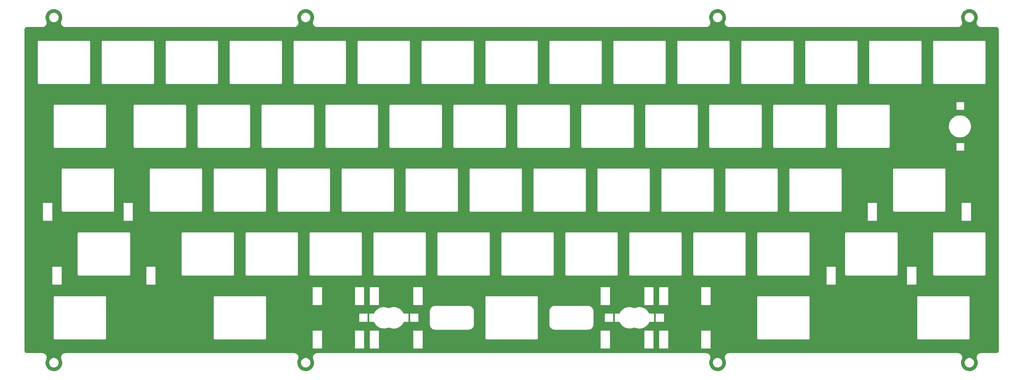
<source format=gbr>
%TF.GenerationSoftware,KiCad,Pcbnew,(5.1.10)-1*%
%TF.CreationDate,2021-06-20T12:47:19+07:00*%
%TF.ProjectId,Ansi,416e7369-2e6b-4696-9361-645f70636258,rev?*%
%TF.SameCoordinates,Original*%
%TF.FileFunction,Copper,L1,Top*%
%TF.FilePolarity,Positive*%
%FSLAX46Y46*%
G04 Gerber Fmt 4.6, Leading zero omitted, Abs format (unit mm)*
G04 Created by KiCad (PCBNEW (5.1.10)-1) date 2021-06-20 12:47:19*
%MOMM*%
%LPD*%
G01*
G04 APERTURE LIST*
%TA.AperFunction,NonConductor*%
%ADD10C,0.254000*%
%TD*%
%TA.AperFunction,NonConductor*%
%ADD11C,0.100000*%
%TD*%
G04 APERTURE END LIST*
D10*
X276403336Y-40791769D02*
X276853239Y-40900145D01*
X277273525Y-41093845D01*
X277648186Y-41365491D01*
X277962951Y-41704738D01*
X278205823Y-42098654D01*
X278367559Y-42532247D01*
X278441996Y-42988998D01*
X278426299Y-43451505D01*
X278319298Y-43909730D01*
X278215213Y-44167349D01*
X278194586Y-44214499D01*
X278188039Y-44234616D01*
X278179840Y-44254120D01*
X278178318Y-44259160D01*
X278123215Y-44446385D01*
X278116810Y-44479963D01*
X278109943Y-44513419D01*
X278109429Y-44518658D01*
X278091740Y-44713019D01*
X278091978Y-44747189D01*
X278091740Y-44781358D01*
X278092253Y-44786597D01*
X278112654Y-44980694D01*
X278119529Y-45014185D01*
X278125928Y-45047728D01*
X278127449Y-45052768D01*
X278185161Y-45239205D01*
X278198396Y-45270691D01*
X278211203Y-45302387D01*
X278213674Y-45307035D01*
X278306500Y-45478712D01*
X278325605Y-45507037D01*
X278344317Y-45535631D01*
X278347640Y-45539705D01*
X278347644Y-45539711D01*
X278347649Y-45539716D01*
X278472047Y-45690087D01*
X278496297Y-45714169D01*
X278520199Y-45738576D01*
X278524255Y-45741932D01*
X278675497Y-45865283D01*
X278704001Y-45884221D01*
X278732154Y-45903497D01*
X278736776Y-45905997D01*
X278736781Y-45906000D01*
X278736786Y-45906002D01*
X278909106Y-45997625D01*
X278940682Y-46010639D01*
X278972102Y-46024106D01*
X278977130Y-46025663D01*
X279163966Y-46082072D01*
X279197525Y-46088717D01*
X279230907Y-46095812D01*
X279236142Y-46096363D01*
X279430375Y-46115408D01*
X279430379Y-46115408D01*
X279448645Y-46117207D01*
X284057188Y-46117207D01*
X284196286Y-46130846D01*
X284312352Y-46165888D01*
X284419394Y-46222804D01*
X284513344Y-46299428D01*
X284590620Y-46392838D01*
X284648284Y-46499486D01*
X284684134Y-46615297D01*
X284698630Y-46753216D01*
X284698631Y-142521085D01*
X284684991Y-142660196D01*
X284649949Y-142776257D01*
X284593035Y-142883298D01*
X284516411Y-142977249D01*
X284422998Y-143054528D01*
X284316352Y-143112191D01*
X284200539Y-143148041D01*
X284062621Y-143162537D01*
X279448645Y-143162537D01*
X279443309Y-143163063D01*
X279399655Y-143164303D01*
X279378663Y-143166965D01*
X279357529Y-143167872D01*
X279352322Y-143168646D01*
X279159482Y-143198693D01*
X279126426Y-143207215D01*
X279093192Y-143215290D01*
X279088235Y-143217061D01*
X278904904Y-143283992D01*
X278874146Y-143298766D01*
X278843099Y-143313149D01*
X278838580Y-143315849D01*
X278671742Y-143417114D01*
X278644397Y-143437612D01*
X278616779Y-143457720D01*
X278612870Y-143461246D01*
X278468878Y-143592988D01*
X278446041Y-143618401D01*
X278422849Y-143643496D01*
X278419699Y-143647714D01*
X278304038Y-143804915D01*
X278286559Y-143834301D01*
X278268695Y-143863404D01*
X278266430Y-143868144D01*
X278266425Y-143868152D01*
X278266422Y-143868160D01*
X278183501Y-144044827D01*
X278172075Y-144077013D01*
X278160192Y-144109065D01*
X278158887Y-144114165D01*
X278111858Y-144303580D01*
X278106901Y-144337379D01*
X278101470Y-144371121D01*
X278101181Y-144376377D01*
X278091838Y-144571319D01*
X278093539Y-144605413D01*
X278094767Y-144639594D01*
X278095505Y-144644807D01*
X278124205Y-144837851D01*
X278132497Y-144870969D01*
X278140339Y-144904255D01*
X278142075Y-144909225D01*
X278207679Y-145092891D01*
X278207723Y-145093018D01*
X278375822Y-145563634D01*
X278443876Y-146021379D01*
X278421722Y-146483627D01*
X278310207Y-146932767D01*
X278113578Y-147351691D01*
X277839325Y-147724444D01*
X277497893Y-148036830D01*
X277102287Y-148276947D01*
X276667573Y-148435654D01*
X276210319Y-148506900D01*
X275747925Y-148487975D01*
X275298022Y-148379598D01*
X274877734Y-148185898D01*
X274503071Y-147914251D01*
X274188310Y-147575006D01*
X273945438Y-147181090D01*
X273783702Y-146747497D01*
X273709265Y-146290747D01*
X273719543Y-145987904D01*
X274536079Y-145987904D01*
X274536079Y-146291170D01*
X274595243Y-146588607D01*
X274711298Y-146868788D01*
X274879783Y-147120943D01*
X275094224Y-147335384D01*
X275346379Y-147503869D01*
X275626560Y-147619924D01*
X275923997Y-147679088D01*
X276227263Y-147679088D01*
X276524700Y-147619924D01*
X276804881Y-147503869D01*
X277057036Y-147335384D01*
X277271477Y-147120943D01*
X277439962Y-146868788D01*
X277556017Y-146588607D01*
X277615181Y-146291170D01*
X277615181Y-145987904D01*
X277556017Y-145690467D01*
X277439962Y-145410286D01*
X277271477Y-145158131D01*
X277057036Y-144943690D01*
X276804881Y-144775205D01*
X276524700Y-144659150D01*
X276227263Y-144599986D01*
X275923997Y-144599986D01*
X275626560Y-144659150D01*
X275346379Y-144775205D01*
X275094224Y-144943690D01*
X274879783Y-145158131D01*
X274711298Y-145410286D01*
X274595243Y-145690467D01*
X274536079Y-145987904D01*
X273719543Y-145987904D01*
X273724962Y-145828240D01*
X273831963Y-145370015D01*
X273936048Y-145112396D01*
X273956675Y-145065246D01*
X273963222Y-145045130D01*
X273971421Y-145025625D01*
X273972943Y-145020586D01*
X274028046Y-144833360D01*
X274034450Y-144799789D01*
X274041318Y-144766327D01*
X274041832Y-144761088D01*
X274059521Y-144566726D01*
X274059283Y-144532556D01*
X274059521Y-144498386D01*
X274059008Y-144493147D01*
X274038607Y-144299051D01*
X274031731Y-144265554D01*
X274025333Y-144232017D01*
X274023812Y-144226977D01*
X273966100Y-144040539D01*
X273952858Y-144009037D01*
X273940059Y-143977359D01*
X273937588Y-143972711D01*
X273844763Y-143801034D01*
X273825667Y-143772723D01*
X273806945Y-143744114D01*
X273803618Y-143740034D01*
X273679214Y-143589657D01*
X273654980Y-143565592D01*
X273631062Y-143541168D01*
X273627006Y-143537812D01*
X273475764Y-143414462D01*
X273447297Y-143395548D01*
X273419110Y-143376249D01*
X273414480Y-143373745D01*
X273242157Y-143282120D01*
X273210630Y-143269126D01*
X273179161Y-143255638D01*
X273174132Y-143254082D01*
X272987296Y-143197672D01*
X272953737Y-143191027D01*
X272920355Y-143183932D01*
X272915120Y-143183381D01*
X272720886Y-143164336D01*
X272720882Y-143164336D01*
X272702616Y-143162537D01*
X204448645Y-143162537D01*
X204443309Y-143163063D01*
X204399655Y-143164303D01*
X204378663Y-143166965D01*
X204357529Y-143167872D01*
X204352322Y-143168646D01*
X204159482Y-143198693D01*
X204126426Y-143207215D01*
X204093192Y-143215290D01*
X204088235Y-143217061D01*
X203904904Y-143283992D01*
X203874146Y-143298766D01*
X203843099Y-143313149D01*
X203838580Y-143315849D01*
X203671742Y-143417114D01*
X203644397Y-143437612D01*
X203616779Y-143457720D01*
X203612870Y-143461246D01*
X203468878Y-143592988D01*
X203446041Y-143618401D01*
X203422849Y-143643496D01*
X203419699Y-143647714D01*
X203304038Y-143804915D01*
X203286559Y-143834301D01*
X203268695Y-143863404D01*
X203266430Y-143868144D01*
X203266425Y-143868152D01*
X203266422Y-143868160D01*
X203183501Y-144044827D01*
X203172075Y-144077013D01*
X203160192Y-144109065D01*
X203158887Y-144114165D01*
X203111858Y-144303580D01*
X203106901Y-144337379D01*
X203101470Y-144371121D01*
X203101181Y-144376377D01*
X203091838Y-144571319D01*
X203093539Y-144605413D01*
X203094767Y-144639594D01*
X203095505Y-144644807D01*
X203124205Y-144837851D01*
X203132497Y-144870969D01*
X203140339Y-144904255D01*
X203142075Y-144909225D01*
X203207679Y-145092891D01*
X203207723Y-145093018D01*
X203375822Y-145563634D01*
X203443876Y-146021379D01*
X203421722Y-146483627D01*
X203310207Y-146932767D01*
X203113578Y-147351691D01*
X202839325Y-147724444D01*
X202497893Y-148036830D01*
X202102287Y-148276947D01*
X201667573Y-148435654D01*
X201210319Y-148506900D01*
X200747925Y-148487975D01*
X200298022Y-148379598D01*
X199877734Y-148185898D01*
X199503071Y-147914251D01*
X199188310Y-147575006D01*
X198945438Y-147181090D01*
X198783702Y-146747497D01*
X198709265Y-146290747D01*
X198719543Y-145987904D01*
X199536079Y-145987904D01*
X199536079Y-146291170D01*
X199595243Y-146588607D01*
X199711298Y-146868788D01*
X199879783Y-147120943D01*
X200094224Y-147335384D01*
X200346379Y-147503869D01*
X200626560Y-147619924D01*
X200923997Y-147679088D01*
X201227263Y-147679088D01*
X201524700Y-147619924D01*
X201804881Y-147503869D01*
X202057036Y-147335384D01*
X202271477Y-147120943D01*
X202439962Y-146868788D01*
X202556017Y-146588607D01*
X202615181Y-146291170D01*
X202615181Y-145987904D01*
X202556017Y-145690467D01*
X202439962Y-145410286D01*
X202271477Y-145158131D01*
X202057036Y-144943690D01*
X201804881Y-144775205D01*
X201524700Y-144659150D01*
X201227263Y-144599986D01*
X200923997Y-144599986D01*
X200626560Y-144659150D01*
X200346379Y-144775205D01*
X200094224Y-144943690D01*
X199879783Y-145158131D01*
X199711298Y-145410286D01*
X199595243Y-145690467D01*
X199536079Y-145987904D01*
X198719543Y-145987904D01*
X198724962Y-145828240D01*
X198831963Y-145370015D01*
X198936048Y-145112396D01*
X198956675Y-145065246D01*
X198963222Y-145045130D01*
X198971421Y-145025625D01*
X198972943Y-145020586D01*
X199028046Y-144833360D01*
X199034450Y-144799789D01*
X199041318Y-144766327D01*
X199041832Y-144761088D01*
X199059521Y-144566726D01*
X199059283Y-144532556D01*
X199059521Y-144498386D01*
X199059008Y-144493147D01*
X199038607Y-144299051D01*
X199031731Y-144265554D01*
X199025333Y-144232017D01*
X199023812Y-144226977D01*
X198966100Y-144040539D01*
X198952858Y-144009037D01*
X198940059Y-143977359D01*
X198937588Y-143972711D01*
X198844763Y-143801034D01*
X198825667Y-143772723D01*
X198806945Y-143744114D01*
X198803618Y-143740034D01*
X198679214Y-143589657D01*
X198654980Y-143565592D01*
X198631062Y-143541168D01*
X198627006Y-143537812D01*
X198475764Y-143414462D01*
X198447297Y-143395548D01*
X198419110Y-143376249D01*
X198414480Y-143373745D01*
X198242157Y-143282120D01*
X198210630Y-143269126D01*
X198179161Y-143255638D01*
X198174132Y-143254082D01*
X197987296Y-143197672D01*
X197953737Y-143191027D01*
X197920355Y-143183932D01*
X197915120Y-143183381D01*
X197720886Y-143164336D01*
X197720882Y-143164336D01*
X197702616Y-143162537D01*
X81749295Y-143162537D01*
X81743959Y-143163063D01*
X81700305Y-143164303D01*
X81679313Y-143166965D01*
X81658179Y-143167872D01*
X81652972Y-143168646D01*
X81460132Y-143198693D01*
X81427076Y-143207215D01*
X81393842Y-143215290D01*
X81388885Y-143217061D01*
X81205554Y-143283992D01*
X81174796Y-143298766D01*
X81143749Y-143313149D01*
X81139230Y-143315849D01*
X80972392Y-143417114D01*
X80945047Y-143437612D01*
X80917429Y-143457720D01*
X80913520Y-143461246D01*
X80769528Y-143592988D01*
X80746691Y-143618401D01*
X80723499Y-143643496D01*
X80720349Y-143647714D01*
X80604688Y-143804915D01*
X80587209Y-143834301D01*
X80569345Y-143863404D01*
X80567080Y-143868144D01*
X80567075Y-143868152D01*
X80567072Y-143868160D01*
X80484151Y-144044827D01*
X80472725Y-144077013D01*
X80460842Y-144109065D01*
X80459537Y-144114165D01*
X80412508Y-144303580D01*
X80407551Y-144337379D01*
X80402120Y-144371121D01*
X80401831Y-144376377D01*
X80392488Y-144571319D01*
X80394189Y-144605413D01*
X80395417Y-144639594D01*
X80396155Y-144644807D01*
X80424855Y-144837851D01*
X80433147Y-144870969D01*
X80440989Y-144904255D01*
X80442725Y-144909225D01*
X80508329Y-145092891D01*
X80508373Y-145093018D01*
X80676472Y-145563634D01*
X80744526Y-146021379D01*
X80722372Y-146483627D01*
X80610857Y-146932767D01*
X80414228Y-147351691D01*
X80139975Y-147724444D01*
X79798543Y-148036830D01*
X79402937Y-148276947D01*
X78968223Y-148435654D01*
X78510969Y-148506900D01*
X78048575Y-148487975D01*
X77598672Y-148379598D01*
X77178384Y-148185898D01*
X76803721Y-147914251D01*
X76488960Y-147575006D01*
X76246088Y-147181090D01*
X76084352Y-146747497D01*
X76009915Y-146290747D01*
X76020193Y-145987904D01*
X76836729Y-145987904D01*
X76836729Y-146291170D01*
X76895893Y-146588607D01*
X77011948Y-146868788D01*
X77180433Y-147120943D01*
X77394874Y-147335384D01*
X77647029Y-147503869D01*
X77927210Y-147619924D01*
X78224647Y-147679088D01*
X78527913Y-147679088D01*
X78825350Y-147619924D01*
X79105531Y-147503869D01*
X79357686Y-147335384D01*
X79572127Y-147120943D01*
X79740612Y-146868788D01*
X79856667Y-146588607D01*
X79915831Y-146291170D01*
X79915831Y-145987904D01*
X79856667Y-145690467D01*
X79740612Y-145410286D01*
X79572127Y-145158131D01*
X79357686Y-144943690D01*
X79105531Y-144775205D01*
X78825350Y-144659150D01*
X78527913Y-144599986D01*
X78224647Y-144599986D01*
X77927210Y-144659150D01*
X77647029Y-144775205D01*
X77394874Y-144943690D01*
X77180433Y-145158131D01*
X77011948Y-145410286D01*
X76895893Y-145690467D01*
X76836729Y-145987904D01*
X76020193Y-145987904D01*
X76025612Y-145828240D01*
X76132613Y-145370015D01*
X76236698Y-145112396D01*
X76257325Y-145065246D01*
X76263872Y-145045130D01*
X76272071Y-145025625D01*
X76273593Y-145020586D01*
X76328696Y-144833360D01*
X76335100Y-144799789D01*
X76341968Y-144766327D01*
X76342482Y-144761088D01*
X76360171Y-144566726D01*
X76359933Y-144532556D01*
X76360171Y-144498386D01*
X76359658Y-144493147D01*
X76339257Y-144299051D01*
X76332381Y-144265554D01*
X76325983Y-144232017D01*
X76324462Y-144226977D01*
X76266750Y-144040539D01*
X76253508Y-144009037D01*
X76240709Y-143977359D01*
X76238238Y-143972711D01*
X76145413Y-143801034D01*
X76126317Y-143772723D01*
X76107595Y-143744114D01*
X76104268Y-143740034D01*
X75979864Y-143589657D01*
X75955630Y-143565592D01*
X75931712Y-143541168D01*
X75927656Y-143537812D01*
X75776414Y-143414462D01*
X75747947Y-143395548D01*
X75719760Y-143376249D01*
X75715130Y-143373745D01*
X75542807Y-143282120D01*
X75511280Y-143269126D01*
X75479811Y-143255638D01*
X75474782Y-143254082D01*
X75287946Y-143197672D01*
X75254387Y-143191027D01*
X75221005Y-143183932D01*
X75215770Y-143183381D01*
X75021536Y-143164336D01*
X75021532Y-143164336D01*
X75003266Y-143162537D01*
X6749295Y-143162537D01*
X6743959Y-143163063D01*
X6700305Y-143164303D01*
X6679313Y-143166965D01*
X6658179Y-143167872D01*
X6652972Y-143168646D01*
X6460132Y-143198693D01*
X6427076Y-143207215D01*
X6393842Y-143215290D01*
X6388885Y-143217061D01*
X6205554Y-143283992D01*
X6174796Y-143298766D01*
X6143749Y-143313149D01*
X6139230Y-143315849D01*
X5972392Y-143417114D01*
X5945047Y-143437612D01*
X5917429Y-143457720D01*
X5913520Y-143461246D01*
X5769528Y-143592988D01*
X5746691Y-143618401D01*
X5723499Y-143643496D01*
X5720349Y-143647714D01*
X5604688Y-143804915D01*
X5587209Y-143834301D01*
X5569345Y-143863404D01*
X5567080Y-143868144D01*
X5567075Y-143868152D01*
X5567072Y-143868160D01*
X5484151Y-144044827D01*
X5472725Y-144077013D01*
X5460842Y-144109065D01*
X5459537Y-144114165D01*
X5412508Y-144303580D01*
X5407551Y-144337379D01*
X5402120Y-144371121D01*
X5401831Y-144376377D01*
X5392488Y-144571319D01*
X5394189Y-144605413D01*
X5395417Y-144639594D01*
X5396155Y-144644807D01*
X5424855Y-144837851D01*
X5433147Y-144870969D01*
X5440989Y-144904255D01*
X5442725Y-144909225D01*
X5508329Y-145092891D01*
X5508373Y-145093018D01*
X5676472Y-145563634D01*
X5744526Y-146021379D01*
X5722372Y-146483627D01*
X5610857Y-146932767D01*
X5414228Y-147351691D01*
X5139975Y-147724444D01*
X4798543Y-148036830D01*
X4402937Y-148276947D01*
X3968223Y-148435654D01*
X3510969Y-148506900D01*
X3048575Y-148487975D01*
X2598672Y-148379598D01*
X2178384Y-148185898D01*
X1803721Y-147914251D01*
X1488960Y-147575006D01*
X1246088Y-147181090D01*
X1084352Y-146747497D01*
X1009915Y-146290747D01*
X1020193Y-145987904D01*
X1836729Y-145987904D01*
X1836729Y-146291170D01*
X1895893Y-146588607D01*
X2011948Y-146868788D01*
X2180433Y-147120943D01*
X2394874Y-147335384D01*
X2647029Y-147503869D01*
X2927210Y-147619924D01*
X3224647Y-147679088D01*
X3527913Y-147679088D01*
X3825350Y-147619924D01*
X4105531Y-147503869D01*
X4357686Y-147335384D01*
X4572127Y-147120943D01*
X4740612Y-146868788D01*
X4856667Y-146588607D01*
X4915831Y-146291170D01*
X4915831Y-145987904D01*
X4856667Y-145690467D01*
X4740612Y-145410286D01*
X4572127Y-145158131D01*
X4357686Y-144943690D01*
X4105531Y-144775205D01*
X3825350Y-144659150D01*
X3527913Y-144599986D01*
X3224647Y-144599986D01*
X2927210Y-144659150D01*
X2647029Y-144775205D01*
X2394874Y-144943690D01*
X2180433Y-145158131D01*
X2011948Y-145410286D01*
X1895893Y-145690467D01*
X1836729Y-145987904D01*
X1020193Y-145987904D01*
X1025612Y-145828240D01*
X1132613Y-145370015D01*
X1236698Y-145112396D01*
X1257325Y-145065246D01*
X1263872Y-145045130D01*
X1272071Y-145025625D01*
X1273593Y-145020586D01*
X1328696Y-144833360D01*
X1335100Y-144799789D01*
X1341968Y-144766327D01*
X1342482Y-144761088D01*
X1360171Y-144566726D01*
X1359933Y-144532556D01*
X1360171Y-144498386D01*
X1359658Y-144493147D01*
X1339257Y-144299051D01*
X1332381Y-144265554D01*
X1325983Y-144232017D01*
X1324462Y-144226977D01*
X1266750Y-144040539D01*
X1253508Y-144009037D01*
X1240709Y-143977359D01*
X1238238Y-143972711D01*
X1145413Y-143801034D01*
X1126317Y-143772723D01*
X1107595Y-143744114D01*
X1104268Y-143740034D01*
X979864Y-143589657D01*
X955630Y-143565592D01*
X931712Y-143541168D01*
X927656Y-143537812D01*
X776414Y-143414462D01*
X747947Y-143395548D01*
X719760Y-143376249D01*
X715130Y-143373745D01*
X542807Y-143282120D01*
X511280Y-143269126D01*
X479811Y-143255638D01*
X474782Y-143254082D01*
X287946Y-143197672D01*
X254387Y-143191027D01*
X221005Y-143183932D01*
X215770Y-143183381D01*
X21536Y-143164336D01*
X21532Y-143164336D01*
X3266Y-143162537D01*
X-4605268Y-143162537D01*
X-4744379Y-143148897D01*
X-4860440Y-143113856D01*
X-4967482Y-143056940D01*
X-5061434Y-142980315D01*
X-5138709Y-142886905D01*
X-5196373Y-142780257D01*
X-5232223Y-142664446D01*
X-5246719Y-142526528D01*
X-5246719Y-126631689D01*
X3211980Y-126631689D01*
X3211981Y-138849072D01*
X3212728Y-138856658D01*
X3212715Y-138858516D01*
X3212957Y-138860975D01*
X3219077Y-138919204D01*
X3222295Y-138934882D01*
X3225308Y-138950678D01*
X3226023Y-138953044D01*
X3243337Y-139008976D01*
X3249549Y-139023755D01*
X3255563Y-139038640D01*
X3256719Y-139040812D01*
X3256723Y-139040821D01*
X3256728Y-139040828D01*
X3284572Y-139092325D01*
X3293554Y-139105641D01*
X3302327Y-139119048D01*
X3303889Y-139120963D01*
X3341209Y-139166075D01*
X3352570Y-139177357D01*
X3363817Y-139188842D01*
X3365721Y-139190417D01*
X3411095Y-139227422D01*
X3424430Y-139236281D01*
X3437691Y-139245362D01*
X3439865Y-139246537D01*
X3491561Y-139274025D01*
X3506389Y-139280137D01*
X3521139Y-139286459D01*
X3523492Y-139287187D01*
X3523498Y-139287189D01*
X3523504Y-139287190D01*
X3579551Y-139304112D01*
X3595283Y-139307227D01*
X3610982Y-139310564D01*
X3613435Y-139310822D01*
X3613439Y-139310822D01*
X3671105Y-139316476D01*
X3680287Y-139317380D01*
X18597672Y-139317380D01*
X18605267Y-139316632D01*
X18607116Y-139316645D01*
X18609575Y-139316403D01*
X18667804Y-139310283D01*
X18683482Y-139307065D01*
X18699278Y-139304052D01*
X18701644Y-139303337D01*
X18757576Y-139286023D01*
X18772355Y-139279811D01*
X18787240Y-139273797D01*
X18789412Y-139272641D01*
X18789421Y-139272637D01*
X18789428Y-139272632D01*
X18840925Y-139244788D01*
X18854241Y-139235806D01*
X18867648Y-139227033D01*
X18869563Y-139225471D01*
X18914675Y-139188151D01*
X18925957Y-139176790D01*
X18937442Y-139165543D01*
X18939017Y-139163639D01*
X18976022Y-139118265D01*
X18984881Y-139104930D01*
X18993962Y-139091669D01*
X18995137Y-139089495D01*
X19022625Y-139037799D01*
X19028737Y-139022971D01*
X19035059Y-139008221D01*
X19035787Y-139005868D01*
X19035789Y-139005862D01*
X19035790Y-139005856D01*
X19052712Y-138949809D01*
X19055827Y-138934077D01*
X19059164Y-138918378D01*
X19059422Y-138915921D01*
X19065135Y-138857651D01*
X19065135Y-138857650D01*
X19065980Y-138849072D01*
X19065980Y-126631689D01*
X50836980Y-126631689D01*
X50836981Y-138849072D01*
X50837728Y-138856658D01*
X50837715Y-138858516D01*
X50837957Y-138860975D01*
X50844077Y-138919204D01*
X50847295Y-138934882D01*
X50850308Y-138950678D01*
X50851023Y-138953044D01*
X50868337Y-139008976D01*
X50874551Y-139023759D01*
X50880562Y-139038637D01*
X50881722Y-139040819D01*
X50909569Y-139092322D01*
X50918519Y-139105590D01*
X50927324Y-139119046D01*
X50928886Y-139120961D01*
X50966207Y-139166075D01*
X50977585Y-139177374D01*
X50988816Y-139188843D01*
X50990720Y-139190418D01*
X51036094Y-139227423D01*
X51049447Y-139236294D01*
X51062692Y-139245364D01*
X51064866Y-139246539D01*
X51116562Y-139274026D01*
X51131370Y-139280129D01*
X51146138Y-139286459D01*
X51148499Y-139287189D01*
X51204550Y-139304112D01*
X51220270Y-139307225D01*
X51235978Y-139310564D01*
X51238435Y-139310822D01*
X51296705Y-139316536D01*
X51296708Y-139316536D01*
X51305289Y-139317381D01*
X66222672Y-139317379D01*
X66230258Y-139316632D01*
X66232116Y-139316645D01*
X66234575Y-139316403D01*
X66292804Y-139310283D01*
X66308482Y-139307065D01*
X66324278Y-139304052D01*
X66326644Y-139303337D01*
X66382576Y-139286023D01*
X66397355Y-139279811D01*
X66412240Y-139273797D01*
X66414412Y-139272641D01*
X66414421Y-139272637D01*
X66414428Y-139272632D01*
X66465925Y-139244788D01*
X66479241Y-139235806D01*
X66492648Y-139227033D01*
X66494563Y-139225471D01*
X66539675Y-139188151D01*
X66550957Y-139176790D01*
X66562442Y-139165543D01*
X66564017Y-139163639D01*
X66601022Y-139118265D01*
X66609881Y-139104930D01*
X66618962Y-139091669D01*
X66620137Y-139089495D01*
X66647625Y-139037799D01*
X66653737Y-139022971D01*
X66660059Y-139008221D01*
X66660787Y-139005868D01*
X66660789Y-139005862D01*
X66660790Y-139005856D01*
X66677712Y-138949809D01*
X66680827Y-138934077D01*
X66684164Y-138918378D01*
X66684422Y-138915921D01*
X66690135Y-138857651D01*
X66690135Y-138857650D01*
X66690980Y-138849072D01*
X66690980Y-136616031D01*
X80331324Y-136616031D01*
X80332180Y-136624723D01*
X80332181Y-141815029D01*
X80331324Y-141823731D01*
X80334741Y-141858429D01*
X80344862Y-141891794D01*
X80361298Y-141922542D01*
X80383417Y-141949494D01*
X80410369Y-141971613D01*
X80441117Y-141988049D01*
X80474482Y-141998170D01*
X80500488Y-142000731D01*
X80509180Y-142001587D01*
X80517872Y-142000731D01*
X83167488Y-142000731D01*
X83176180Y-142001587D01*
X83184872Y-142000731D01*
X83210878Y-141998170D01*
X83244243Y-141988049D01*
X83274991Y-141971613D01*
X83301943Y-141949494D01*
X83324062Y-141922542D01*
X83340498Y-141891794D01*
X83350619Y-141858429D01*
X83354036Y-141823731D01*
X83353180Y-141815039D01*
X83353180Y-136624723D01*
X83354036Y-136616031D01*
X83353923Y-136614881D01*
X92914824Y-136614881D01*
X92915680Y-136623573D01*
X92915681Y-141813879D01*
X92914824Y-141822581D01*
X92918241Y-141857279D01*
X92928362Y-141890644D01*
X92944798Y-141921392D01*
X92966917Y-141948344D01*
X92993869Y-141970463D01*
X93024617Y-141986899D01*
X93057982Y-141997020D01*
X93083988Y-141999581D01*
X93092680Y-142000437D01*
X93101372Y-141999581D01*
X95750988Y-141999581D01*
X95759680Y-142000437D01*
X95768372Y-141999581D01*
X95794378Y-141997020D01*
X95827743Y-141986899D01*
X95858491Y-141970463D01*
X95885443Y-141948344D01*
X95907562Y-141921392D01*
X95923998Y-141890644D01*
X95934119Y-141857279D01*
X95937536Y-141822581D01*
X95936680Y-141813889D01*
X95936680Y-136623573D01*
X95937422Y-136616031D01*
X97331323Y-136616031D01*
X97332179Y-136624723D01*
X97332180Y-141815029D01*
X97331323Y-141823731D01*
X97334740Y-141858429D01*
X97344861Y-141891794D01*
X97361297Y-141922542D01*
X97383416Y-141949494D01*
X97410368Y-141971613D01*
X97441116Y-141988049D01*
X97474481Y-141998170D01*
X97500487Y-142000731D01*
X97509179Y-142001587D01*
X97517871Y-142000731D01*
X100167487Y-142000731D01*
X100176179Y-142001587D01*
X100184871Y-142000731D01*
X100210877Y-141998170D01*
X100244242Y-141988049D01*
X100274990Y-141971613D01*
X100301942Y-141949494D01*
X100324061Y-141922542D01*
X100340497Y-141891794D01*
X100350618Y-141858429D01*
X100354035Y-141823731D01*
X100353179Y-141815039D01*
X100353179Y-136624723D01*
X100354035Y-136616031D01*
X110331324Y-136616031D01*
X110332180Y-136624723D01*
X110332181Y-141815029D01*
X110331324Y-141823731D01*
X110334741Y-141858429D01*
X110344862Y-141891794D01*
X110361298Y-141922542D01*
X110383417Y-141949494D01*
X110410369Y-141971613D01*
X110441117Y-141988049D01*
X110474482Y-141998170D01*
X110500488Y-142000731D01*
X110509180Y-142001587D01*
X110517872Y-142000731D01*
X113167488Y-142000731D01*
X113176180Y-142001587D01*
X113184872Y-142000731D01*
X113210878Y-141998170D01*
X113244243Y-141988049D01*
X113274991Y-141971613D01*
X113301943Y-141949494D01*
X113324062Y-141922542D01*
X113340498Y-141891794D01*
X113350619Y-141858429D01*
X113354036Y-141823731D01*
X113353180Y-141815039D01*
X113353180Y-136624723D01*
X113354036Y-136616031D01*
X113350619Y-136581333D01*
X113340498Y-136547968D01*
X113324062Y-136517220D01*
X113301943Y-136490268D01*
X113274991Y-136468149D01*
X113244243Y-136451713D01*
X113210878Y-136441592D01*
X113184872Y-136439031D01*
X113176180Y-136438175D01*
X113167488Y-136439031D01*
X110517872Y-136439031D01*
X110509180Y-136438175D01*
X110500488Y-136439031D01*
X110474482Y-136441592D01*
X110441117Y-136451713D01*
X110410369Y-136468149D01*
X110383417Y-136490268D01*
X110361298Y-136517220D01*
X110344862Y-136547968D01*
X110334741Y-136581333D01*
X110331324Y-136616031D01*
X100354035Y-136616031D01*
X100350618Y-136581333D01*
X100340497Y-136547968D01*
X100324061Y-136517220D01*
X100301942Y-136490268D01*
X100274990Y-136468149D01*
X100244242Y-136451713D01*
X100210877Y-136441592D01*
X100184871Y-136439031D01*
X100176179Y-136438175D01*
X100167487Y-136439031D01*
X97517871Y-136439031D01*
X97509179Y-136438175D01*
X97500487Y-136439031D01*
X97474481Y-136441592D01*
X97441116Y-136451713D01*
X97410368Y-136468149D01*
X97383416Y-136490268D01*
X97361297Y-136517220D01*
X97344861Y-136547968D01*
X97334740Y-136581333D01*
X97331323Y-136616031D01*
X95937422Y-136616031D01*
X95937536Y-136614881D01*
X95934119Y-136580183D01*
X95923998Y-136546818D01*
X95907562Y-136516070D01*
X95885443Y-136489118D01*
X95858491Y-136466999D01*
X95827743Y-136450563D01*
X95794378Y-136440442D01*
X95780050Y-136439031D01*
X95759680Y-136437025D01*
X95750988Y-136437881D01*
X93101372Y-136437881D01*
X93092680Y-136437025D01*
X93072310Y-136439031D01*
X93057982Y-136440442D01*
X93024617Y-136450563D01*
X92993869Y-136466999D01*
X92966917Y-136489118D01*
X92944798Y-136516070D01*
X92928362Y-136546818D01*
X92918241Y-136580183D01*
X92914824Y-136614881D01*
X83353923Y-136614881D01*
X83350619Y-136581333D01*
X83340498Y-136547968D01*
X83324062Y-136517220D01*
X83301943Y-136490268D01*
X83274991Y-136468149D01*
X83244243Y-136451713D01*
X83210878Y-136441592D01*
X83184872Y-136439031D01*
X83176180Y-136438175D01*
X83167488Y-136439031D01*
X80517872Y-136439031D01*
X80509180Y-136438175D01*
X80500488Y-136439031D01*
X80474482Y-136441592D01*
X80441117Y-136451713D01*
X80410369Y-136468149D01*
X80383417Y-136490268D01*
X80361298Y-136517220D01*
X80344862Y-136547968D01*
X80334741Y-136581333D01*
X80331324Y-136616031D01*
X66690980Y-136616031D01*
X66690980Y-131564880D01*
X94248324Y-131564880D01*
X94249180Y-131573572D01*
X94249181Y-133906178D01*
X94248324Y-133914880D01*
X94251741Y-133949578D01*
X94261862Y-133982943D01*
X94278298Y-134013691D01*
X94300417Y-134040643D01*
X94327369Y-134062762D01*
X94358117Y-134079198D01*
X94391482Y-134089319D01*
X94417488Y-134091880D01*
X94426180Y-134092736D01*
X94434872Y-134091880D01*
X96767487Y-134091880D01*
X96776179Y-134092736D01*
X96784871Y-134091880D01*
X96810877Y-134089319D01*
X96844242Y-134079198D01*
X96874990Y-134062762D01*
X96901942Y-134040643D01*
X96924061Y-134013691D01*
X96940497Y-133982943D01*
X96950618Y-133949578D01*
X96954035Y-133914880D01*
X96953179Y-133906188D01*
X96953179Y-131573572D01*
X96954035Y-131564880D01*
X97198323Y-131564880D01*
X97199179Y-131573572D01*
X97199180Y-133906178D01*
X97198323Y-133914880D01*
X97201740Y-133949578D01*
X97211861Y-133982943D01*
X97228297Y-134013691D01*
X97250416Y-134040643D01*
X97277368Y-134062762D01*
X97308116Y-134079198D01*
X97341481Y-134089319D01*
X97367487Y-134091880D01*
X97376179Y-134092736D01*
X97384871Y-134091880D01*
X98641011Y-134091880D01*
X98742953Y-134309390D01*
X98749270Y-134320023D01*
X98754983Y-134330990D01*
X98756348Y-134333050D01*
X99099422Y-134843193D01*
X99109640Y-134855579D01*
X99119666Y-134868084D01*
X99121405Y-134869840D01*
X99557030Y-135303630D01*
X99569468Y-135313802D01*
X99581724Y-135324115D01*
X99583771Y-135325500D01*
X100095358Y-135666416D01*
X100109523Y-135673972D01*
X100123560Y-135681715D01*
X100125837Y-135682676D01*
X100693899Y-135917731D01*
X100709226Y-135922381D01*
X100724535Y-135927261D01*
X100726955Y-135927761D01*
X101329854Y-136048001D01*
X101345827Y-136049590D01*
X101361758Y-136051399D01*
X101364228Y-136051420D01*
X101364229Y-136051420D01*
X101979001Y-136052267D01*
X101994974Y-136050723D01*
X102010956Y-136049403D01*
X102013384Y-136048943D01*
X102616612Y-135930365D01*
X102631968Y-135925752D01*
X102647404Y-135921349D01*
X102649689Y-135920429D01*
X102649695Y-135920427D01*
X102649700Y-135920424D01*
X103147153Y-135716191D01*
X103397618Y-135831452D01*
X103409300Y-135835500D01*
X103420744Y-135840194D01*
X103423116Y-135840888D01*
X104014363Y-136009328D01*
X104030135Y-136012194D01*
X104045889Y-136015286D01*
X104048349Y-136015505D01*
X104048351Y-136015505D01*
X104661055Y-136065897D01*
X104677082Y-136065646D01*
X104693138Y-136065619D01*
X104695595Y-136065356D01*
X105306417Y-135995780D01*
X105322108Y-135992417D01*
X105337835Y-135989275D01*
X105340194Y-135988540D01*
X105925870Y-135801646D01*
X105940627Y-135795291D01*
X105955426Y-135789162D01*
X105957597Y-135787983D01*
X106495817Y-135490891D01*
X106509017Y-135481820D01*
X106522386Y-135472904D01*
X106524287Y-135471326D01*
X106994551Y-135075350D01*
X107005723Y-135063902D01*
X107017120Y-135052546D01*
X107018678Y-135050628D01*
X107403074Y-134570852D01*
X107411832Y-134557418D01*
X107420783Y-134544098D01*
X107421939Y-134541914D01*
X107656230Y-134091880D01*
X108917488Y-134091880D01*
X108926180Y-134092736D01*
X108934872Y-134091880D01*
X108960878Y-134089319D01*
X108994243Y-134079198D01*
X109024991Y-134062762D01*
X109051943Y-134040643D01*
X109074062Y-134013691D01*
X109090498Y-133982943D01*
X109100619Y-133949578D01*
X109104036Y-133914880D01*
X109103180Y-133906188D01*
X109103180Y-131573572D01*
X109104036Y-131564880D01*
X109348323Y-131564880D01*
X109349179Y-131573572D01*
X109349180Y-133906178D01*
X109348323Y-133914880D01*
X109351740Y-133949578D01*
X109361861Y-133982943D01*
X109378297Y-134013691D01*
X109400416Y-134040643D01*
X109427368Y-134062762D01*
X109458116Y-134079198D01*
X109491481Y-134089319D01*
X109517487Y-134091880D01*
X109526179Y-134092736D01*
X109534871Y-134091880D01*
X111867487Y-134091880D01*
X111876179Y-134092736D01*
X111884871Y-134091880D01*
X111910877Y-134089319D01*
X111944242Y-134079198D01*
X111974990Y-134062762D01*
X112001942Y-134040643D01*
X112024061Y-134013691D01*
X112040497Y-133982943D01*
X112050618Y-133949578D01*
X112054035Y-133914880D01*
X112053179Y-133906188D01*
X112053179Y-131573572D01*
X112054035Y-131564880D01*
X112050618Y-131530182D01*
X112040497Y-131496817D01*
X112024061Y-131466069D01*
X112001942Y-131439117D01*
X111974990Y-131416998D01*
X111944242Y-131400562D01*
X111910877Y-131390441D01*
X111876179Y-131387024D01*
X111867487Y-131387880D01*
X109534871Y-131387880D01*
X109526179Y-131387024D01*
X109491481Y-131390441D01*
X109458116Y-131400562D01*
X109427368Y-131416998D01*
X109400416Y-131439117D01*
X109378297Y-131466069D01*
X109361861Y-131496817D01*
X109351740Y-131530182D01*
X109348323Y-131564880D01*
X109104036Y-131564880D01*
X109100619Y-131530182D01*
X109090498Y-131496817D01*
X109074062Y-131466069D01*
X109051943Y-131439117D01*
X109024991Y-131416998D01*
X108994243Y-131400562D01*
X108960878Y-131390441D01*
X108926180Y-131387024D01*
X108917488Y-131387880D01*
X107661348Y-131387880D01*
X107559406Y-131170370D01*
X107553092Y-131159741D01*
X107547376Y-131148770D01*
X107546011Y-131146710D01*
X107266571Y-130731189D01*
X115249179Y-130731189D01*
X115249181Y-134748572D01*
X115249211Y-134748872D01*
X115249218Y-134750977D01*
X115249999Y-134758663D01*
X115249945Y-134766394D01*
X115250187Y-134768853D01*
X115280787Y-135059999D01*
X115284008Y-135075689D01*
X115287018Y-135091472D01*
X115287733Y-135093837D01*
X115374301Y-135373493D01*
X115380524Y-135388297D01*
X115386527Y-135403156D01*
X115387687Y-135405338D01*
X115526925Y-135662855D01*
X115535890Y-135676147D01*
X115544680Y-135689579D01*
X115546242Y-135691494D01*
X115732847Y-135917060D01*
X115744227Y-135928360D01*
X115755455Y-135939826D01*
X115757359Y-135941401D01*
X115984223Y-136126427D01*
X115997568Y-136135294D01*
X116010821Y-136144368D01*
X116012995Y-136145544D01*
X116271477Y-136282981D01*
X116286291Y-136289087D01*
X116301054Y-136295415D01*
X116303411Y-136296144D01*
X116303417Y-136296146D01*
X116583668Y-136380760D01*
X116599414Y-136383878D01*
X116615097Y-136387211D01*
X116617553Y-136387469D01*
X116617555Y-136387469D01*
X116908907Y-136416036D01*
X116908917Y-136416036D01*
X116917488Y-136416880D01*
X126934871Y-136416880D01*
X126935182Y-136416849D01*
X126937276Y-136416842D01*
X126944962Y-136416061D01*
X126952693Y-136416115D01*
X126955152Y-136415873D01*
X127246298Y-136385273D01*
X127261988Y-136382052D01*
X127277771Y-136379042D01*
X127280136Y-136378327D01*
X127559792Y-136291759D01*
X127574571Y-136285547D01*
X127589456Y-136279533D01*
X127591637Y-136278373D01*
X127849154Y-136139135D01*
X127862470Y-136130153D01*
X127875877Y-136121380D01*
X127877792Y-136119818D01*
X128103359Y-135933213D01*
X128114676Y-135921816D01*
X128126125Y-135910605D01*
X128127700Y-135908701D01*
X128312725Y-135681839D01*
X128321604Y-135668475D01*
X128330666Y-135655240D01*
X128331842Y-135653066D01*
X128469279Y-135394584D01*
X128475391Y-135379756D01*
X128481713Y-135365006D01*
X128482443Y-135362646D01*
X128567058Y-135082392D01*
X128570176Y-135066646D01*
X128573509Y-135050963D01*
X128573767Y-135048505D01*
X128602135Y-134759186D01*
X128603180Y-134748572D01*
X128603180Y-130731189D01*
X128603149Y-130730878D01*
X128603142Y-130728784D01*
X128602361Y-130721098D01*
X128602415Y-130713367D01*
X128602173Y-130710908D01*
X128571573Y-130419763D01*
X128568354Y-130404079D01*
X128565342Y-130388289D01*
X128564627Y-130385924D01*
X128478059Y-130106267D01*
X128471847Y-130091488D01*
X128465833Y-130076603D01*
X128464673Y-130074421D01*
X128325434Y-129816905D01*
X128316452Y-129803589D01*
X128307679Y-129790182D01*
X128306117Y-129788267D01*
X128119512Y-129562700D01*
X128108135Y-129551402D01*
X128096905Y-129539934D01*
X128095006Y-129538364D01*
X128095001Y-129538359D01*
X128094996Y-129538355D01*
X127868136Y-129353333D01*
X127854799Y-129344472D01*
X127841537Y-129335391D01*
X127839363Y-129334216D01*
X127580881Y-129196779D01*
X127566061Y-129190671D01*
X127551305Y-129184346D01*
X127548944Y-129183616D01*
X127268690Y-129099002D01*
X127252973Y-129095890D01*
X127237260Y-129092550D01*
X127234805Y-129092292D01*
X127234803Y-129092292D01*
X126943603Y-129063740D01*
X126934871Y-129062880D01*
X116917488Y-129062880D01*
X116917177Y-129062911D01*
X116915083Y-129062918D01*
X116907397Y-129063699D01*
X116899666Y-129063645D01*
X116897207Y-129063887D01*
X116606062Y-129094487D01*
X116590378Y-129097706D01*
X116574588Y-129100718D01*
X116572223Y-129101433D01*
X116292566Y-129188001D01*
X116277787Y-129194213D01*
X116262902Y-129200227D01*
X116260720Y-129201387D01*
X116003204Y-129340626D01*
X115989888Y-129349608D01*
X115976481Y-129358381D01*
X115974566Y-129359943D01*
X115748999Y-129546548D01*
X115737701Y-129557925D01*
X115726233Y-129569155D01*
X115724663Y-129571054D01*
X115724658Y-129571059D01*
X115724657Y-129571061D01*
X115539632Y-129797924D01*
X115530771Y-129811261D01*
X115521690Y-129824523D01*
X115520515Y-129826697D01*
X115383078Y-130085179D01*
X115376970Y-130099999D01*
X115370645Y-130114755D01*
X115369915Y-130117116D01*
X115285301Y-130397370D01*
X115282189Y-130413087D01*
X115278849Y-130428800D01*
X115278591Y-130431257D01*
X115250039Y-130722457D01*
X115249179Y-130731189D01*
X107266571Y-130731189D01*
X107202937Y-130636567D01*
X107192734Y-130624199D01*
X107182693Y-130611675D01*
X107180954Y-130609920D01*
X106745328Y-130176130D01*
X106732910Y-130165974D01*
X106720635Y-130155645D01*
X106718589Y-130154260D01*
X106207000Y-129813345D01*
X106192866Y-129805805D01*
X106178799Y-129798046D01*
X106176522Y-129797086D01*
X105608461Y-129562031D01*
X105593157Y-129557388D01*
X105577824Y-129552500D01*
X105575404Y-129552000D01*
X104972506Y-129431759D01*
X104956502Y-129430168D01*
X104940602Y-129428362D01*
X104938131Y-129428341D01*
X104323359Y-129427494D01*
X104307389Y-129429038D01*
X104291403Y-129430358D01*
X104288975Y-129430818D01*
X103685748Y-129549396D01*
X103670382Y-129554012D01*
X103654957Y-129558412D01*
X103652664Y-129559334D01*
X103155207Y-129763570D01*
X102904743Y-129648309D01*
X102893060Y-129644261D01*
X102881615Y-129639566D01*
X102879243Y-129638873D01*
X102287997Y-129470433D01*
X102272225Y-129467567D01*
X102256471Y-129464475D01*
X102254010Y-129464256D01*
X101641306Y-129413864D01*
X101625279Y-129414115D01*
X101609224Y-129414142D01*
X101606767Y-129414405D01*
X100995944Y-129483980D01*
X100980267Y-129487340D01*
X100964525Y-129490485D01*
X100962166Y-129491220D01*
X100376491Y-129678114D01*
X100361720Y-129684475D01*
X100346936Y-129690598D01*
X100344764Y-129691777D01*
X99806543Y-129988869D01*
X99793343Y-129997940D01*
X99779974Y-130006856D01*
X99778073Y-130008434D01*
X99307809Y-130404409D01*
X99296599Y-130415896D01*
X99285241Y-130427214D01*
X99283682Y-130429132D01*
X98899286Y-130908907D01*
X98890508Y-130922372D01*
X98881577Y-130935661D01*
X98880420Y-130937845D01*
X98646130Y-131387880D01*
X97384871Y-131387880D01*
X97376179Y-131387024D01*
X97341481Y-131390441D01*
X97308116Y-131400562D01*
X97277368Y-131416998D01*
X97250416Y-131439117D01*
X97228297Y-131466069D01*
X97211861Y-131496817D01*
X97201740Y-131530182D01*
X97198323Y-131564880D01*
X96954035Y-131564880D01*
X96950618Y-131530182D01*
X96940497Y-131496817D01*
X96924061Y-131466069D01*
X96901942Y-131439117D01*
X96874990Y-131416998D01*
X96844242Y-131400562D01*
X96810877Y-131390441D01*
X96776179Y-131387024D01*
X96767487Y-131387880D01*
X94434872Y-131387880D01*
X94426180Y-131387024D01*
X94391482Y-131390441D01*
X94358117Y-131400562D01*
X94327369Y-131416998D01*
X94300417Y-131439117D01*
X94278298Y-131466069D01*
X94261862Y-131496817D01*
X94251741Y-131530182D01*
X94248324Y-131564880D01*
X66690980Y-131564880D01*
X66690980Y-126631688D01*
X66690232Y-126624093D01*
X66690245Y-126622242D01*
X66690003Y-126619782D01*
X66683882Y-126561552D01*
X66680651Y-126545812D01*
X66677650Y-126530080D01*
X66676936Y-126527715D01*
X66659622Y-126471783D01*
X66653408Y-126457001D01*
X66647397Y-126442122D01*
X66646236Y-126439941D01*
X66618390Y-126388438D01*
X66609406Y-126375120D01*
X66600633Y-126361712D01*
X66599071Y-126359797D01*
X66561749Y-126314683D01*
X66550372Y-126303386D01*
X66539142Y-126291917D01*
X66537238Y-126290342D01*
X66491865Y-126253337D01*
X66478460Y-126244431D01*
X66465265Y-126235396D01*
X66463092Y-126234221D01*
X66411396Y-126206734D01*
X66396600Y-126200636D01*
X66381820Y-126194301D01*
X66379459Y-126193571D01*
X66323408Y-126176648D01*
X66307670Y-126173532D01*
X66291977Y-126170196D01*
X66289525Y-126169939D01*
X66289522Y-126169938D01*
X66289519Y-126169938D01*
X66231853Y-126164284D01*
X66222671Y-126163380D01*
X51305288Y-126163380D01*
X51297693Y-126164128D01*
X51295844Y-126164115D01*
X51293385Y-126164357D01*
X51235156Y-126170477D01*
X51219472Y-126173696D01*
X51203682Y-126176708D01*
X51201317Y-126177423D01*
X51145384Y-126194737D01*
X51130617Y-126200944D01*
X51115720Y-126206963D01*
X51113544Y-126208121D01*
X51113540Y-126208123D01*
X51113539Y-126208124D01*
X51062036Y-126235972D01*
X51048767Y-126244922D01*
X51035312Y-126253727D01*
X51033397Y-126255289D01*
X50988284Y-126292610D01*
X50976987Y-126303987D01*
X50965518Y-126315217D01*
X50963943Y-126317121D01*
X50926938Y-126362494D01*
X50918051Y-126375870D01*
X50908998Y-126389091D01*
X50907823Y-126391264D01*
X50880335Y-126442961D01*
X50874223Y-126457789D01*
X50867901Y-126472539D01*
X50867175Y-126474888D01*
X50867171Y-126474898D01*
X50867170Y-126474902D01*
X50850248Y-126530951D01*
X50847132Y-126546689D01*
X50843796Y-126562382D01*
X50843538Y-126564839D01*
X50837910Y-126622242D01*
X50836980Y-126631689D01*
X19065980Y-126631689D01*
X19065980Y-126631688D01*
X19065232Y-126624093D01*
X19065245Y-126622245D01*
X19065003Y-126619785D01*
X19058883Y-126561555D01*
X19055660Y-126545854D01*
X19052651Y-126530080D01*
X19051937Y-126527715D01*
X19034623Y-126471783D01*
X19028409Y-126457001D01*
X19022397Y-126442120D01*
X19021236Y-126439939D01*
X18993388Y-126388436D01*
X18984427Y-126375152D01*
X18975634Y-126361714D01*
X18974073Y-126359799D01*
X18936752Y-126314685D01*
X18925374Y-126303386D01*
X18914143Y-126291917D01*
X18912239Y-126290342D01*
X18866866Y-126253337D01*
X18853479Y-126244443D01*
X18840268Y-126235397D01*
X18838097Y-126234223D01*
X18838089Y-126234219D01*
X18786397Y-126206734D01*
X18771595Y-126200633D01*
X18756820Y-126194300D01*
X18754463Y-126193571D01*
X18754457Y-126193569D01*
X18698408Y-126176647D01*
X18682670Y-126173531D01*
X18666977Y-126170195D01*
X18664524Y-126169937D01*
X18664520Y-126169937D01*
X18606250Y-126164224D01*
X18606243Y-126164224D01*
X18597672Y-126163380D01*
X3680288Y-126163380D01*
X3672693Y-126164128D01*
X3670844Y-126164115D01*
X3668385Y-126164357D01*
X3610156Y-126170477D01*
X3594472Y-126173696D01*
X3578682Y-126176708D01*
X3576317Y-126177423D01*
X3520384Y-126194737D01*
X3505617Y-126200944D01*
X3490720Y-126206963D01*
X3488544Y-126208121D01*
X3488540Y-126208123D01*
X3488539Y-126208124D01*
X3437036Y-126235972D01*
X3423767Y-126244922D01*
X3410312Y-126253727D01*
X3408397Y-126255289D01*
X3363284Y-126292610D01*
X3351987Y-126303987D01*
X3340518Y-126315217D01*
X3338943Y-126317121D01*
X3301938Y-126362494D01*
X3293051Y-126375870D01*
X3283998Y-126389091D01*
X3282823Y-126391264D01*
X3255335Y-126442961D01*
X3249223Y-126457789D01*
X3242901Y-126472539D01*
X3242175Y-126474888D01*
X3242171Y-126474898D01*
X3242170Y-126474902D01*
X3225248Y-126530951D01*
X3222132Y-126546689D01*
X3218796Y-126562382D01*
X3218538Y-126564839D01*
X3212910Y-126622242D01*
X3211980Y-126631689D01*
X-5246719Y-126631689D01*
X-5246719Y-123656031D01*
X80331324Y-123656031D01*
X80332180Y-123664723D01*
X80332181Y-128855029D01*
X80331324Y-128863731D01*
X80334741Y-128898429D01*
X80344862Y-128931794D01*
X80361298Y-128962542D01*
X80383417Y-128989494D01*
X80410369Y-129011613D01*
X80441117Y-129028049D01*
X80474482Y-129038170D01*
X80500488Y-129040731D01*
X80509180Y-129041587D01*
X80517872Y-129040731D01*
X83167488Y-129040731D01*
X83176180Y-129041587D01*
X83184872Y-129040731D01*
X83210878Y-129038170D01*
X83244243Y-129028049D01*
X83274991Y-129011613D01*
X83301943Y-128989494D01*
X83324062Y-128962542D01*
X83340498Y-128931794D01*
X83350619Y-128898429D01*
X83354036Y-128863731D01*
X83353180Y-128855039D01*
X83353180Y-123664723D01*
X83354036Y-123656031D01*
X83353923Y-123654881D01*
X92914824Y-123654881D01*
X92915680Y-123663573D01*
X92915681Y-128853879D01*
X92914824Y-128862581D01*
X92918241Y-128897279D01*
X92928362Y-128930644D01*
X92944798Y-128961392D01*
X92966917Y-128988344D01*
X92993869Y-129010463D01*
X93024617Y-129026899D01*
X93057982Y-129037020D01*
X93083988Y-129039581D01*
X93092680Y-129040437D01*
X93101372Y-129039581D01*
X95750988Y-129039581D01*
X95759680Y-129040437D01*
X95768372Y-129039581D01*
X95794378Y-129037020D01*
X95827743Y-129026899D01*
X95858491Y-129010463D01*
X95885443Y-128988344D01*
X95907562Y-128961392D01*
X95923998Y-128930644D01*
X95934119Y-128897279D01*
X95937536Y-128862581D01*
X95936680Y-128853889D01*
X95936680Y-123663573D01*
X95937422Y-123656031D01*
X97331323Y-123656031D01*
X97332179Y-123664723D01*
X97332180Y-128855029D01*
X97331323Y-128863731D01*
X97334740Y-128898429D01*
X97344861Y-128931794D01*
X97361297Y-128962542D01*
X97383416Y-128989494D01*
X97410368Y-129011613D01*
X97441116Y-129028049D01*
X97474481Y-129038170D01*
X97500487Y-129040731D01*
X97509179Y-129041587D01*
X97517871Y-129040731D01*
X100167487Y-129040731D01*
X100176179Y-129041587D01*
X100184871Y-129040731D01*
X100210877Y-129038170D01*
X100244242Y-129028049D01*
X100274990Y-129011613D01*
X100301942Y-128989494D01*
X100324061Y-128962542D01*
X100340497Y-128931794D01*
X100350618Y-128898429D01*
X100354035Y-128863731D01*
X100353179Y-128855039D01*
X100353179Y-123664723D01*
X100354035Y-123656031D01*
X110331324Y-123656031D01*
X110332180Y-123664723D01*
X110332181Y-128855029D01*
X110331324Y-128863731D01*
X110334741Y-128898429D01*
X110344862Y-128931794D01*
X110361298Y-128962542D01*
X110383417Y-128989494D01*
X110410369Y-129011613D01*
X110441117Y-129028049D01*
X110474482Y-129038170D01*
X110500488Y-129040731D01*
X110509180Y-129041587D01*
X110517872Y-129040731D01*
X113167488Y-129040731D01*
X113176180Y-129041587D01*
X113184872Y-129040731D01*
X113210878Y-129038170D01*
X113244243Y-129028049D01*
X113274991Y-129011613D01*
X113301943Y-128989494D01*
X113324062Y-128962542D01*
X113340498Y-128931794D01*
X113350619Y-128898429D01*
X113354036Y-128863731D01*
X113353180Y-128855039D01*
X113353180Y-126631689D01*
X131799480Y-126631689D01*
X131799481Y-138849072D01*
X131800228Y-138856658D01*
X131800215Y-138858516D01*
X131800457Y-138860975D01*
X131806577Y-138919204D01*
X131809795Y-138934882D01*
X131812808Y-138950678D01*
X131813523Y-138953044D01*
X131830837Y-139008976D01*
X131837049Y-139023755D01*
X131843063Y-139038640D01*
X131844219Y-139040812D01*
X131844223Y-139040821D01*
X131844228Y-139040828D01*
X131872072Y-139092325D01*
X131881054Y-139105641D01*
X131889827Y-139119048D01*
X131891389Y-139120963D01*
X131928709Y-139166075D01*
X131940070Y-139177357D01*
X131951317Y-139188842D01*
X131953221Y-139190417D01*
X131998595Y-139227422D01*
X132011930Y-139236281D01*
X132025191Y-139245362D01*
X132027365Y-139246537D01*
X132079061Y-139274025D01*
X132093889Y-139280137D01*
X132108639Y-139286459D01*
X132110992Y-139287187D01*
X132110998Y-139287189D01*
X132111004Y-139287190D01*
X132167051Y-139304112D01*
X132182783Y-139307227D01*
X132198482Y-139310564D01*
X132200935Y-139310822D01*
X132200939Y-139310822D01*
X132256753Y-139316294D01*
X132267789Y-139317381D01*
X147185172Y-139317379D01*
X147192758Y-139316632D01*
X147194619Y-139316645D01*
X147197078Y-139316403D01*
X147255307Y-139310282D01*
X147271000Y-139307060D01*
X147286775Y-139304051D01*
X147289141Y-139303337D01*
X147345073Y-139286024D01*
X147359839Y-139279817D01*
X147374740Y-139273797D01*
X147376914Y-139272640D01*
X147376918Y-139272638D01*
X147376921Y-139272636D01*
X147428425Y-139244788D01*
X147441741Y-139235806D01*
X147455148Y-139227033D01*
X147457063Y-139225471D01*
X147502175Y-139188151D01*
X147513457Y-139176790D01*
X147524942Y-139165543D01*
X147526517Y-139163639D01*
X147563522Y-139118265D01*
X147572406Y-139104894D01*
X147581464Y-139091665D01*
X147582639Y-139089492D01*
X147610126Y-139037795D01*
X147616239Y-139022964D01*
X147622558Y-139008220D01*
X147623288Y-139005859D01*
X147623289Y-139005857D01*
X147623290Y-139005853D01*
X147640211Y-138949808D01*
X147643326Y-138934076D01*
X147646663Y-138918377D01*
X147646921Y-138915920D01*
X147652634Y-138857650D01*
X147652634Y-138857643D01*
X147653478Y-138849072D01*
X147653478Y-136616031D01*
X166098324Y-136616031D01*
X166099180Y-136624723D01*
X166099181Y-141815029D01*
X166098324Y-141823731D01*
X166101741Y-141858429D01*
X166111862Y-141891794D01*
X166128298Y-141922542D01*
X166150417Y-141949494D01*
X166177369Y-141971613D01*
X166208117Y-141988049D01*
X166241482Y-141998170D01*
X166267488Y-142000731D01*
X166276180Y-142001587D01*
X166284872Y-142000731D01*
X168934488Y-142000731D01*
X168943180Y-142001587D01*
X168951872Y-142000731D01*
X168977878Y-141998170D01*
X169011243Y-141988049D01*
X169041991Y-141971613D01*
X169068943Y-141949494D01*
X169091062Y-141922542D01*
X169107498Y-141891794D01*
X169117619Y-141858429D01*
X169121036Y-141823731D01*
X169120180Y-141815039D01*
X169120180Y-136624723D01*
X169121036Y-136616031D01*
X179098324Y-136616031D01*
X179099180Y-136624723D01*
X179099181Y-141815029D01*
X179098324Y-141823731D01*
X179101741Y-141858429D01*
X179111862Y-141891794D01*
X179128298Y-141922542D01*
X179150417Y-141949494D01*
X179177369Y-141971613D01*
X179208117Y-141988049D01*
X179241482Y-141998170D01*
X179267488Y-142000731D01*
X179276180Y-142001587D01*
X179284872Y-142000731D01*
X181934488Y-142000731D01*
X181943180Y-142001587D01*
X181951872Y-142000731D01*
X181977878Y-141998170D01*
X182011243Y-141988049D01*
X182041991Y-141971613D01*
X182068943Y-141949494D01*
X182091062Y-141922542D01*
X182107498Y-141891794D01*
X182117619Y-141858429D01*
X182121036Y-141823731D01*
X182120180Y-141815039D01*
X182120180Y-136624723D01*
X182121036Y-136616031D01*
X182120923Y-136614881D01*
X183514824Y-136614881D01*
X183515680Y-136623573D01*
X183515681Y-141813879D01*
X183514824Y-141822581D01*
X183518241Y-141857279D01*
X183528362Y-141890644D01*
X183544798Y-141921392D01*
X183566917Y-141948344D01*
X183593869Y-141970463D01*
X183624617Y-141986899D01*
X183657982Y-141997020D01*
X183683988Y-141999581D01*
X183692680Y-142000437D01*
X183701372Y-141999581D01*
X186350988Y-141999581D01*
X186359680Y-142000437D01*
X186368372Y-141999581D01*
X186394378Y-141997020D01*
X186427743Y-141986899D01*
X186458491Y-141970463D01*
X186485443Y-141948344D01*
X186507562Y-141921392D01*
X186523998Y-141890644D01*
X186534119Y-141857279D01*
X186537536Y-141822581D01*
X186536680Y-141813889D01*
X186536680Y-136623573D01*
X186537422Y-136616031D01*
X196098324Y-136616031D01*
X196099180Y-136624723D01*
X196099181Y-141815029D01*
X196098324Y-141823731D01*
X196101741Y-141858429D01*
X196111862Y-141891794D01*
X196128298Y-141922542D01*
X196150417Y-141949494D01*
X196177369Y-141971613D01*
X196208117Y-141988049D01*
X196241482Y-141998170D01*
X196267488Y-142000731D01*
X196276180Y-142001587D01*
X196284872Y-142000731D01*
X198934488Y-142000731D01*
X198943180Y-142001587D01*
X198951872Y-142000731D01*
X198977878Y-141998170D01*
X199011243Y-141988049D01*
X199041991Y-141971613D01*
X199068943Y-141949494D01*
X199091062Y-141922542D01*
X199107498Y-141891794D01*
X199117619Y-141858429D01*
X199121036Y-141823731D01*
X199120180Y-141815039D01*
X199120180Y-138849071D01*
X212761980Y-138849071D01*
X212762728Y-138856666D01*
X212762715Y-138858516D01*
X212762957Y-138860975D01*
X212769077Y-138919204D01*
X212772295Y-138934882D01*
X212775308Y-138950678D01*
X212776023Y-138953044D01*
X212793337Y-139008976D01*
X212799549Y-139023755D01*
X212805563Y-139038640D01*
X212806719Y-139040812D01*
X212806723Y-139040821D01*
X212806728Y-139040828D01*
X212834572Y-139092325D01*
X212843554Y-139105641D01*
X212852327Y-139119048D01*
X212853889Y-139120963D01*
X212891209Y-139166075D01*
X212902570Y-139177357D01*
X212913817Y-139188842D01*
X212915721Y-139190417D01*
X212961095Y-139227422D01*
X212974430Y-139236281D01*
X212987691Y-139245362D01*
X212989865Y-139246537D01*
X213041561Y-139274025D01*
X213056389Y-139280137D01*
X213071139Y-139286459D01*
X213073492Y-139287187D01*
X213073498Y-139287189D01*
X213073504Y-139287190D01*
X213129551Y-139304112D01*
X213145283Y-139307227D01*
X213160982Y-139310564D01*
X213163435Y-139310822D01*
X213163439Y-139310822D01*
X213219253Y-139316294D01*
X213230289Y-139317381D01*
X228147672Y-139317379D01*
X228155258Y-139316632D01*
X228157116Y-139316645D01*
X228159575Y-139316403D01*
X228217804Y-139310283D01*
X228233482Y-139307065D01*
X228249278Y-139304052D01*
X228251644Y-139303337D01*
X228307576Y-139286023D01*
X228322355Y-139279811D01*
X228337240Y-139273797D01*
X228339412Y-139272641D01*
X228339421Y-139272637D01*
X228339428Y-139272632D01*
X228390925Y-139244788D01*
X228404241Y-139235806D01*
X228417648Y-139227033D01*
X228419563Y-139225471D01*
X228464675Y-139188151D01*
X228475957Y-139176790D01*
X228487442Y-139165543D01*
X228489017Y-139163639D01*
X228526022Y-139118265D01*
X228534881Y-139104930D01*
X228543962Y-139091669D01*
X228545137Y-139089495D01*
X228572625Y-139037799D01*
X228578737Y-139022971D01*
X228585059Y-139008221D01*
X228585787Y-139005868D01*
X228585789Y-139005862D01*
X228585790Y-139005856D01*
X228602712Y-138949809D01*
X228605827Y-138934077D01*
X228609164Y-138918378D01*
X228609422Y-138915921D01*
X228615135Y-138857651D01*
X228615135Y-138857650D01*
X228615980Y-138849072D01*
X228615980Y-138849071D01*
X260386980Y-138849071D01*
X260387728Y-138856666D01*
X260387715Y-138858516D01*
X260387957Y-138860975D01*
X260394077Y-138919204D01*
X260397295Y-138934882D01*
X260400308Y-138950678D01*
X260401023Y-138953044D01*
X260418337Y-139008976D01*
X260424549Y-139023755D01*
X260430563Y-139038640D01*
X260431719Y-139040812D01*
X260431723Y-139040821D01*
X260431728Y-139040828D01*
X260459572Y-139092325D01*
X260468554Y-139105641D01*
X260477327Y-139119048D01*
X260478889Y-139120963D01*
X260516209Y-139166075D01*
X260527570Y-139177357D01*
X260538817Y-139188842D01*
X260540721Y-139190417D01*
X260586095Y-139227422D01*
X260599430Y-139236281D01*
X260612691Y-139245362D01*
X260614865Y-139246537D01*
X260666561Y-139274025D01*
X260681389Y-139280137D01*
X260696139Y-139286459D01*
X260698492Y-139287187D01*
X260698498Y-139287189D01*
X260698504Y-139287190D01*
X260754551Y-139304112D01*
X260770283Y-139307227D01*
X260785982Y-139310564D01*
X260788435Y-139310822D01*
X260788439Y-139310822D01*
X260846332Y-139316498D01*
X260855288Y-139317380D01*
X275772672Y-139317380D01*
X275780267Y-139316632D01*
X275782116Y-139316645D01*
X275784575Y-139316403D01*
X275842804Y-139310283D01*
X275858482Y-139307065D01*
X275874278Y-139304052D01*
X275876644Y-139303337D01*
X275932576Y-139286023D01*
X275947355Y-139279811D01*
X275962240Y-139273797D01*
X275964412Y-139272641D01*
X275964421Y-139272637D01*
X275964428Y-139272632D01*
X276015925Y-139244788D01*
X276029241Y-139235806D01*
X276042648Y-139227033D01*
X276044563Y-139225471D01*
X276089675Y-139188151D01*
X276100957Y-139176790D01*
X276112442Y-139165543D01*
X276114017Y-139163639D01*
X276151022Y-139118265D01*
X276159881Y-139104930D01*
X276168962Y-139091669D01*
X276170137Y-139089495D01*
X276197625Y-139037799D01*
X276203737Y-139022971D01*
X276210059Y-139008221D01*
X276210787Y-139005868D01*
X276210789Y-139005862D01*
X276210790Y-139005856D01*
X276227712Y-138949809D01*
X276230827Y-138934077D01*
X276234164Y-138918378D01*
X276234422Y-138915921D01*
X276240135Y-138857651D01*
X276240135Y-138857650D01*
X276240980Y-138849072D01*
X276240980Y-126631688D01*
X276240232Y-126624093D01*
X276240245Y-126622244D01*
X276240003Y-126619785D01*
X276233883Y-126561556D01*
X276230664Y-126545872D01*
X276227652Y-126530082D01*
X276226937Y-126527717D01*
X276209623Y-126471784D01*
X276203409Y-126457001D01*
X276197397Y-126442120D01*
X276196236Y-126439939D01*
X276168388Y-126388436D01*
X276159438Y-126375167D01*
X276150633Y-126361712D01*
X276149071Y-126359797D01*
X276111750Y-126314684D01*
X276100373Y-126303387D01*
X276089143Y-126291918D01*
X276087239Y-126290343D01*
X276041866Y-126253338D01*
X276028490Y-126244451D01*
X276015269Y-126235398D01*
X276013096Y-126234223D01*
X275961399Y-126206735D01*
X275946571Y-126200623D01*
X275931821Y-126194301D01*
X275929468Y-126193573D01*
X275929462Y-126193571D01*
X275929456Y-126193570D01*
X275873409Y-126176648D01*
X275857671Y-126173532D01*
X275841978Y-126170196D01*
X275839525Y-126169938D01*
X275839521Y-126169938D01*
X275781401Y-126164240D01*
X275772671Y-126163380D01*
X260855288Y-126163382D01*
X260847702Y-126164129D01*
X260845844Y-126164116D01*
X260843385Y-126164358D01*
X260785156Y-126170478D01*
X260769448Y-126173702D01*
X260753681Y-126176710D01*
X260751316Y-126177424D01*
X260695384Y-126194738D01*
X260680621Y-126200944D01*
X260665723Y-126206963D01*
X260663542Y-126208124D01*
X260612039Y-126235970D01*
X260598720Y-126244954D01*
X260585315Y-126253726D01*
X260583400Y-126255287D01*
X260538286Y-126292608D01*
X260526988Y-126303986D01*
X260515519Y-126315216D01*
X260513945Y-126317120D01*
X260476940Y-126362492D01*
X260468070Y-126375841D01*
X260458998Y-126389090D01*
X260457823Y-126391263D01*
X260430335Y-126442960D01*
X260424216Y-126457805D01*
X260417900Y-126472541D01*
X260417170Y-126474901D01*
X260400248Y-126530953D01*
X260397136Y-126546673D01*
X260393797Y-126562378D01*
X260393539Y-126564836D01*
X260387825Y-126623105D01*
X260387825Y-126623117D01*
X260386981Y-126631688D01*
X260386980Y-138849071D01*
X228615980Y-138849071D01*
X228615980Y-126631688D01*
X228615232Y-126624093D01*
X228615245Y-126622244D01*
X228615003Y-126619785D01*
X228608883Y-126561556D01*
X228605664Y-126545872D01*
X228602652Y-126530082D01*
X228601937Y-126527717D01*
X228584623Y-126471784D01*
X228578409Y-126457001D01*
X228572397Y-126442120D01*
X228571236Y-126439939D01*
X228543388Y-126388436D01*
X228534438Y-126375167D01*
X228525633Y-126361712D01*
X228524071Y-126359797D01*
X228486750Y-126314684D01*
X228475373Y-126303387D01*
X228464143Y-126291918D01*
X228462239Y-126290343D01*
X228416866Y-126253338D01*
X228403490Y-126244451D01*
X228390269Y-126235398D01*
X228388096Y-126234223D01*
X228336399Y-126206735D01*
X228321571Y-126200623D01*
X228306821Y-126194301D01*
X228304468Y-126193573D01*
X228304462Y-126193571D01*
X228304456Y-126193570D01*
X228248409Y-126176648D01*
X228232671Y-126173532D01*
X228216978Y-126170196D01*
X228214525Y-126169938D01*
X228214521Y-126169938D01*
X228156401Y-126164240D01*
X228147671Y-126163380D01*
X213230288Y-126163382D01*
X213222702Y-126164129D01*
X213220844Y-126164116D01*
X213218385Y-126164358D01*
X213160156Y-126170478D01*
X213144448Y-126173702D01*
X213128681Y-126176710D01*
X213126316Y-126177424D01*
X213070384Y-126194738D01*
X213055621Y-126200944D01*
X213040723Y-126206963D01*
X213038542Y-126208124D01*
X212987039Y-126235970D01*
X212973720Y-126244954D01*
X212960315Y-126253726D01*
X212958400Y-126255287D01*
X212913286Y-126292608D01*
X212901988Y-126303986D01*
X212890519Y-126315216D01*
X212888945Y-126317120D01*
X212851940Y-126362492D01*
X212843070Y-126375841D01*
X212833998Y-126389090D01*
X212832823Y-126391263D01*
X212805335Y-126442960D01*
X212799216Y-126457805D01*
X212792900Y-126472541D01*
X212792170Y-126474901D01*
X212775248Y-126530953D01*
X212772136Y-126546673D01*
X212768797Y-126562378D01*
X212768539Y-126564836D01*
X212762825Y-126623105D01*
X212762825Y-126623117D01*
X212761981Y-126631688D01*
X212761980Y-138849071D01*
X199120180Y-138849071D01*
X199120180Y-136624723D01*
X199121036Y-136616031D01*
X199117619Y-136581333D01*
X199107498Y-136547968D01*
X199091062Y-136517220D01*
X199068943Y-136490268D01*
X199041991Y-136468149D01*
X199011243Y-136451713D01*
X198977878Y-136441592D01*
X198951872Y-136439031D01*
X198943180Y-136438175D01*
X198934488Y-136439031D01*
X196284872Y-136439031D01*
X196276180Y-136438175D01*
X196267488Y-136439031D01*
X196241482Y-136441592D01*
X196208117Y-136451713D01*
X196177369Y-136468149D01*
X196150417Y-136490268D01*
X196128298Y-136517220D01*
X196111862Y-136547968D01*
X196101741Y-136581333D01*
X196098324Y-136616031D01*
X186537422Y-136616031D01*
X186537536Y-136614881D01*
X186534119Y-136580183D01*
X186523998Y-136546818D01*
X186507562Y-136516070D01*
X186485443Y-136489118D01*
X186458491Y-136466999D01*
X186427743Y-136450563D01*
X186394378Y-136440442D01*
X186380050Y-136439031D01*
X186359680Y-136437025D01*
X186350988Y-136437881D01*
X183701372Y-136437881D01*
X183692680Y-136437025D01*
X183672310Y-136439031D01*
X183657982Y-136440442D01*
X183624617Y-136450563D01*
X183593869Y-136466999D01*
X183566917Y-136489118D01*
X183544798Y-136516070D01*
X183528362Y-136546818D01*
X183518241Y-136580183D01*
X183514824Y-136614881D01*
X182120923Y-136614881D01*
X182117619Y-136581333D01*
X182107498Y-136547968D01*
X182091062Y-136517220D01*
X182068943Y-136490268D01*
X182041991Y-136468149D01*
X182011243Y-136451713D01*
X181977878Y-136441592D01*
X181951872Y-136439031D01*
X181943180Y-136438175D01*
X181934488Y-136439031D01*
X179284872Y-136439031D01*
X179276180Y-136438175D01*
X179267488Y-136439031D01*
X179241482Y-136441592D01*
X179208117Y-136451713D01*
X179177369Y-136468149D01*
X179150417Y-136490268D01*
X179128298Y-136517220D01*
X179111862Y-136547968D01*
X179101741Y-136581333D01*
X179098324Y-136616031D01*
X169121036Y-136616031D01*
X169117619Y-136581333D01*
X169107498Y-136547968D01*
X169091062Y-136517220D01*
X169068943Y-136490268D01*
X169041991Y-136468149D01*
X169011243Y-136451713D01*
X168977878Y-136441592D01*
X168951872Y-136439031D01*
X168943180Y-136438175D01*
X168934488Y-136439031D01*
X166284872Y-136439031D01*
X166276180Y-136438175D01*
X166267488Y-136439031D01*
X166241482Y-136441592D01*
X166208117Y-136451713D01*
X166177369Y-136468149D01*
X166150417Y-136490268D01*
X166128298Y-136517220D01*
X166111862Y-136547968D01*
X166101741Y-136581333D01*
X166098324Y-136616031D01*
X147653478Y-136616031D01*
X147653478Y-134748571D01*
X150849180Y-134748571D01*
X150849211Y-134748882D01*
X150849218Y-134750977D01*
X150849999Y-134758663D01*
X150849945Y-134766394D01*
X150850187Y-134768853D01*
X150880787Y-135059999D01*
X150884008Y-135075689D01*
X150887018Y-135091472D01*
X150887733Y-135093837D01*
X150974301Y-135373493D01*
X150980513Y-135388272D01*
X150986527Y-135403157D01*
X150987687Y-135405339D01*
X151126926Y-135662855D01*
X151135908Y-135676171D01*
X151144681Y-135689578D01*
X151146243Y-135691493D01*
X151332848Y-135917060D01*
X151344228Y-135928360D01*
X151355456Y-135939826D01*
X151357360Y-135941401D01*
X151584224Y-136126427D01*
X151597561Y-136135288D01*
X151610823Y-136144369D01*
X151612996Y-136145544D01*
X151871477Y-136282981D01*
X151886326Y-136289101D01*
X151901055Y-136295414D01*
X151903415Y-136296144D01*
X152183669Y-136380759D01*
X152199415Y-136383877D01*
X152215098Y-136387210D01*
X152217554Y-136387468D01*
X152217556Y-136387468D01*
X152508756Y-136416020D01*
X152517488Y-136416880D01*
X162534872Y-136416880D01*
X162535183Y-136416849D01*
X162537277Y-136416842D01*
X162544963Y-136416061D01*
X162552694Y-136416115D01*
X162555153Y-136415873D01*
X162846299Y-136385273D01*
X162861989Y-136382052D01*
X162877772Y-136379042D01*
X162880137Y-136378327D01*
X163159793Y-136291759D01*
X163174572Y-136285547D01*
X163189457Y-136279533D01*
X163191638Y-136278373D01*
X163449155Y-136139135D01*
X163462456Y-136130163D01*
X163475878Y-136121380D01*
X163477793Y-136119818D01*
X163703359Y-135933213D01*
X163714659Y-135921833D01*
X163726125Y-135910605D01*
X163727700Y-135908701D01*
X163912726Y-135681837D01*
X163921587Y-135668500D01*
X163930668Y-135655238D01*
X163931843Y-135653064D01*
X164069280Y-135394582D01*
X164075394Y-135379748D01*
X164081713Y-135365005D01*
X164082443Y-135362645D01*
X164167058Y-135082391D01*
X164170176Y-135066645D01*
X164173509Y-135050962D01*
X164173767Y-135048504D01*
X164202112Y-134759416D01*
X164203180Y-134748572D01*
X164203180Y-131564880D01*
X167398324Y-131564880D01*
X167399180Y-131573572D01*
X167399181Y-133906178D01*
X167398324Y-133914880D01*
X167401741Y-133949578D01*
X167411862Y-133982943D01*
X167428298Y-134013691D01*
X167450417Y-134040643D01*
X167477369Y-134062762D01*
X167508117Y-134079198D01*
X167541482Y-134089319D01*
X167567488Y-134091880D01*
X167576180Y-134092736D01*
X167584872Y-134091880D01*
X169917488Y-134091880D01*
X169926180Y-134092736D01*
X169934872Y-134091880D01*
X169960878Y-134089319D01*
X169994243Y-134079198D01*
X170024991Y-134062762D01*
X170051943Y-134040643D01*
X170074062Y-134013691D01*
X170090498Y-133982943D01*
X170100619Y-133949578D01*
X170104036Y-133914880D01*
X170103180Y-133906188D01*
X170103180Y-131573572D01*
X170104036Y-131564880D01*
X170348324Y-131564880D01*
X170349180Y-131573572D01*
X170349181Y-133906188D01*
X170348325Y-133914880D01*
X170351741Y-133949577D01*
X170361862Y-133982942D01*
X170369171Y-133996615D01*
X170378299Y-134013691D01*
X170400418Y-134040643D01*
X170427370Y-134062762D01*
X170458118Y-134079198D01*
X170491483Y-134089319D01*
X170526180Y-134092736D01*
X170534882Y-134091879D01*
X171791011Y-134091881D01*
X171892953Y-134309391D01*
X171899270Y-134320024D01*
X171904983Y-134330991D01*
X171906348Y-134333051D01*
X172249422Y-134843194D01*
X172259640Y-134855580D01*
X172269666Y-134868085D01*
X172271405Y-134869841D01*
X172707032Y-135303631D01*
X172719470Y-135313804D01*
X172731725Y-135324116D01*
X172733771Y-135325501D01*
X173245358Y-135666417D01*
X173259523Y-135673973D01*
X173273560Y-135681716D01*
X173275837Y-135682677D01*
X173843899Y-135917731D01*
X173859226Y-135922381D01*
X173874535Y-135927261D01*
X173876955Y-135927761D01*
X174479854Y-136048001D01*
X174495824Y-136049589D01*
X174511758Y-136051399D01*
X174514228Y-136051420D01*
X174514229Y-136051420D01*
X175129001Y-136052268D01*
X175144971Y-136050724D01*
X175160957Y-136049404D01*
X175163385Y-136048944D01*
X175766613Y-135930365D01*
X175781969Y-135925752D01*
X175797405Y-135921349D01*
X175799690Y-135920429D01*
X175799696Y-135920427D01*
X175799701Y-135920424D01*
X176297154Y-135716191D01*
X176547618Y-135831452D01*
X176559300Y-135835500D01*
X176570744Y-135840194D01*
X176573116Y-135840888D01*
X177164363Y-136009328D01*
X177180135Y-136012194D01*
X177195889Y-136015286D01*
X177198349Y-136015505D01*
X177198351Y-136015505D01*
X177811055Y-136065897D01*
X177827082Y-136065646D01*
X177843138Y-136065619D01*
X177845595Y-136065356D01*
X178456417Y-135995780D01*
X178472121Y-135992414D01*
X178487834Y-135989275D01*
X178490194Y-135988540D01*
X179075870Y-135801647D01*
X179090627Y-135795292D01*
X179105426Y-135789163D01*
X179107597Y-135787984D01*
X179645817Y-135490892D01*
X179659032Y-135481810D01*
X179672386Y-135472905D01*
X179674287Y-135471327D01*
X180144552Y-135075351D01*
X180155724Y-135063903D01*
X180167121Y-135052547D01*
X180168679Y-135050629D01*
X180553075Y-134570853D01*
X180561833Y-134557419D01*
X180570784Y-134544099D01*
X180571940Y-134541915D01*
X180806231Y-134091880D01*
X182067488Y-134091880D01*
X182076180Y-134092736D01*
X182084872Y-134091880D01*
X182110878Y-134089319D01*
X182144243Y-134079198D01*
X182174991Y-134062762D01*
X182201943Y-134040643D01*
X182224062Y-134013691D01*
X182240498Y-133982943D01*
X182250619Y-133949578D01*
X182254036Y-133914880D01*
X182253180Y-133906188D01*
X182253180Y-131573564D01*
X182254035Y-131564880D01*
X182498324Y-131564880D01*
X182499180Y-131573572D01*
X182499181Y-133906178D01*
X182498324Y-133914880D01*
X182501741Y-133949578D01*
X182511862Y-133982943D01*
X182528298Y-134013691D01*
X182550417Y-134040643D01*
X182577369Y-134062762D01*
X182608117Y-134079198D01*
X182641482Y-134089319D01*
X182667488Y-134091880D01*
X182676180Y-134092736D01*
X182684872Y-134091880D01*
X185017488Y-134091880D01*
X185026180Y-134092736D01*
X185034872Y-134091880D01*
X185060878Y-134089319D01*
X185094243Y-134079198D01*
X185124991Y-134062762D01*
X185151943Y-134040643D01*
X185174062Y-134013691D01*
X185190498Y-133982943D01*
X185200619Y-133949578D01*
X185204036Y-133914880D01*
X185203180Y-133906188D01*
X185203180Y-131573572D01*
X185204036Y-131564880D01*
X185200619Y-131530182D01*
X185190498Y-131496817D01*
X185174062Y-131466069D01*
X185151943Y-131439117D01*
X185124991Y-131416998D01*
X185094243Y-131400562D01*
X185060878Y-131390441D01*
X185026180Y-131387024D01*
X185017488Y-131387880D01*
X182684872Y-131387880D01*
X182676180Y-131387024D01*
X182641482Y-131390441D01*
X182608117Y-131400562D01*
X182577369Y-131416998D01*
X182550417Y-131439117D01*
X182528298Y-131466069D01*
X182511862Y-131496817D01*
X182501741Y-131530182D01*
X182498324Y-131564880D01*
X182254035Y-131564880D01*
X182253180Y-131556198D01*
X182253180Y-131556188D01*
X182250619Y-131530182D01*
X182240498Y-131496817D01*
X182224062Y-131466069D01*
X182201943Y-131439117D01*
X182174991Y-131416998D01*
X182144243Y-131400562D01*
X182110878Y-131390441D01*
X182076180Y-131387024D01*
X182067488Y-131387880D01*
X180811348Y-131387882D01*
X180709406Y-131170371D01*
X180703089Y-131159738D01*
X180697376Y-131148771D01*
X180696011Y-131146711D01*
X180352938Y-130636568D01*
X180342717Y-130624178D01*
X180332694Y-130611677D01*
X180330955Y-130609921D01*
X179895328Y-130176131D01*
X179882890Y-130165958D01*
X179870635Y-130155646D01*
X179868589Y-130154261D01*
X179357001Y-129813346D01*
X179342867Y-129805806D01*
X179328800Y-129798047D01*
X179326523Y-129797087D01*
X178758461Y-129562031D01*
X178743122Y-129557377D01*
X178727824Y-129552501D01*
X178725404Y-129552001D01*
X178122507Y-129431760D01*
X178106507Y-129430169D01*
X178090604Y-129428363D01*
X178088133Y-129428342D01*
X177473360Y-129427494D01*
X177457393Y-129429038D01*
X177441404Y-129430358D01*
X177438976Y-129430818D01*
X176835748Y-129549396D01*
X176820382Y-129554012D01*
X176804957Y-129558412D01*
X176802664Y-129559334D01*
X176305207Y-129763570D01*
X176054743Y-129648309D01*
X176043060Y-129644261D01*
X176031615Y-129639566D01*
X176029243Y-129638873D01*
X175437997Y-129470433D01*
X175422225Y-129467567D01*
X175406471Y-129464475D01*
X175404010Y-129464256D01*
X174791306Y-129413864D01*
X174775279Y-129414115D01*
X174759224Y-129414142D01*
X174756767Y-129414405D01*
X174145944Y-129483980D01*
X174130267Y-129487340D01*
X174114525Y-129490485D01*
X174112166Y-129491220D01*
X173526491Y-129678114D01*
X173511720Y-129684475D01*
X173496936Y-129690598D01*
X173494764Y-129691777D01*
X172956543Y-129988869D01*
X172943343Y-129997940D01*
X172929974Y-130006856D01*
X172928073Y-130008434D01*
X172457809Y-130404409D01*
X172446599Y-130415896D01*
X172435241Y-130427214D01*
X172433682Y-130429132D01*
X172049286Y-130908907D01*
X172040508Y-130922372D01*
X172031577Y-130935661D01*
X172030420Y-130937845D01*
X171796130Y-131387880D01*
X170534872Y-131387880D01*
X170526180Y-131387024D01*
X170491482Y-131390441D01*
X170458117Y-131400562D01*
X170427369Y-131416998D01*
X170400417Y-131439117D01*
X170378298Y-131466069D01*
X170361862Y-131496817D01*
X170351741Y-131530182D01*
X170348324Y-131564880D01*
X170104036Y-131564880D01*
X170100619Y-131530182D01*
X170090498Y-131496817D01*
X170074062Y-131466069D01*
X170051943Y-131439117D01*
X170024991Y-131416998D01*
X169994243Y-131400562D01*
X169960878Y-131390441D01*
X169926180Y-131387024D01*
X169917488Y-131387880D01*
X167584872Y-131387880D01*
X167576180Y-131387024D01*
X167541482Y-131390441D01*
X167508117Y-131400562D01*
X167477369Y-131416998D01*
X167450417Y-131439117D01*
X167428298Y-131466069D01*
X167411862Y-131496817D01*
X167401741Y-131530182D01*
X167398324Y-131564880D01*
X164203180Y-131564880D01*
X164203180Y-130731189D01*
X164203149Y-130730878D01*
X164203142Y-130728784D01*
X164202361Y-130721098D01*
X164202415Y-130713367D01*
X164202173Y-130710908D01*
X164171573Y-130419763D01*
X164168354Y-130404079D01*
X164165342Y-130388289D01*
X164164627Y-130385923D01*
X164078059Y-130106268D01*
X164071847Y-130091489D01*
X164065833Y-130076604D01*
X164064673Y-130074422D01*
X163925434Y-129816906D01*
X163916452Y-129803590D01*
X163907679Y-129790183D01*
X163906117Y-129788268D01*
X163719512Y-129562701D01*
X163708135Y-129551403D01*
X163696905Y-129539935D01*
X163695006Y-129538365D01*
X163695001Y-129538360D01*
X163694996Y-129538356D01*
X163468136Y-129353334D01*
X163454799Y-129344473D01*
X163441537Y-129335392D01*
X163439364Y-129334217D01*
X163180883Y-129196780D01*
X163166048Y-129190666D01*
X163151306Y-129184347D01*
X163148945Y-129183617D01*
X162868691Y-129099003D01*
X162852974Y-129095891D01*
X162837261Y-129092551D01*
X162834806Y-129092293D01*
X162834804Y-129092293D01*
X162543604Y-129063741D01*
X162534872Y-129062881D01*
X152517488Y-129062881D01*
X152517177Y-129062912D01*
X152515083Y-129062919D01*
X152507397Y-129063700D01*
X152499666Y-129063646D01*
X152497207Y-129063888D01*
X152206062Y-129094488D01*
X152190378Y-129097707D01*
X152174588Y-129100719D01*
X152172222Y-129101434D01*
X151892567Y-129188002D01*
X151877788Y-129194214D01*
X151862903Y-129200228D01*
X151860721Y-129201388D01*
X151603205Y-129340627D01*
X151589889Y-129349609D01*
X151576482Y-129358382D01*
X151574567Y-129359944D01*
X151349000Y-129546549D01*
X151337702Y-129557926D01*
X151326234Y-129569156D01*
X151324664Y-129571055D01*
X151324659Y-129571060D01*
X151324655Y-129571065D01*
X151139633Y-129797925D01*
X151130772Y-129811262D01*
X151121691Y-129824524D01*
X151120516Y-129826697D01*
X150983079Y-130085178D01*
X150976965Y-130100013D01*
X150970646Y-130114755D01*
X150969916Y-130117116D01*
X150885302Y-130397370D01*
X150882190Y-130413087D01*
X150878850Y-130428800D01*
X150878592Y-130431257D01*
X150850025Y-130722609D01*
X150850025Y-130722618D01*
X150849181Y-130731189D01*
X150849180Y-134748571D01*
X147653478Y-134748571D01*
X147653480Y-126631689D01*
X147652732Y-126624094D01*
X147652745Y-126622244D01*
X147652503Y-126619785D01*
X147646383Y-126561556D01*
X147643164Y-126545872D01*
X147640152Y-126530082D01*
X147639437Y-126527717D01*
X147622123Y-126471784D01*
X147615909Y-126457001D01*
X147609897Y-126442120D01*
X147608736Y-126439939D01*
X147580888Y-126388436D01*
X147571938Y-126375167D01*
X147563133Y-126361712D01*
X147561571Y-126359797D01*
X147524250Y-126314684D01*
X147512873Y-126303387D01*
X147501643Y-126291918D01*
X147499739Y-126290343D01*
X147454366Y-126253338D01*
X147440990Y-126244451D01*
X147427769Y-126235398D01*
X147425596Y-126234223D01*
X147373899Y-126206735D01*
X147359071Y-126200623D01*
X147344321Y-126194301D01*
X147341968Y-126193573D01*
X147341962Y-126193571D01*
X147341956Y-126193570D01*
X147285909Y-126176648D01*
X147270171Y-126173532D01*
X147254478Y-126170196D01*
X147252025Y-126169938D01*
X147252021Y-126169938D01*
X147194128Y-126164262D01*
X147185172Y-126163380D01*
X132267788Y-126163380D01*
X132260193Y-126164128D01*
X132258345Y-126164115D01*
X132255885Y-126164357D01*
X132197655Y-126170477D01*
X132181954Y-126173700D01*
X132166180Y-126176709D01*
X132163815Y-126177423D01*
X132107883Y-126194737D01*
X132093120Y-126200943D01*
X132078220Y-126206963D01*
X132076039Y-126208124D01*
X132024536Y-126235972D01*
X132011252Y-126244933D01*
X131997814Y-126253726D01*
X131995899Y-126255287D01*
X131950785Y-126292608D01*
X131939486Y-126303986D01*
X131928017Y-126315217D01*
X131926442Y-126317121D01*
X131889437Y-126362494D01*
X131880543Y-126375881D01*
X131871497Y-126389092D01*
X131870322Y-126391266D01*
X131842834Y-126442963D01*
X131836733Y-126457765D01*
X131830400Y-126472540D01*
X131829670Y-126474901D01*
X131812747Y-126530952D01*
X131809631Y-126546690D01*
X131806295Y-126562383D01*
X131806037Y-126564840D01*
X131800324Y-126623110D01*
X131800324Y-126623118D01*
X131799480Y-126631689D01*
X113353180Y-126631689D01*
X113353180Y-123664723D01*
X113354036Y-123656031D01*
X166098324Y-123656031D01*
X166099180Y-123664723D01*
X166099181Y-128855029D01*
X166098324Y-128863731D01*
X166101741Y-128898429D01*
X166111862Y-128931794D01*
X166128298Y-128962542D01*
X166150417Y-128989494D01*
X166177369Y-129011613D01*
X166208117Y-129028049D01*
X166241482Y-129038170D01*
X166267488Y-129040731D01*
X166276180Y-129041587D01*
X166284872Y-129040731D01*
X168934488Y-129040731D01*
X168943180Y-129041587D01*
X168951872Y-129040731D01*
X168977878Y-129038170D01*
X169011243Y-129028049D01*
X169041991Y-129011613D01*
X169068943Y-128989494D01*
X169091062Y-128962542D01*
X169107498Y-128931794D01*
X169117619Y-128898429D01*
X169121036Y-128863731D01*
X169120180Y-128855039D01*
X169120180Y-123664723D01*
X169121036Y-123656031D01*
X179098324Y-123656031D01*
X179099180Y-123664723D01*
X179099181Y-128855029D01*
X179098324Y-128863731D01*
X179101741Y-128898429D01*
X179111862Y-128931794D01*
X179128298Y-128962542D01*
X179150417Y-128989494D01*
X179177369Y-129011613D01*
X179208117Y-129028049D01*
X179241482Y-129038170D01*
X179267488Y-129040731D01*
X179276180Y-129041587D01*
X179284872Y-129040731D01*
X181934488Y-129040731D01*
X181943180Y-129041587D01*
X181951872Y-129040731D01*
X181977878Y-129038170D01*
X182011243Y-129028049D01*
X182041991Y-129011613D01*
X182068943Y-128989494D01*
X182091062Y-128962542D01*
X182107498Y-128931794D01*
X182117619Y-128898429D01*
X182121036Y-128863731D01*
X182120180Y-128855039D01*
X182120180Y-123664723D01*
X182121036Y-123656031D01*
X182120923Y-123654881D01*
X183514824Y-123654881D01*
X183515680Y-123663573D01*
X183515681Y-128853879D01*
X183514824Y-128862581D01*
X183518241Y-128897279D01*
X183528362Y-128930644D01*
X183544798Y-128961392D01*
X183566917Y-128988344D01*
X183593869Y-129010463D01*
X183624617Y-129026899D01*
X183657982Y-129037020D01*
X183683988Y-129039581D01*
X183692680Y-129040437D01*
X183701372Y-129039581D01*
X186350988Y-129039581D01*
X186359680Y-129040437D01*
X186368372Y-129039581D01*
X186394378Y-129037020D01*
X186427743Y-129026899D01*
X186458491Y-129010463D01*
X186485443Y-128988344D01*
X186507562Y-128961392D01*
X186523998Y-128930644D01*
X186534119Y-128897279D01*
X186537536Y-128862581D01*
X186536680Y-128853889D01*
X186536680Y-123663573D01*
X186537422Y-123656031D01*
X196098324Y-123656031D01*
X196099180Y-123664723D01*
X196099181Y-128855029D01*
X196098324Y-128863731D01*
X196101741Y-128898429D01*
X196111862Y-128931794D01*
X196128298Y-128962542D01*
X196150417Y-128989494D01*
X196177369Y-129011613D01*
X196208117Y-129028049D01*
X196241482Y-129038170D01*
X196267488Y-129040731D01*
X196276180Y-129041587D01*
X196284872Y-129040731D01*
X198934488Y-129040731D01*
X198943180Y-129041587D01*
X198951872Y-129040731D01*
X198977878Y-129038170D01*
X199011243Y-129028049D01*
X199041991Y-129011613D01*
X199068943Y-128989494D01*
X199091062Y-128962542D01*
X199107498Y-128931794D01*
X199117619Y-128898429D01*
X199121036Y-128863731D01*
X199120180Y-128855039D01*
X199120180Y-123664723D01*
X199121036Y-123656031D01*
X199117619Y-123621333D01*
X199107498Y-123587968D01*
X199091062Y-123557220D01*
X199068943Y-123530268D01*
X199041991Y-123508149D01*
X199011243Y-123491713D01*
X198977878Y-123481592D01*
X198951872Y-123479031D01*
X198943180Y-123478175D01*
X198934488Y-123479031D01*
X196284872Y-123479031D01*
X196276180Y-123478175D01*
X196267488Y-123479031D01*
X196241482Y-123481592D01*
X196208117Y-123491713D01*
X196177369Y-123508149D01*
X196150417Y-123530268D01*
X196128298Y-123557220D01*
X196111862Y-123587968D01*
X196101741Y-123621333D01*
X196098324Y-123656031D01*
X186537422Y-123656031D01*
X186537536Y-123654881D01*
X186534119Y-123620183D01*
X186523998Y-123586818D01*
X186507562Y-123556070D01*
X186485443Y-123529118D01*
X186458491Y-123506999D01*
X186427743Y-123490563D01*
X186394378Y-123480442D01*
X186380050Y-123479031D01*
X186359680Y-123477025D01*
X186350988Y-123477881D01*
X183701372Y-123477881D01*
X183692680Y-123477025D01*
X183672310Y-123479031D01*
X183657982Y-123480442D01*
X183624617Y-123490563D01*
X183593869Y-123506999D01*
X183566917Y-123529118D01*
X183544798Y-123556070D01*
X183528362Y-123586818D01*
X183518241Y-123620183D01*
X183514824Y-123654881D01*
X182120923Y-123654881D01*
X182117619Y-123621333D01*
X182107498Y-123587968D01*
X182091062Y-123557220D01*
X182068943Y-123530268D01*
X182041991Y-123508149D01*
X182011243Y-123491713D01*
X181977878Y-123481592D01*
X181951872Y-123479031D01*
X181943180Y-123478175D01*
X181934488Y-123479031D01*
X179284872Y-123479031D01*
X179276180Y-123478175D01*
X179267488Y-123479031D01*
X179241482Y-123481592D01*
X179208117Y-123491713D01*
X179177369Y-123508149D01*
X179150417Y-123530268D01*
X179128298Y-123557220D01*
X179111862Y-123587968D01*
X179101741Y-123621333D01*
X179098324Y-123656031D01*
X169121036Y-123656031D01*
X169117619Y-123621333D01*
X169107498Y-123587968D01*
X169091062Y-123557220D01*
X169068943Y-123530268D01*
X169041991Y-123508149D01*
X169011243Y-123491713D01*
X168977878Y-123481592D01*
X168951872Y-123479031D01*
X168943180Y-123478175D01*
X168934488Y-123479031D01*
X166284872Y-123479031D01*
X166276180Y-123478175D01*
X166267488Y-123479031D01*
X166241482Y-123481592D01*
X166208117Y-123491713D01*
X166177369Y-123508149D01*
X166150417Y-123530268D01*
X166128298Y-123557220D01*
X166111862Y-123587968D01*
X166101741Y-123621333D01*
X166098324Y-123656031D01*
X113354036Y-123656031D01*
X113350619Y-123621333D01*
X113340498Y-123587968D01*
X113324062Y-123557220D01*
X113301943Y-123530268D01*
X113274991Y-123508149D01*
X113244243Y-123491713D01*
X113210878Y-123481592D01*
X113184872Y-123479031D01*
X113176180Y-123478175D01*
X113167488Y-123479031D01*
X110517872Y-123479031D01*
X110509180Y-123478175D01*
X110500488Y-123479031D01*
X110474482Y-123481592D01*
X110441117Y-123491713D01*
X110410369Y-123508149D01*
X110383417Y-123530268D01*
X110361298Y-123557220D01*
X110344862Y-123587968D01*
X110334741Y-123621333D01*
X110331324Y-123656031D01*
X100354035Y-123656031D01*
X100350618Y-123621333D01*
X100340497Y-123587968D01*
X100324061Y-123557220D01*
X100301942Y-123530268D01*
X100274990Y-123508149D01*
X100244242Y-123491713D01*
X100210877Y-123481592D01*
X100184871Y-123479031D01*
X100176179Y-123478175D01*
X100167487Y-123479031D01*
X97517871Y-123479031D01*
X97509179Y-123478175D01*
X97500487Y-123479031D01*
X97474481Y-123481592D01*
X97441116Y-123491713D01*
X97410368Y-123508149D01*
X97383416Y-123530268D01*
X97361297Y-123557220D01*
X97344861Y-123587968D01*
X97334740Y-123621333D01*
X97331323Y-123656031D01*
X95937422Y-123656031D01*
X95937536Y-123654881D01*
X95934119Y-123620183D01*
X95923998Y-123586818D01*
X95907562Y-123556070D01*
X95885443Y-123529118D01*
X95858491Y-123506999D01*
X95827743Y-123490563D01*
X95794378Y-123480442D01*
X95780050Y-123479031D01*
X95759680Y-123477025D01*
X95750988Y-123477881D01*
X93101372Y-123477881D01*
X93092680Y-123477025D01*
X93072310Y-123479031D01*
X93057982Y-123480442D01*
X93024617Y-123490563D01*
X92993869Y-123506999D01*
X92966917Y-123529118D01*
X92944798Y-123556070D01*
X92928362Y-123586818D01*
X92918241Y-123620183D01*
X92914824Y-123654881D01*
X83353923Y-123654881D01*
X83350619Y-123621333D01*
X83340498Y-123587968D01*
X83324062Y-123557220D01*
X83301943Y-123530268D01*
X83274991Y-123508149D01*
X83244243Y-123491713D01*
X83210878Y-123481592D01*
X83184872Y-123479031D01*
X83176180Y-123478175D01*
X83167488Y-123479031D01*
X80517872Y-123479031D01*
X80509180Y-123478175D01*
X80500488Y-123479031D01*
X80474482Y-123481592D01*
X80441117Y-123491713D01*
X80410369Y-123508149D01*
X80383417Y-123530268D01*
X80361298Y-123557220D01*
X80344862Y-123587968D01*
X80334741Y-123621333D01*
X80331324Y-123656031D01*
X-5246719Y-123656031D01*
X-5246719Y-117565380D01*
X2769873Y-117565380D01*
X2770729Y-117574072D01*
X2770730Y-122766678D01*
X2769873Y-122775380D01*
X2773290Y-122810078D01*
X2783411Y-122843443D01*
X2799847Y-122874191D01*
X2821966Y-122901143D01*
X2848918Y-122923262D01*
X2879666Y-122939698D01*
X2913031Y-122949819D01*
X2939037Y-122952380D01*
X2947729Y-122953236D01*
X2956421Y-122952380D01*
X5609037Y-122952380D01*
X5617729Y-122953236D01*
X5626421Y-122952380D01*
X5652427Y-122949819D01*
X5685792Y-122939698D01*
X5716540Y-122923262D01*
X5743492Y-122901143D01*
X5765611Y-122874191D01*
X5782047Y-122843443D01*
X5792168Y-122810078D01*
X5795585Y-122775380D01*
X5794729Y-122766688D01*
X5794729Y-117574072D01*
X5795585Y-117565380D01*
X5792168Y-117530682D01*
X5782047Y-117497317D01*
X5765611Y-117466569D01*
X5743492Y-117439617D01*
X5716540Y-117417498D01*
X5685792Y-117401062D01*
X5652427Y-117390941D01*
X5626421Y-117388380D01*
X5617729Y-117387524D01*
X5609037Y-117388380D01*
X2956421Y-117388380D01*
X2947729Y-117387524D01*
X2939037Y-117388380D01*
X2913031Y-117390941D01*
X2879666Y-117401062D01*
X2848918Y-117417498D01*
X2821966Y-117439617D01*
X2799847Y-117466569D01*
X2783411Y-117497317D01*
X2773290Y-117530682D01*
X2769873Y-117565380D01*
X-5246719Y-117565380D01*
X-5246719Y-107581689D01*
X10355729Y-107581689D01*
X10355731Y-119799072D01*
X10356478Y-119806658D01*
X10356465Y-119808516D01*
X10356707Y-119810975D01*
X10362827Y-119869204D01*
X10366045Y-119884882D01*
X10369058Y-119900678D01*
X10369773Y-119903044D01*
X10387087Y-119958976D01*
X10393305Y-119973768D01*
X10399312Y-119988637D01*
X10400472Y-119990819D01*
X10428319Y-120042322D01*
X10437269Y-120055590D01*
X10446074Y-120069046D01*
X10447636Y-120070961D01*
X10484957Y-120116075D01*
X10496335Y-120127374D01*
X10507566Y-120138843D01*
X10509470Y-120140418D01*
X10554844Y-120177423D01*
X10568197Y-120186294D01*
X10581442Y-120195364D01*
X10583616Y-120196539D01*
X10635312Y-120224026D01*
X10650120Y-120230129D01*
X10664888Y-120236459D01*
X10667249Y-120237189D01*
X10723300Y-120254112D01*
X10739020Y-120257225D01*
X10754728Y-120260564D01*
X10757185Y-120260822D01*
X10815455Y-120266536D01*
X10815466Y-120266536D01*
X10824037Y-120267380D01*
X25741422Y-120267380D01*
X25749017Y-120266632D01*
X25750866Y-120266645D01*
X25753325Y-120266403D01*
X25811554Y-120260283D01*
X25827256Y-120257060D01*
X25843029Y-120254051D01*
X25845395Y-120253337D01*
X25901326Y-120236023D01*
X25916101Y-120229812D01*
X25930989Y-120223797D01*
X25933166Y-120222638D01*
X25933171Y-120222636D01*
X25933175Y-120222633D01*
X25984674Y-120194788D01*
X25997995Y-120185803D01*
X26011393Y-120177036D01*
X26013308Y-120175474D01*
X26013310Y-120175472D01*
X26013312Y-120175471D01*
X26013314Y-120175469D01*
X26058423Y-120138154D01*
X26069723Y-120126775D01*
X26081192Y-120115544D01*
X26082767Y-120113640D01*
X26119772Y-120068266D01*
X26128643Y-120054913D01*
X26137713Y-120041668D01*
X26138888Y-120039494D01*
X26166375Y-119987798D01*
X26172478Y-119972990D01*
X26178808Y-119958222D01*
X26179538Y-119955861D01*
X26196461Y-119899810D01*
X26199576Y-119884078D01*
X26202913Y-119868379D01*
X26203171Y-119865922D01*
X26208884Y-119807652D01*
X26208884Y-119807643D01*
X26209728Y-119799072D01*
X26209728Y-117565380D01*
X30769874Y-117565380D01*
X30770730Y-117574072D01*
X30770731Y-122766678D01*
X30769874Y-122775380D01*
X30773291Y-122810078D01*
X30783412Y-122843443D01*
X30799848Y-122874191D01*
X30821967Y-122901143D01*
X30848919Y-122923262D01*
X30879667Y-122939698D01*
X30913032Y-122949819D01*
X30939038Y-122952380D01*
X30947730Y-122953236D01*
X30956422Y-122952380D01*
X33609038Y-122952380D01*
X33617730Y-122953236D01*
X33626422Y-122952380D01*
X33652428Y-122949819D01*
X33685793Y-122939698D01*
X33716541Y-122923262D01*
X33743493Y-122901143D01*
X33765612Y-122874191D01*
X33782048Y-122843443D01*
X33792169Y-122810078D01*
X33795586Y-122775380D01*
X33794730Y-122766688D01*
X33794730Y-119799071D01*
X41311980Y-119799071D01*
X41312728Y-119806666D01*
X41312715Y-119808516D01*
X41312957Y-119810975D01*
X41319077Y-119869204D01*
X41322295Y-119884882D01*
X41325308Y-119900678D01*
X41326023Y-119903044D01*
X41343337Y-119958976D01*
X41349549Y-119973755D01*
X41355563Y-119988640D01*
X41356719Y-119990812D01*
X41356723Y-119990821D01*
X41356728Y-119990828D01*
X41384572Y-120042325D01*
X41393554Y-120055641D01*
X41402327Y-120069048D01*
X41403889Y-120070963D01*
X41441209Y-120116075D01*
X41452570Y-120127357D01*
X41463817Y-120138842D01*
X41465721Y-120140417D01*
X41511095Y-120177422D01*
X41524430Y-120186281D01*
X41537691Y-120195362D01*
X41539865Y-120196537D01*
X41591561Y-120224025D01*
X41606389Y-120230137D01*
X41621139Y-120236459D01*
X41623492Y-120237187D01*
X41623498Y-120237189D01*
X41623504Y-120237190D01*
X41679551Y-120254112D01*
X41695283Y-120257227D01*
X41710982Y-120260564D01*
X41713435Y-120260822D01*
X41713439Y-120260822D01*
X41771332Y-120266498D01*
X41780288Y-120267380D01*
X56697672Y-120267380D01*
X56705267Y-120266632D01*
X56707116Y-120266645D01*
X56709575Y-120266403D01*
X56767804Y-120260283D01*
X56783482Y-120257065D01*
X56799278Y-120254052D01*
X56801644Y-120253337D01*
X56857576Y-120236023D01*
X56872355Y-120229811D01*
X56887240Y-120223797D01*
X56889412Y-120222641D01*
X56889421Y-120222637D01*
X56889428Y-120222632D01*
X56940925Y-120194788D01*
X56954241Y-120185806D01*
X56967648Y-120177033D01*
X56969563Y-120175471D01*
X57014675Y-120138151D01*
X57025957Y-120126790D01*
X57037442Y-120115543D01*
X57039017Y-120113639D01*
X57076022Y-120068265D01*
X57084881Y-120054930D01*
X57093962Y-120041669D01*
X57095137Y-120039495D01*
X57122625Y-119987799D01*
X57128737Y-119972971D01*
X57135059Y-119958221D01*
X57135788Y-119955864D01*
X57135789Y-119955862D01*
X57135790Y-119955856D01*
X57152712Y-119899809D01*
X57155827Y-119884077D01*
X57159164Y-119868378D01*
X57159422Y-119865921D01*
X57165135Y-119807651D01*
X57165980Y-119799072D01*
X57165980Y-107581689D01*
X60361980Y-107581689D01*
X60361981Y-119799072D01*
X60362728Y-119806658D01*
X60362715Y-119808516D01*
X60362957Y-119810975D01*
X60369077Y-119869204D01*
X60372295Y-119884882D01*
X60375308Y-119900678D01*
X60376023Y-119903044D01*
X60393337Y-119958976D01*
X60399549Y-119973755D01*
X60405563Y-119988640D01*
X60406719Y-119990812D01*
X60406723Y-119990821D01*
X60406728Y-119990828D01*
X60434572Y-120042325D01*
X60443554Y-120055641D01*
X60452327Y-120069048D01*
X60453889Y-120070963D01*
X60491209Y-120116075D01*
X60502570Y-120127357D01*
X60513817Y-120138842D01*
X60515721Y-120140417D01*
X60561095Y-120177422D01*
X60574430Y-120186281D01*
X60587691Y-120195362D01*
X60589865Y-120196537D01*
X60641561Y-120224025D01*
X60656389Y-120230137D01*
X60671139Y-120236459D01*
X60673492Y-120237187D01*
X60673498Y-120237189D01*
X60673504Y-120237190D01*
X60729551Y-120254112D01*
X60745283Y-120257227D01*
X60760982Y-120260564D01*
X60763435Y-120260822D01*
X60763439Y-120260822D01*
X60821332Y-120266498D01*
X60830288Y-120267380D01*
X75747671Y-120267380D01*
X75755266Y-120266632D01*
X75757115Y-120266645D01*
X75759574Y-120266403D01*
X75817803Y-120260283D01*
X75833505Y-120257060D01*
X75849278Y-120254051D01*
X75851644Y-120253337D01*
X75907575Y-120236023D01*
X75922363Y-120229806D01*
X75937235Y-120223798D01*
X75939417Y-120222638D01*
X75990920Y-120194791D01*
X76004227Y-120185815D01*
X76017644Y-120177036D01*
X76019559Y-120175474D01*
X76064673Y-120138153D01*
X76075988Y-120126759D01*
X76087440Y-120115545D01*
X76089009Y-120113647D01*
X76089014Y-120113642D01*
X76089018Y-120113637D01*
X76126019Y-120068269D01*
X76134873Y-120054943D01*
X76143961Y-120041671D01*
X76145136Y-120039497D01*
X76172624Y-119987801D01*
X76178743Y-119972956D01*
X76185059Y-119958220D01*
X76185786Y-119955869D01*
X76185788Y-119955864D01*
X76185789Y-119955859D01*
X76202711Y-119899808D01*
X76205822Y-119884095D01*
X76209162Y-119868383D01*
X76209420Y-119865926D01*
X76215134Y-119807656D01*
X76215134Y-119807643D01*
X76215978Y-119799072D01*
X76215978Y-119799071D01*
X79411980Y-119799071D01*
X79412728Y-119806666D01*
X79412715Y-119808516D01*
X79412957Y-119810975D01*
X79419077Y-119869204D01*
X79422295Y-119884882D01*
X79425308Y-119900678D01*
X79426023Y-119903044D01*
X79443337Y-119958976D01*
X79449549Y-119973755D01*
X79455563Y-119988640D01*
X79456719Y-119990812D01*
X79456723Y-119990821D01*
X79456728Y-119990828D01*
X79484572Y-120042325D01*
X79493554Y-120055641D01*
X79502327Y-120069048D01*
X79503889Y-120070963D01*
X79541209Y-120116075D01*
X79552570Y-120127357D01*
X79563817Y-120138842D01*
X79565721Y-120140417D01*
X79611095Y-120177422D01*
X79624430Y-120186281D01*
X79637691Y-120195362D01*
X79639865Y-120196537D01*
X79691561Y-120224025D01*
X79706389Y-120230137D01*
X79721139Y-120236459D01*
X79723492Y-120237187D01*
X79723498Y-120237189D01*
X79723504Y-120237190D01*
X79779551Y-120254112D01*
X79795283Y-120257227D01*
X79810982Y-120260564D01*
X79813435Y-120260822D01*
X79813439Y-120260822D01*
X79871332Y-120266498D01*
X79880288Y-120267380D01*
X94797672Y-120267380D01*
X94805267Y-120266632D01*
X94807116Y-120266645D01*
X94809575Y-120266403D01*
X94867804Y-120260283D01*
X94883506Y-120257060D01*
X94899279Y-120254051D01*
X94901645Y-120253337D01*
X94957576Y-120236023D01*
X94972351Y-120229812D01*
X94987239Y-120223797D01*
X94989416Y-120222638D01*
X94989421Y-120222636D01*
X94989425Y-120222633D01*
X95040924Y-120194788D01*
X95054245Y-120185803D01*
X95067643Y-120177036D01*
X95069558Y-120175474D01*
X95069560Y-120175472D01*
X95069562Y-120175471D01*
X95069564Y-120175469D01*
X95114673Y-120138154D01*
X95125973Y-120126775D01*
X95137442Y-120115544D01*
X95139017Y-120113640D01*
X95176022Y-120068266D01*
X95184893Y-120054913D01*
X95193963Y-120041668D01*
X95195138Y-120039494D01*
X95222625Y-119987798D01*
X95228728Y-119972990D01*
X95235058Y-119958222D01*
X95235788Y-119955861D01*
X95252711Y-119899810D01*
X95255826Y-119884078D01*
X95259163Y-119868379D01*
X95259421Y-119865922D01*
X95264893Y-119810108D01*
X95265980Y-119799072D01*
X95265980Y-119799071D01*
X98461980Y-119799071D01*
X98462728Y-119806666D01*
X98462715Y-119808516D01*
X98462957Y-119810975D01*
X98469077Y-119869204D01*
X98472295Y-119884882D01*
X98475308Y-119900678D01*
X98476023Y-119903044D01*
X98493337Y-119958976D01*
X98499549Y-119973755D01*
X98505563Y-119988640D01*
X98506719Y-119990812D01*
X98506723Y-119990821D01*
X98506728Y-119990828D01*
X98534572Y-120042325D01*
X98543554Y-120055641D01*
X98552327Y-120069048D01*
X98553889Y-120070963D01*
X98591209Y-120116075D01*
X98602570Y-120127357D01*
X98613817Y-120138842D01*
X98615721Y-120140417D01*
X98661095Y-120177422D01*
X98674430Y-120186281D01*
X98687691Y-120195362D01*
X98689865Y-120196537D01*
X98741561Y-120224025D01*
X98756389Y-120230137D01*
X98771139Y-120236459D01*
X98773492Y-120237187D01*
X98773498Y-120237189D01*
X98773504Y-120237190D01*
X98829551Y-120254112D01*
X98845283Y-120257227D01*
X98860982Y-120260564D01*
X98863435Y-120260822D01*
X98863439Y-120260822D01*
X98919253Y-120266294D01*
X98930289Y-120267381D01*
X113847672Y-120267379D01*
X113855258Y-120266632D01*
X113857116Y-120266645D01*
X113859575Y-120266403D01*
X113917804Y-120260283D01*
X113933506Y-120257060D01*
X113949279Y-120254051D01*
X113951645Y-120253337D01*
X114007576Y-120236023D01*
X114022351Y-120229812D01*
X114037239Y-120223797D01*
X114039416Y-120222638D01*
X114039421Y-120222636D01*
X114039425Y-120222633D01*
X114090924Y-120194788D01*
X114104245Y-120185803D01*
X114117643Y-120177036D01*
X114119558Y-120175474D01*
X114119560Y-120175472D01*
X114119562Y-120175471D01*
X114119564Y-120175469D01*
X114164673Y-120138154D01*
X114175973Y-120126775D01*
X114187442Y-120115544D01*
X114189017Y-120113640D01*
X114226022Y-120068266D01*
X114234893Y-120054913D01*
X114243963Y-120041668D01*
X114245138Y-120039494D01*
X114272625Y-119987798D01*
X114278728Y-119972990D01*
X114285058Y-119958222D01*
X114285788Y-119955861D01*
X114302711Y-119899810D01*
X114305826Y-119884078D01*
X114309163Y-119868379D01*
X114309421Y-119865922D01*
X114314893Y-119810108D01*
X114315980Y-119799072D01*
X114315980Y-107581689D01*
X117511980Y-107581689D01*
X117511981Y-119799072D01*
X117512728Y-119806658D01*
X117512715Y-119808516D01*
X117512957Y-119810975D01*
X117519077Y-119869204D01*
X117522295Y-119884882D01*
X117525308Y-119900678D01*
X117526023Y-119903044D01*
X117543337Y-119958976D01*
X117549549Y-119973755D01*
X117555563Y-119988640D01*
X117556719Y-119990812D01*
X117556723Y-119990821D01*
X117556728Y-119990828D01*
X117584572Y-120042325D01*
X117593554Y-120055641D01*
X117602327Y-120069048D01*
X117603889Y-120070963D01*
X117641209Y-120116075D01*
X117652570Y-120127357D01*
X117663817Y-120138842D01*
X117665721Y-120140417D01*
X117711095Y-120177422D01*
X117724430Y-120186281D01*
X117737691Y-120195362D01*
X117739865Y-120196537D01*
X117791561Y-120224025D01*
X117806389Y-120230137D01*
X117821139Y-120236459D01*
X117823492Y-120237187D01*
X117823498Y-120237189D01*
X117823504Y-120237190D01*
X117879551Y-120254112D01*
X117895283Y-120257227D01*
X117910982Y-120260564D01*
X117913435Y-120260822D01*
X117913439Y-120260822D01*
X117971332Y-120266498D01*
X117980288Y-120267380D01*
X132897672Y-120267380D01*
X132905267Y-120266632D01*
X132907116Y-120266645D01*
X132909575Y-120266403D01*
X132967804Y-120260283D01*
X132983506Y-120257060D01*
X132999279Y-120254051D01*
X133001645Y-120253337D01*
X133057576Y-120236023D01*
X133072351Y-120229812D01*
X133087239Y-120223797D01*
X133089416Y-120222638D01*
X133089421Y-120222636D01*
X133089425Y-120222633D01*
X133140924Y-120194788D01*
X133154245Y-120185803D01*
X133167643Y-120177036D01*
X133169558Y-120175474D01*
X133169560Y-120175472D01*
X133169562Y-120175471D01*
X133169564Y-120175469D01*
X133214673Y-120138154D01*
X133225973Y-120126775D01*
X133237442Y-120115544D01*
X133239017Y-120113640D01*
X133276022Y-120068266D01*
X133284893Y-120054913D01*
X133293963Y-120041668D01*
X133295138Y-120039494D01*
X133322625Y-119987798D01*
X133328728Y-119972990D01*
X133335058Y-119958222D01*
X133335788Y-119955861D01*
X133352711Y-119899810D01*
X133355826Y-119884078D01*
X133359163Y-119868379D01*
X133359421Y-119865922D01*
X133365134Y-119807652D01*
X133365134Y-119807643D01*
X133365978Y-119799072D01*
X133365978Y-119799071D01*
X136561979Y-119799071D01*
X136562727Y-119806666D01*
X136562714Y-119808516D01*
X136562956Y-119810975D01*
X136569076Y-119869205D01*
X136572298Y-119884900D01*
X136575308Y-119900680D01*
X136576022Y-119903046D01*
X136593336Y-119958977D01*
X136599547Y-119973752D01*
X136605562Y-119988640D01*
X136606721Y-119990817D01*
X136606723Y-119990822D01*
X136606726Y-119990826D01*
X136634571Y-120042325D01*
X136643519Y-120055590D01*
X136652324Y-120069046D01*
X136653886Y-120070961D01*
X136691207Y-120116075D01*
X136702585Y-120127374D01*
X136713816Y-120138843D01*
X136715720Y-120140418D01*
X136761094Y-120177423D01*
X136774455Y-120186300D01*
X136787691Y-120195363D01*
X136789862Y-120196537D01*
X136789870Y-120196541D01*
X136841562Y-120224027D01*
X136856384Y-120230136D01*
X136871139Y-120236460D01*
X136873500Y-120237190D01*
X136929551Y-120254113D01*
X136945283Y-120257228D01*
X136960982Y-120260565D01*
X136963435Y-120260823D01*
X136963439Y-120260823D01*
X137021559Y-120266521D01*
X137030289Y-120267381D01*
X151947672Y-120267379D01*
X151955258Y-120266632D01*
X151957116Y-120266645D01*
X151959575Y-120266403D01*
X152017804Y-120260283D01*
X152033506Y-120257060D01*
X152049279Y-120254051D01*
X152051645Y-120253337D01*
X152107576Y-120236023D01*
X152122351Y-120229812D01*
X152137239Y-120223797D01*
X152139416Y-120222638D01*
X152139421Y-120222636D01*
X152139425Y-120222633D01*
X152190924Y-120194788D01*
X152204245Y-120185803D01*
X152217643Y-120177036D01*
X152219558Y-120175474D01*
X152219560Y-120175472D01*
X152219562Y-120175471D01*
X152219564Y-120175469D01*
X152264673Y-120138154D01*
X152275973Y-120126775D01*
X152287442Y-120115544D01*
X152289017Y-120113640D01*
X152326022Y-120068266D01*
X152334893Y-120054913D01*
X152343963Y-120041668D01*
X152345138Y-120039494D01*
X152372625Y-119987798D01*
X152378728Y-119972990D01*
X152385058Y-119958222D01*
X152385788Y-119955861D01*
X152402711Y-119899810D01*
X152405826Y-119884078D01*
X152409163Y-119868379D01*
X152409421Y-119865922D01*
X152414893Y-119810108D01*
X152415980Y-119799072D01*
X152415980Y-107581689D01*
X155611979Y-107581689D01*
X155611981Y-119799072D01*
X155612728Y-119806658D01*
X155612715Y-119808516D01*
X155612957Y-119810975D01*
X155619077Y-119869204D01*
X155622295Y-119884882D01*
X155625308Y-119900678D01*
X155626023Y-119903044D01*
X155643337Y-119958976D01*
X155649555Y-119973768D01*
X155655562Y-119988637D01*
X155656722Y-119990819D01*
X155684569Y-120042322D01*
X155693519Y-120055590D01*
X155702324Y-120069046D01*
X155703886Y-120070961D01*
X155741207Y-120116075D01*
X155752585Y-120127374D01*
X155763816Y-120138843D01*
X155765720Y-120140418D01*
X155811094Y-120177423D01*
X155824447Y-120186294D01*
X155837692Y-120195364D01*
X155839866Y-120196539D01*
X155891562Y-120224026D01*
X155906370Y-120230129D01*
X155921138Y-120236459D01*
X155923499Y-120237189D01*
X155979550Y-120254112D01*
X155995270Y-120257225D01*
X156010978Y-120260564D01*
X156013435Y-120260822D01*
X156071705Y-120266536D01*
X156071708Y-120266536D01*
X156080289Y-120267381D01*
X170997672Y-120267379D01*
X171005258Y-120266632D01*
X171007116Y-120266645D01*
X171009575Y-120266403D01*
X171067804Y-120260283D01*
X171083506Y-120257060D01*
X171099279Y-120254051D01*
X171101645Y-120253337D01*
X171157576Y-120236023D01*
X171172351Y-120229812D01*
X171187239Y-120223797D01*
X171189416Y-120222638D01*
X171189421Y-120222636D01*
X171189425Y-120222633D01*
X171240924Y-120194788D01*
X171254245Y-120185803D01*
X171267643Y-120177036D01*
X171269558Y-120175474D01*
X171269560Y-120175472D01*
X171269562Y-120175471D01*
X171269564Y-120175469D01*
X171314673Y-120138154D01*
X171325973Y-120126775D01*
X171337442Y-120115544D01*
X171339017Y-120113640D01*
X171376022Y-120068266D01*
X171384893Y-120054913D01*
X171393963Y-120041668D01*
X171395138Y-120039494D01*
X171422625Y-119987798D01*
X171428728Y-119972990D01*
X171435058Y-119958222D01*
X171435788Y-119955861D01*
X171452711Y-119899810D01*
X171455826Y-119884078D01*
X171459163Y-119868379D01*
X171459421Y-119865922D01*
X171464893Y-119810108D01*
X171465980Y-119799072D01*
X171465980Y-119799071D01*
X174661980Y-119799071D01*
X174662728Y-119806666D01*
X174662715Y-119808516D01*
X174662957Y-119810975D01*
X174669077Y-119869204D01*
X174672295Y-119884882D01*
X174675308Y-119900678D01*
X174676023Y-119903044D01*
X174693337Y-119958976D01*
X174699549Y-119973755D01*
X174705563Y-119988640D01*
X174706719Y-119990812D01*
X174706723Y-119990821D01*
X174706728Y-119990828D01*
X174734572Y-120042325D01*
X174743554Y-120055641D01*
X174752327Y-120069048D01*
X174753889Y-120070963D01*
X174791209Y-120116075D01*
X174802570Y-120127357D01*
X174813817Y-120138842D01*
X174815721Y-120140417D01*
X174861095Y-120177422D01*
X174874430Y-120186281D01*
X174887691Y-120195362D01*
X174889865Y-120196537D01*
X174941561Y-120224025D01*
X174956389Y-120230137D01*
X174971139Y-120236459D01*
X174973492Y-120237187D01*
X174973498Y-120237189D01*
X174973504Y-120237190D01*
X175029551Y-120254112D01*
X175045283Y-120257227D01*
X175060982Y-120260564D01*
X175063435Y-120260822D01*
X175063439Y-120260822D01*
X175121709Y-120266535D01*
X175121717Y-120266535D01*
X175130288Y-120267379D01*
X190047671Y-120267381D01*
X190055266Y-120266633D01*
X190057116Y-120266646D01*
X190059575Y-120266404D01*
X190117805Y-120260284D01*
X190133500Y-120257062D01*
X190149280Y-120254052D01*
X190151646Y-120253338D01*
X190207577Y-120236024D01*
X190222352Y-120229813D01*
X190237240Y-120223798D01*
X190239417Y-120222639D01*
X190239422Y-120222637D01*
X190239426Y-120222634D01*
X190290925Y-120194789D01*
X190304230Y-120185814D01*
X190317646Y-120177036D01*
X190319561Y-120175474D01*
X190364675Y-120138153D01*
X190375974Y-120126775D01*
X190387443Y-120115544D01*
X190389018Y-120113640D01*
X190426023Y-120068266D01*
X190434900Y-120054905D01*
X190443963Y-120041669D01*
X190445138Y-120039495D01*
X190472627Y-119987798D01*
X190478736Y-119972976D01*
X190485060Y-119958221D01*
X190485790Y-119955860D01*
X190502713Y-119899809D01*
X190505828Y-119884077D01*
X190509165Y-119868378D01*
X190509423Y-119865921D01*
X190515136Y-119807651D01*
X190515136Y-119807643D01*
X190515980Y-119799072D01*
X190515980Y-119799071D01*
X193711980Y-119799071D01*
X193712728Y-119806666D01*
X193712715Y-119808516D01*
X193712957Y-119810975D01*
X193719077Y-119869204D01*
X193722295Y-119884882D01*
X193725308Y-119900678D01*
X193726023Y-119903044D01*
X193743337Y-119958976D01*
X193749549Y-119973755D01*
X193755563Y-119988640D01*
X193756719Y-119990812D01*
X193756723Y-119990821D01*
X193756728Y-119990828D01*
X193784572Y-120042325D01*
X193793554Y-120055641D01*
X193802327Y-120069048D01*
X193803889Y-120070963D01*
X193841209Y-120116075D01*
X193852570Y-120127357D01*
X193863817Y-120138842D01*
X193865721Y-120140417D01*
X193911095Y-120177422D01*
X193924430Y-120186281D01*
X193937691Y-120195362D01*
X193939865Y-120196537D01*
X193991561Y-120224025D01*
X194006389Y-120230137D01*
X194021139Y-120236459D01*
X194023492Y-120237187D01*
X194023498Y-120237189D01*
X194023504Y-120237190D01*
X194079551Y-120254112D01*
X194095283Y-120257227D01*
X194110982Y-120260564D01*
X194113435Y-120260822D01*
X194113439Y-120260822D01*
X194171332Y-120266498D01*
X194180288Y-120267380D01*
X209097672Y-120267380D01*
X209105267Y-120266632D01*
X209107116Y-120266645D01*
X209109575Y-120266403D01*
X209167804Y-120260283D01*
X209183506Y-120257060D01*
X209199279Y-120254051D01*
X209201645Y-120253337D01*
X209257576Y-120236023D01*
X209272351Y-120229812D01*
X209287239Y-120223797D01*
X209289416Y-120222638D01*
X209289421Y-120222636D01*
X209289425Y-120222633D01*
X209340924Y-120194788D01*
X209354245Y-120185803D01*
X209367643Y-120177036D01*
X209369558Y-120175474D01*
X209369560Y-120175472D01*
X209369562Y-120175471D01*
X209369564Y-120175469D01*
X209414673Y-120138154D01*
X209425973Y-120126775D01*
X209437442Y-120115544D01*
X209439017Y-120113640D01*
X209476022Y-120068266D01*
X209484893Y-120054913D01*
X209493963Y-120041668D01*
X209495138Y-120039494D01*
X209522625Y-119987798D01*
X209528728Y-119972990D01*
X209535058Y-119958222D01*
X209535788Y-119955861D01*
X209552711Y-119899810D01*
X209555826Y-119884078D01*
X209559163Y-119868379D01*
X209559421Y-119865922D01*
X209564893Y-119810108D01*
X209565980Y-119799072D01*
X209565980Y-119799071D01*
X212761980Y-119799071D01*
X212762728Y-119806666D01*
X212762715Y-119808516D01*
X212762957Y-119810975D01*
X212769077Y-119869204D01*
X212772295Y-119884882D01*
X212775308Y-119900678D01*
X212776023Y-119903044D01*
X212793337Y-119958976D01*
X212799549Y-119973755D01*
X212805563Y-119988640D01*
X212806719Y-119990812D01*
X212806723Y-119990821D01*
X212806728Y-119990828D01*
X212834572Y-120042325D01*
X212843554Y-120055641D01*
X212852327Y-120069048D01*
X212853889Y-120070963D01*
X212891209Y-120116075D01*
X212902570Y-120127357D01*
X212913817Y-120138842D01*
X212915721Y-120140417D01*
X212961095Y-120177422D01*
X212974430Y-120186281D01*
X212987691Y-120195362D01*
X212989865Y-120196537D01*
X213041561Y-120224025D01*
X213056389Y-120230137D01*
X213071139Y-120236459D01*
X213073492Y-120237187D01*
X213073498Y-120237189D01*
X213073504Y-120237190D01*
X213129551Y-120254112D01*
X213145283Y-120257227D01*
X213160982Y-120260564D01*
X213163435Y-120260822D01*
X213163439Y-120260822D01*
X213219253Y-120266294D01*
X213230289Y-120267381D01*
X228147672Y-120267379D01*
X228155258Y-120266632D01*
X228157116Y-120266645D01*
X228159575Y-120266403D01*
X228217804Y-120260283D01*
X228233482Y-120257065D01*
X228249278Y-120254052D01*
X228251644Y-120253337D01*
X228307576Y-120236023D01*
X228322355Y-120229811D01*
X228337240Y-120223797D01*
X228339412Y-120222641D01*
X228339421Y-120222637D01*
X228339428Y-120222632D01*
X228390925Y-120194788D01*
X228404241Y-120185806D01*
X228417648Y-120177033D01*
X228419563Y-120175471D01*
X228464675Y-120138151D01*
X228475957Y-120126790D01*
X228487442Y-120115543D01*
X228489017Y-120113639D01*
X228526022Y-120068265D01*
X228534881Y-120054930D01*
X228543962Y-120041669D01*
X228545137Y-120039495D01*
X228572625Y-119987799D01*
X228578737Y-119972971D01*
X228585059Y-119958221D01*
X228585788Y-119955864D01*
X228585789Y-119955862D01*
X228585790Y-119955856D01*
X228602712Y-119899809D01*
X228605827Y-119884077D01*
X228609164Y-119868378D01*
X228609422Y-119865921D01*
X228615135Y-119807651D01*
X228615980Y-119799072D01*
X228615980Y-117565380D01*
X233369874Y-117565380D01*
X233370730Y-117574072D01*
X233370731Y-122766678D01*
X233369874Y-122775380D01*
X233373291Y-122810078D01*
X233383412Y-122843443D01*
X233399848Y-122874191D01*
X233421967Y-122901143D01*
X233448919Y-122923262D01*
X233479667Y-122939698D01*
X233513032Y-122949819D01*
X233539038Y-122952380D01*
X233547730Y-122953236D01*
X233556422Y-122952380D01*
X236209038Y-122952380D01*
X236217730Y-122953236D01*
X236226422Y-122952380D01*
X236252428Y-122949819D01*
X236285793Y-122939698D01*
X236316541Y-122923262D01*
X236343493Y-122901143D01*
X236365612Y-122874191D01*
X236382048Y-122843443D01*
X236392169Y-122810078D01*
X236395586Y-122775380D01*
X236394730Y-122766688D01*
X236394730Y-117574072D01*
X236395586Y-117565380D01*
X236392169Y-117530682D01*
X236382048Y-117497317D01*
X236365612Y-117466569D01*
X236343493Y-117439617D01*
X236316541Y-117417498D01*
X236285793Y-117401062D01*
X236252428Y-117390941D01*
X236226422Y-117388380D01*
X236217730Y-117387524D01*
X236209038Y-117388380D01*
X233556422Y-117388380D01*
X233547730Y-117387524D01*
X233539038Y-117388380D01*
X233513032Y-117390941D01*
X233479667Y-117401062D01*
X233448919Y-117417498D01*
X233421967Y-117439617D01*
X233399848Y-117466569D01*
X233383412Y-117497317D01*
X233373291Y-117530682D01*
X233369874Y-117565380D01*
X228615980Y-117565380D01*
X228615980Y-107581689D01*
X238955730Y-107581689D01*
X238955731Y-119799072D01*
X238956478Y-119806658D01*
X238956465Y-119808516D01*
X238956707Y-119810975D01*
X238962827Y-119869204D01*
X238966045Y-119884882D01*
X238969058Y-119900678D01*
X238969773Y-119903044D01*
X238987087Y-119958976D01*
X238993299Y-119973755D01*
X238999313Y-119988640D01*
X239000469Y-119990812D01*
X239000473Y-119990821D01*
X239000478Y-119990828D01*
X239028322Y-120042325D01*
X239037304Y-120055641D01*
X239046077Y-120069048D01*
X239047639Y-120070963D01*
X239084959Y-120116075D01*
X239096320Y-120127357D01*
X239107567Y-120138842D01*
X239109471Y-120140417D01*
X239154845Y-120177422D01*
X239168180Y-120186281D01*
X239181441Y-120195362D01*
X239183615Y-120196537D01*
X239235311Y-120224025D01*
X239250139Y-120230137D01*
X239264889Y-120236459D01*
X239267242Y-120237187D01*
X239267248Y-120237189D01*
X239267254Y-120237190D01*
X239323301Y-120254112D01*
X239339033Y-120257227D01*
X239354732Y-120260564D01*
X239357185Y-120260822D01*
X239357189Y-120260822D01*
X239412776Y-120266272D01*
X239424038Y-120267381D01*
X254341422Y-120267381D01*
X254349017Y-120266633D01*
X254350866Y-120266646D01*
X254353325Y-120266404D01*
X254411555Y-120260284D01*
X254427250Y-120257062D01*
X254443030Y-120254052D01*
X254445396Y-120253338D01*
X254501327Y-120236024D01*
X254516102Y-120229813D01*
X254530990Y-120223798D01*
X254533167Y-120222639D01*
X254533172Y-120222637D01*
X254533176Y-120222634D01*
X254584675Y-120194789D01*
X254597980Y-120185814D01*
X254611396Y-120177036D01*
X254613311Y-120175474D01*
X254658425Y-120138153D01*
X254669724Y-120126775D01*
X254681193Y-120115544D01*
X254682768Y-120113640D01*
X254719773Y-120068266D01*
X254728650Y-120054905D01*
X254737713Y-120041669D01*
X254738888Y-120039495D01*
X254766377Y-119987798D01*
X254772486Y-119972976D01*
X254778810Y-119958221D01*
X254779540Y-119955860D01*
X254796463Y-119899809D01*
X254799578Y-119884077D01*
X254802915Y-119868378D01*
X254803173Y-119865921D01*
X254808886Y-119807651D01*
X254808886Y-119807643D01*
X254809730Y-119799072D01*
X254809730Y-117565380D01*
X257369874Y-117565380D01*
X257370730Y-117574072D01*
X257370731Y-122766678D01*
X257369874Y-122775380D01*
X257373291Y-122810078D01*
X257383412Y-122843443D01*
X257399848Y-122874191D01*
X257421967Y-122901143D01*
X257448919Y-122923262D01*
X257479667Y-122939698D01*
X257513032Y-122949819D01*
X257539038Y-122952380D01*
X257547730Y-122953236D01*
X257556422Y-122952380D01*
X260209038Y-122952380D01*
X260217730Y-122953236D01*
X260226422Y-122952380D01*
X260252428Y-122949819D01*
X260285793Y-122939698D01*
X260316541Y-122923262D01*
X260343493Y-122901143D01*
X260365612Y-122874191D01*
X260382048Y-122843443D01*
X260392169Y-122810078D01*
X260395586Y-122775380D01*
X260394730Y-122766688D01*
X260394730Y-119799071D01*
X265149480Y-119799071D01*
X265150228Y-119806666D01*
X265150215Y-119808516D01*
X265150457Y-119810975D01*
X265156577Y-119869204D01*
X265159795Y-119884882D01*
X265162808Y-119900678D01*
X265163523Y-119903044D01*
X265180837Y-119958976D01*
X265187049Y-119973755D01*
X265193063Y-119988640D01*
X265194219Y-119990812D01*
X265194223Y-119990821D01*
X265194228Y-119990828D01*
X265222072Y-120042325D01*
X265231054Y-120055641D01*
X265239827Y-120069048D01*
X265241389Y-120070963D01*
X265278709Y-120116075D01*
X265290070Y-120127357D01*
X265301317Y-120138842D01*
X265303221Y-120140417D01*
X265348595Y-120177422D01*
X265361930Y-120186281D01*
X265375191Y-120195362D01*
X265377365Y-120196537D01*
X265429061Y-120224025D01*
X265443889Y-120230137D01*
X265458639Y-120236459D01*
X265460992Y-120237187D01*
X265460998Y-120237189D01*
X265461004Y-120237190D01*
X265517051Y-120254112D01*
X265532783Y-120257227D01*
X265548482Y-120260564D01*
X265550935Y-120260822D01*
X265550939Y-120260822D01*
X265608832Y-120266498D01*
X265617788Y-120267380D01*
X280535172Y-120267380D01*
X280542767Y-120266632D01*
X280544616Y-120266645D01*
X280547075Y-120266403D01*
X280605304Y-120260283D01*
X280620982Y-120257065D01*
X280636778Y-120254052D01*
X280639144Y-120253337D01*
X280695076Y-120236023D01*
X280709855Y-120229811D01*
X280724740Y-120223797D01*
X280726912Y-120222641D01*
X280726921Y-120222637D01*
X280726928Y-120222632D01*
X280778425Y-120194788D01*
X280791741Y-120185806D01*
X280805148Y-120177033D01*
X280807063Y-120175471D01*
X280852175Y-120138151D01*
X280863457Y-120126790D01*
X280874942Y-120115543D01*
X280876517Y-120113639D01*
X280913522Y-120068265D01*
X280922381Y-120054930D01*
X280931462Y-120041669D01*
X280932637Y-120039495D01*
X280960125Y-119987799D01*
X280966237Y-119972971D01*
X280972559Y-119958221D01*
X280973288Y-119955864D01*
X280973289Y-119955862D01*
X280973290Y-119955856D01*
X280990212Y-119899809D01*
X280993327Y-119884077D01*
X280996664Y-119868378D01*
X280996922Y-119865921D01*
X281002635Y-119807651D01*
X281003480Y-119799072D01*
X281003480Y-107581688D01*
X281002732Y-107574093D01*
X281002745Y-107572241D01*
X281002503Y-107569782D01*
X280996382Y-107511553D01*
X280993157Y-107495842D01*
X280990151Y-107480084D01*
X280989437Y-107477719D01*
X280972124Y-107421787D01*
X280965909Y-107407001D01*
X280959897Y-107392120D01*
X280958736Y-107389939D01*
X280930888Y-107338436D01*
X280921938Y-107325167D01*
X280913133Y-107311712D01*
X280911571Y-107309797D01*
X280874250Y-107264684D01*
X280862873Y-107253387D01*
X280851643Y-107241918D01*
X280849739Y-107240343D01*
X280804366Y-107203338D01*
X280790977Y-107194443D01*
X280777765Y-107185396D01*
X280775592Y-107184221D01*
X280723895Y-107156734D01*
X280709064Y-107150621D01*
X280694320Y-107144302D01*
X280691959Y-107143572D01*
X280691961Y-107143572D01*
X280691953Y-107143570D01*
X280635908Y-107126649D01*
X280620170Y-107123533D01*
X280604477Y-107120197D01*
X280602024Y-107119939D01*
X280602020Y-107119939D01*
X280546433Y-107114489D01*
X280535171Y-107113380D01*
X265617788Y-107113382D01*
X265610202Y-107114129D01*
X265608344Y-107114116D01*
X265605885Y-107114358D01*
X265547656Y-107120478D01*
X265531948Y-107123702D01*
X265516181Y-107126710D01*
X265513816Y-107127424D01*
X265457884Y-107144738D01*
X265443121Y-107150944D01*
X265428221Y-107156964D01*
X265426040Y-107158125D01*
X265374537Y-107185973D01*
X265361272Y-107194921D01*
X265347817Y-107203725D01*
X265345902Y-107205287D01*
X265300788Y-107242607D01*
X265289507Y-107253967D01*
X265278018Y-107265217D01*
X265276443Y-107267121D01*
X265239438Y-107312494D01*
X265230532Y-107325899D01*
X265221497Y-107339094D01*
X265220322Y-107341267D01*
X265192835Y-107392963D01*
X265186737Y-107407759D01*
X265180402Y-107422539D01*
X265179672Y-107424900D01*
X265162749Y-107480951D01*
X265159633Y-107496689D01*
X265156297Y-107512382D01*
X265156039Y-107514839D01*
X265150411Y-107572241D01*
X265149481Y-107581688D01*
X265149480Y-119799071D01*
X260394730Y-119799071D01*
X260394730Y-117574072D01*
X260395586Y-117565380D01*
X260392169Y-117530682D01*
X260382048Y-117497317D01*
X260365612Y-117466569D01*
X260343493Y-117439617D01*
X260316541Y-117417498D01*
X260285793Y-117401062D01*
X260252428Y-117390941D01*
X260226422Y-117388380D01*
X260217730Y-117387524D01*
X260209038Y-117388380D01*
X257556422Y-117388380D01*
X257547730Y-117387524D01*
X257539038Y-117388380D01*
X257513032Y-117390941D01*
X257479667Y-117401062D01*
X257448919Y-117417498D01*
X257421967Y-117439617D01*
X257399848Y-117466569D01*
X257383412Y-117497317D01*
X257373291Y-117530682D01*
X257369874Y-117565380D01*
X254809730Y-117565380D01*
X254809730Y-107581688D01*
X254808982Y-107574093D01*
X254808995Y-107572241D01*
X254808753Y-107569782D01*
X254802632Y-107511553D01*
X254799407Y-107495842D01*
X254796401Y-107480084D01*
X254795687Y-107477719D01*
X254778374Y-107421787D01*
X254772159Y-107407001D01*
X254766147Y-107392120D01*
X254764986Y-107389939D01*
X254737138Y-107338436D01*
X254728188Y-107325167D01*
X254719383Y-107311712D01*
X254717821Y-107309797D01*
X254680500Y-107264684D01*
X254669123Y-107253387D01*
X254657893Y-107241918D01*
X254655989Y-107240343D01*
X254610616Y-107203338D01*
X254597227Y-107194443D01*
X254584015Y-107185396D01*
X254581842Y-107184221D01*
X254530145Y-107156734D01*
X254515314Y-107150621D01*
X254500570Y-107144302D01*
X254498209Y-107143572D01*
X254498211Y-107143572D01*
X254498203Y-107143570D01*
X254442158Y-107126649D01*
X254426420Y-107123533D01*
X254410727Y-107120197D01*
X254408274Y-107119939D01*
X254408270Y-107119939D01*
X254352910Y-107114511D01*
X254341422Y-107113380D01*
X239424038Y-107113380D01*
X239416443Y-107114128D01*
X239414594Y-107114115D01*
X239412135Y-107114357D01*
X239353906Y-107120477D01*
X239338222Y-107123696D01*
X239322432Y-107126708D01*
X239320067Y-107127423D01*
X239264134Y-107144737D01*
X239249367Y-107150944D01*
X239234470Y-107156963D01*
X239232294Y-107158121D01*
X239232290Y-107158123D01*
X239232289Y-107158124D01*
X239180786Y-107185972D01*
X239167517Y-107194922D01*
X239154062Y-107203727D01*
X239152147Y-107205289D01*
X239107034Y-107242610D01*
X239095737Y-107253987D01*
X239084268Y-107265217D01*
X239082693Y-107267121D01*
X239045688Y-107312494D01*
X239036801Y-107325870D01*
X239027748Y-107339091D01*
X239026573Y-107341264D01*
X238999085Y-107392961D01*
X238992973Y-107407789D01*
X238986651Y-107422539D01*
X238985925Y-107424888D01*
X238985921Y-107424898D01*
X238985920Y-107424904D01*
X238968998Y-107480951D01*
X238965882Y-107496689D01*
X238962546Y-107512382D01*
X238962288Y-107514839D01*
X238956660Y-107572241D01*
X238955730Y-107581689D01*
X228615980Y-107581689D01*
X228615980Y-107581688D01*
X228615232Y-107574093D01*
X228615245Y-107572241D01*
X228615003Y-107569782D01*
X228608882Y-107511553D01*
X228605657Y-107495842D01*
X228602651Y-107480084D01*
X228601937Y-107477719D01*
X228584624Y-107421787D01*
X228578409Y-107407001D01*
X228572397Y-107392120D01*
X228571236Y-107389939D01*
X228543388Y-107338436D01*
X228534438Y-107325167D01*
X228525633Y-107311712D01*
X228524071Y-107309797D01*
X228486750Y-107264684D01*
X228475373Y-107253387D01*
X228464143Y-107241918D01*
X228462239Y-107240343D01*
X228416866Y-107203338D01*
X228403477Y-107194443D01*
X228390265Y-107185396D01*
X228388092Y-107184221D01*
X228336395Y-107156734D01*
X228321564Y-107150621D01*
X228306820Y-107144302D01*
X228304459Y-107143572D01*
X228304461Y-107143572D01*
X228304453Y-107143570D01*
X228248408Y-107126649D01*
X228232670Y-107123533D01*
X228216977Y-107120197D01*
X228214524Y-107119939D01*
X228214520Y-107119939D01*
X228159160Y-107114511D01*
X228147672Y-107113380D01*
X213230288Y-107113380D01*
X213222693Y-107114128D01*
X213220844Y-107114115D01*
X213218385Y-107114357D01*
X213160156Y-107120477D01*
X213144472Y-107123696D01*
X213128682Y-107126708D01*
X213126317Y-107127423D01*
X213070384Y-107144737D01*
X213055617Y-107150944D01*
X213040722Y-107156962D01*
X213038545Y-107158121D01*
X213038540Y-107158123D01*
X213038539Y-107158124D01*
X212987038Y-107185969D01*
X212973719Y-107194953D01*
X212960314Y-107203725D01*
X212958399Y-107205286D01*
X212913285Y-107242607D01*
X212901986Y-107253985D01*
X212890517Y-107265216D01*
X212888942Y-107267120D01*
X212851937Y-107312493D01*
X212843031Y-107325898D01*
X212833996Y-107339093D01*
X212832821Y-107341266D01*
X212805334Y-107392962D01*
X212799236Y-107407758D01*
X212792901Y-107422538D01*
X212792171Y-107424899D01*
X212775248Y-107480950D01*
X212772134Y-107496676D01*
X212768796Y-107512378D01*
X212768538Y-107514836D01*
X212762824Y-107573105D01*
X212762824Y-107573128D01*
X212761981Y-107581688D01*
X212761980Y-119799071D01*
X209565980Y-119799071D01*
X209565980Y-107581688D01*
X209565232Y-107574093D01*
X209565245Y-107572244D01*
X209565003Y-107569785D01*
X209558883Y-107511556D01*
X209555664Y-107495872D01*
X209552652Y-107480082D01*
X209551937Y-107477717D01*
X209534623Y-107421784D01*
X209528409Y-107407001D01*
X209522397Y-107392120D01*
X209521236Y-107389939D01*
X209493388Y-107338436D01*
X209484438Y-107325167D01*
X209475633Y-107311712D01*
X209474071Y-107309797D01*
X209436750Y-107264684D01*
X209425373Y-107253387D01*
X209414143Y-107241918D01*
X209412239Y-107240343D01*
X209366866Y-107203338D01*
X209353490Y-107194451D01*
X209340269Y-107185398D01*
X209338096Y-107184223D01*
X209286399Y-107156735D01*
X209271571Y-107150623D01*
X209256821Y-107144301D01*
X209254468Y-107143573D01*
X209254462Y-107143571D01*
X209254456Y-107143570D01*
X209198409Y-107126648D01*
X209182671Y-107123532D01*
X209166978Y-107120196D01*
X209164525Y-107119938D01*
X209164521Y-107119938D01*
X209106251Y-107114225D01*
X209106232Y-107114225D01*
X209097672Y-107113382D01*
X194180289Y-107113380D01*
X194172694Y-107114128D01*
X194170844Y-107114115D01*
X194168385Y-107114357D01*
X194110156Y-107120477D01*
X194094472Y-107123696D01*
X194078682Y-107126708D01*
X194076317Y-107127423D01*
X194020384Y-107144737D01*
X194005617Y-107150944D01*
X193990720Y-107156963D01*
X193988544Y-107158121D01*
X193988540Y-107158123D01*
X193988539Y-107158124D01*
X193937036Y-107185972D01*
X193923767Y-107194922D01*
X193910312Y-107203727D01*
X193908397Y-107205289D01*
X193863284Y-107242610D01*
X193851987Y-107253987D01*
X193840518Y-107265217D01*
X193838943Y-107267121D01*
X193801938Y-107312494D01*
X193793051Y-107325870D01*
X193783998Y-107339091D01*
X193782823Y-107341264D01*
X193755335Y-107392961D01*
X193749223Y-107407789D01*
X193742901Y-107422539D01*
X193742175Y-107424888D01*
X193742171Y-107424898D01*
X193742170Y-107424904D01*
X193725248Y-107480951D01*
X193722132Y-107496689D01*
X193718796Y-107512382D01*
X193718538Y-107514839D01*
X193712825Y-107573109D01*
X193712825Y-107573117D01*
X193711981Y-107581688D01*
X193711980Y-119799071D01*
X190515980Y-119799071D01*
X190515980Y-107581688D01*
X190515232Y-107574093D01*
X190515245Y-107572242D01*
X190515003Y-107569782D01*
X190508882Y-107511552D01*
X190505651Y-107495812D01*
X190502650Y-107480080D01*
X190501936Y-107477715D01*
X190484622Y-107421783D01*
X190478408Y-107407001D01*
X190472397Y-107392122D01*
X190471236Y-107389941D01*
X190443390Y-107338438D01*
X190434406Y-107325120D01*
X190425633Y-107311712D01*
X190424071Y-107309797D01*
X190386749Y-107264683D01*
X190375372Y-107253386D01*
X190364142Y-107241917D01*
X190362238Y-107240342D01*
X190316865Y-107203337D01*
X190303460Y-107194431D01*
X190290265Y-107185396D01*
X190288092Y-107184221D01*
X190236396Y-107156734D01*
X190221600Y-107150636D01*
X190206820Y-107144301D01*
X190204459Y-107143571D01*
X190148408Y-107126648D01*
X190132670Y-107123532D01*
X190116977Y-107120196D01*
X190114525Y-107119939D01*
X190114522Y-107119938D01*
X190114519Y-107119938D01*
X190057080Y-107114306D01*
X190047672Y-107113380D01*
X175130288Y-107113380D01*
X175122693Y-107114128D01*
X175120844Y-107114115D01*
X175118385Y-107114357D01*
X175060156Y-107120477D01*
X175044472Y-107123696D01*
X175028682Y-107126708D01*
X175026317Y-107127423D01*
X174970384Y-107144737D01*
X174955617Y-107150944D01*
X174940720Y-107156963D01*
X174938544Y-107158121D01*
X174938540Y-107158123D01*
X174938539Y-107158124D01*
X174887036Y-107185972D01*
X174873767Y-107194922D01*
X174860312Y-107203727D01*
X174858397Y-107205289D01*
X174813284Y-107242610D01*
X174801987Y-107253987D01*
X174790518Y-107265217D01*
X174788943Y-107267121D01*
X174751938Y-107312494D01*
X174743051Y-107325870D01*
X174733998Y-107339091D01*
X174732823Y-107341264D01*
X174705335Y-107392961D01*
X174699223Y-107407789D01*
X174692901Y-107422539D01*
X174692175Y-107424888D01*
X174692171Y-107424898D01*
X174692170Y-107424904D01*
X174675248Y-107480951D01*
X174672132Y-107496689D01*
X174668796Y-107512382D01*
X174668538Y-107514839D01*
X174662825Y-107573109D01*
X174662825Y-107573117D01*
X174661981Y-107581688D01*
X174661980Y-119799071D01*
X171465980Y-119799071D01*
X171465980Y-107581688D01*
X171465232Y-107574093D01*
X171465245Y-107572241D01*
X171465003Y-107569782D01*
X171458882Y-107511553D01*
X171455657Y-107495842D01*
X171452651Y-107480084D01*
X171451937Y-107477719D01*
X171434624Y-107421787D01*
X171428409Y-107407001D01*
X171422397Y-107392120D01*
X171421236Y-107389939D01*
X171393388Y-107338436D01*
X171384438Y-107325167D01*
X171375633Y-107311712D01*
X171374071Y-107309797D01*
X171336750Y-107264684D01*
X171325373Y-107253387D01*
X171314143Y-107241918D01*
X171312239Y-107240343D01*
X171266866Y-107203338D01*
X171253477Y-107194443D01*
X171240265Y-107185396D01*
X171238092Y-107184221D01*
X171186395Y-107156734D01*
X171171564Y-107150621D01*
X171156820Y-107144302D01*
X171154459Y-107143572D01*
X171154461Y-107143572D01*
X171154453Y-107143570D01*
X171098408Y-107126649D01*
X171082670Y-107123533D01*
X171066977Y-107120197D01*
X171064524Y-107119939D01*
X171064520Y-107119939D01*
X171009160Y-107114511D01*
X170997672Y-107113380D01*
X156080288Y-107113380D01*
X156072693Y-107114128D01*
X156070844Y-107114115D01*
X156068385Y-107114357D01*
X156010156Y-107120477D01*
X155994472Y-107123696D01*
X155978682Y-107126708D01*
X155976317Y-107127423D01*
X155920384Y-107144737D01*
X155905617Y-107150944D01*
X155890720Y-107156963D01*
X155888544Y-107158121D01*
X155888540Y-107158123D01*
X155888539Y-107158124D01*
X155837036Y-107185972D01*
X155823767Y-107194922D01*
X155810312Y-107203727D01*
X155808397Y-107205289D01*
X155763284Y-107242610D01*
X155751987Y-107253987D01*
X155740518Y-107265217D01*
X155738943Y-107267121D01*
X155701938Y-107312494D01*
X155693051Y-107325870D01*
X155683998Y-107339091D01*
X155682823Y-107341264D01*
X155655335Y-107392961D01*
X155649223Y-107407789D01*
X155642901Y-107422539D01*
X155642175Y-107424888D01*
X155642171Y-107424898D01*
X155642170Y-107424904D01*
X155625248Y-107480951D01*
X155622132Y-107496689D01*
X155618796Y-107512382D01*
X155618538Y-107514839D01*
X155613151Y-107569785D01*
X155611979Y-107581689D01*
X152415980Y-107581689D01*
X152415980Y-107581688D01*
X152415232Y-107574093D01*
X152415245Y-107572244D01*
X152415003Y-107569785D01*
X152408883Y-107511556D01*
X152405664Y-107495872D01*
X152402652Y-107480082D01*
X152401937Y-107477717D01*
X152384623Y-107421784D01*
X152378409Y-107407001D01*
X152372397Y-107392120D01*
X152371236Y-107389939D01*
X152343388Y-107338436D01*
X152334438Y-107325167D01*
X152325633Y-107311712D01*
X152324071Y-107309797D01*
X152286750Y-107264684D01*
X152275373Y-107253387D01*
X152264143Y-107241918D01*
X152262239Y-107240343D01*
X152216866Y-107203338D01*
X152203490Y-107194451D01*
X152190269Y-107185398D01*
X152188096Y-107184223D01*
X152136399Y-107156735D01*
X152121571Y-107150623D01*
X152106821Y-107144301D01*
X152104468Y-107143573D01*
X152104462Y-107143571D01*
X152104456Y-107143570D01*
X152048409Y-107126648D01*
X152032671Y-107123532D01*
X152016978Y-107120196D01*
X152014525Y-107119938D01*
X152014521Y-107119938D01*
X151956628Y-107114262D01*
X151947672Y-107113380D01*
X137030288Y-107113380D01*
X137022693Y-107114128D01*
X137020844Y-107114115D01*
X137018385Y-107114357D01*
X136960156Y-107120477D01*
X136944472Y-107123696D01*
X136928682Y-107126708D01*
X136926317Y-107127423D01*
X136870384Y-107144737D01*
X136855617Y-107150944D01*
X136840722Y-107156962D01*
X136838545Y-107158121D01*
X136838540Y-107158123D01*
X136838539Y-107158124D01*
X136787038Y-107185969D01*
X136773719Y-107194953D01*
X136760314Y-107203725D01*
X136758399Y-107205286D01*
X136713285Y-107242607D01*
X136701986Y-107253985D01*
X136690517Y-107265216D01*
X136688942Y-107267120D01*
X136651937Y-107312493D01*
X136643031Y-107325898D01*
X136633996Y-107339093D01*
X136632821Y-107341266D01*
X136605334Y-107392962D01*
X136599236Y-107407758D01*
X136592901Y-107422538D01*
X136592171Y-107424899D01*
X136575248Y-107480950D01*
X136572134Y-107496676D01*
X136568796Y-107512378D01*
X136568538Y-107514836D01*
X136562824Y-107573105D01*
X136562824Y-107573128D01*
X136561981Y-107581688D01*
X136561979Y-119799071D01*
X133365978Y-119799071D01*
X133365980Y-107581689D01*
X133365232Y-107574094D01*
X133365245Y-107572241D01*
X133365003Y-107569782D01*
X133358882Y-107511553D01*
X133355657Y-107495842D01*
X133352651Y-107480084D01*
X133351937Y-107477719D01*
X133334624Y-107421787D01*
X133328409Y-107407001D01*
X133322397Y-107392120D01*
X133321236Y-107389939D01*
X133293388Y-107338436D01*
X133284438Y-107325167D01*
X133275633Y-107311712D01*
X133274071Y-107309797D01*
X133236750Y-107264684D01*
X133225373Y-107253387D01*
X133214143Y-107241918D01*
X133212239Y-107240343D01*
X133166866Y-107203338D01*
X133153477Y-107194443D01*
X133140265Y-107185396D01*
X133138092Y-107184221D01*
X133086395Y-107156734D01*
X133071564Y-107150621D01*
X133056820Y-107144302D01*
X133054459Y-107143572D01*
X133054461Y-107143572D01*
X133054453Y-107143570D01*
X132998408Y-107126649D01*
X132982670Y-107123533D01*
X132966977Y-107120197D01*
X132964524Y-107119939D01*
X132964520Y-107119939D01*
X132909160Y-107114511D01*
X132897672Y-107113380D01*
X117980288Y-107113380D01*
X117972693Y-107114128D01*
X117970844Y-107114115D01*
X117968385Y-107114357D01*
X117910156Y-107120477D01*
X117894472Y-107123696D01*
X117878682Y-107126708D01*
X117876317Y-107127423D01*
X117820384Y-107144737D01*
X117805617Y-107150944D01*
X117790720Y-107156963D01*
X117788544Y-107158121D01*
X117788540Y-107158123D01*
X117788539Y-107158124D01*
X117737036Y-107185972D01*
X117723767Y-107194922D01*
X117710312Y-107203727D01*
X117708397Y-107205289D01*
X117663284Y-107242610D01*
X117651987Y-107253987D01*
X117640518Y-107265217D01*
X117638943Y-107267121D01*
X117601938Y-107312494D01*
X117593051Y-107325870D01*
X117583998Y-107339091D01*
X117582823Y-107341264D01*
X117555335Y-107392961D01*
X117549223Y-107407789D01*
X117542901Y-107422539D01*
X117542175Y-107424888D01*
X117542171Y-107424898D01*
X117542170Y-107424904D01*
X117525248Y-107480951D01*
X117522132Y-107496689D01*
X117518796Y-107512382D01*
X117518538Y-107514839D01*
X117512910Y-107572241D01*
X117511980Y-107581689D01*
X114315980Y-107581689D01*
X114315980Y-107581688D01*
X114315232Y-107574093D01*
X114315245Y-107572244D01*
X114315003Y-107569785D01*
X114308883Y-107511556D01*
X114305664Y-107495872D01*
X114302652Y-107480082D01*
X114301937Y-107477717D01*
X114284623Y-107421784D01*
X114278409Y-107407001D01*
X114272397Y-107392120D01*
X114271236Y-107389939D01*
X114243388Y-107338436D01*
X114234438Y-107325167D01*
X114225633Y-107311712D01*
X114224071Y-107309797D01*
X114186750Y-107264684D01*
X114175373Y-107253387D01*
X114164143Y-107241918D01*
X114162239Y-107240343D01*
X114116866Y-107203338D01*
X114103490Y-107194451D01*
X114090269Y-107185398D01*
X114088096Y-107184223D01*
X114036399Y-107156735D01*
X114021571Y-107150623D01*
X114006821Y-107144301D01*
X114004468Y-107143573D01*
X114004462Y-107143571D01*
X114004456Y-107143570D01*
X113948409Y-107126648D01*
X113932671Y-107123532D01*
X113916978Y-107120196D01*
X113914525Y-107119938D01*
X113914521Y-107119938D01*
X113856251Y-107114225D01*
X113856232Y-107114225D01*
X113847672Y-107113382D01*
X98930289Y-107113380D01*
X98922694Y-107114128D01*
X98920844Y-107114115D01*
X98918385Y-107114357D01*
X98860156Y-107120477D01*
X98844472Y-107123696D01*
X98828682Y-107126708D01*
X98826317Y-107127423D01*
X98770384Y-107144737D01*
X98755617Y-107150944D01*
X98740720Y-107156963D01*
X98738544Y-107158121D01*
X98738540Y-107158123D01*
X98738539Y-107158124D01*
X98687036Y-107185972D01*
X98673767Y-107194922D01*
X98660312Y-107203727D01*
X98658397Y-107205289D01*
X98613284Y-107242610D01*
X98601987Y-107253987D01*
X98590518Y-107265217D01*
X98588943Y-107267121D01*
X98551938Y-107312494D01*
X98543051Y-107325870D01*
X98533998Y-107339091D01*
X98532823Y-107341264D01*
X98505335Y-107392961D01*
X98499223Y-107407789D01*
X98492901Y-107422539D01*
X98492175Y-107424888D01*
X98492171Y-107424898D01*
X98492170Y-107424904D01*
X98475248Y-107480951D01*
X98472132Y-107496689D01*
X98468796Y-107512382D01*
X98468538Y-107514839D01*
X98462825Y-107573109D01*
X98462825Y-107573117D01*
X98461981Y-107581688D01*
X98461980Y-119799071D01*
X95265980Y-119799071D01*
X95265980Y-107581688D01*
X95265232Y-107574093D01*
X95265245Y-107572244D01*
X95265003Y-107569785D01*
X95258883Y-107511556D01*
X95255664Y-107495872D01*
X95252652Y-107480082D01*
X95251937Y-107477717D01*
X95234623Y-107421784D01*
X95228409Y-107407001D01*
X95222397Y-107392120D01*
X95221236Y-107389939D01*
X95193388Y-107338436D01*
X95184438Y-107325167D01*
X95175633Y-107311712D01*
X95174071Y-107309797D01*
X95136750Y-107264684D01*
X95125373Y-107253387D01*
X95114143Y-107241918D01*
X95112239Y-107240343D01*
X95066866Y-107203338D01*
X95053490Y-107194451D01*
X95040269Y-107185398D01*
X95038096Y-107184223D01*
X94986399Y-107156735D01*
X94971571Y-107150623D01*
X94956821Y-107144301D01*
X94954468Y-107143573D01*
X94954462Y-107143571D01*
X94954456Y-107143570D01*
X94898409Y-107126648D01*
X94882671Y-107123532D01*
X94866978Y-107120196D01*
X94864525Y-107119938D01*
X94864521Y-107119938D01*
X94806628Y-107114262D01*
X94797672Y-107113380D01*
X79880288Y-107113380D01*
X79872693Y-107114128D01*
X79870844Y-107114115D01*
X79868385Y-107114357D01*
X79810156Y-107120477D01*
X79794472Y-107123696D01*
X79778682Y-107126708D01*
X79776317Y-107127423D01*
X79720384Y-107144737D01*
X79705617Y-107150944D01*
X79690720Y-107156963D01*
X79688544Y-107158121D01*
X79688540Y-107158123D01*
X79688539Y-107158124D01*
X79637036Y-107185972D01*
X79623767Y-107194922D01*
X79610312Y-107203727D01*
X79608397Y-107205289D01*
X79563284Y-107242610D01*
X79551987Y-107253987D01*
X79540518Y-107265217D01*
X79538943Y-107267121D01*
X79501938Y-107312494D01*
X79493051Y-107325870D01*
X79483998Y-107339091D01*
X79482823Y-107341264D01*
X79455335Y-107392961D01*
X79449223Y-107407789D01*
X79442901Y-107422539D01*
X79442175Y-107424888D01*
X79442171Y-107424898D01*
X79442170Y-107424904D01*
X79425248Y-107480951D01*
X79422132Y-107496689D01*
X79418796Y-107512382D01*
X79418538Y-107514839D01*
X79412825Y-107573109D01*
X79412825Y-107573117D01*
X79411981Y-107581688D01*
X79411980Y-119799071D01*
X76215978Y-119799071D01*
X76215980Y-107581689D01*
X76215232Y-107574094D01*
X76215245Y-107572244D01*
X76215003Y-107569785D01*
X76208883Y-107511556D01*
X76205664Y-107495872D01*
X76202652Y-107480082D01*
X76201937Y-107477717D01*
X76184623Y-107421784D01*
X76178409Y-107407001D01*
X76172397Y-107392120D01*
X76171236Y-107389939D01*
X76143388Y-107338436D01*
X76134438Y-107325167D01*
X76125633Y-107311712D01*
X76124071Y-107309797D01*
X76086750Y-107264684D01*
X76075373Y-107253387D01*
X76064143Y-107241918D01*
X76062239Y-107240343D01*
X76016866Y-107203338D01*
X76003490Y-107194451D01*
X75990269Y-107185398D01*
X75988096Y-107184223D01*
X75936399Y-107156735D01*
X75921571Y-107150623D01*
X75906821Y-107144301D01*
X75904468Y-107143573D01*
X75904462Y-107143571D01*
X75904456Y-107143570D01*
X75848409Y-107126648D01*
X75832671Y-107123532D01*
X75816978Y-107120196D01*
X75814525Y-107119938D01*
X75814521Y-107119938D01*
X75756401Y-107114240D01*
X75747671Y-107113380D01*
X60830288Y-107113380D01*
X60822693Y-107114128D01*
X60820844Y-107114115D01*
X60818385Y-107114357D01*
X60760156Y-107120477D01*
X60744472Y-107123696D01*
X60728682Y-107126708D01*
X60726317Y-107127423D01*
X60670384Y-107144737D01*
X60655617Y-107150944D01*
X60640720Y-107156963D01*
X60638544Y-107158121D01*
X60638540Y-107158123D01*
X60638539Y-107158124D01*
X60587036Y-107185972D01*
X60573767Y-107194922D01*
X60560312Y-107203727D01*
X60558397Y-107205289D01*
X60513284Y-107242610D01*
X60501987Y-107253987D01*
X60490518Y-107265217D01*
X60488943Y-107267121D01*
X60451938Y-107312494D01*
X60443051Y-107325870D01*
X60433998Y-107339091D01*
X60432823Y-107341264D01*
X60405335Y-107392961D01*
X60399223Y-107407789D01*
X60392901Y-107422539D01*
X60392175Y-107424888D01*
X60392171Y-107424898D01*
X60392170Y-107424904D01*
X60375248Y-107480951D01*
X60372132Y-107496689D01*
X60368796Y-107512382D01*
X60368538Y-107514839D01*
X60362910Y-107572241D01*
X60361980Y-107581689D01*
X57165980Y-107581689D01*
X57165980Y-107581688D01*
X57165232Y-107574093D01*
X57165245Y-107572244D01*
X57165003Y-107569785D01*
X57158883Y-107511556D01*
X57155664Y-107495872D01*
X57152652Y-107480082D01*
X57151937Y-107477717D01*
X57134623Y-107421784D01*
X57128409Y-107407001D01*
X57122397Y-107392120D01*
X57121236Y-107389939D01*
X57093388Y-107338436D01*
X57084438Y-107325167D01*
X57075633Y-107311712D01*
X57074071Y-107309797D01*
X57036750Y-107264684D01*
X57025373Y-107253387D01*
X57014143Y-107241918D01*
X57012239Y-107240343D01*
X56966866Y-107203338D01*
X56953490Y-107194451D01*
X56940269Y-107185398D01*
X56938096Y-107184223D01*
X56886399Y-107156735D01*
X56871571Y-107150623D01*
X56856821Y-107144301D01*
X56854468Y-107143573D01*
X56854462Y-107143571D01*
X56854456Y-107143570D01*
X56798409Y-107126648D01*
X56782671Y-107123532D01*
X56766978Y-107120196D01*
X56764525Y-107119938D01*
X56764521Y-107119938D01*
X56706628Y-107114262D01*
X56697672Y-107113380D01*
X41780288Y-107113380D01*
X41772693Y-107114128D01*
X41770844Y-107114115D01*
X41768385Y-107114357D01*
X41710156Y-107120477D01*
X41694472Y-107123696D01*
X41678682Y-107126708D01*
X41676317Y-107127423D01*
X41620384Y-107144737D01*
X41605617Y-107150944D01*
X41590720Y-107156963D01*
X41588544Y-107158121D01*
X41588540Y-107158123D01*
X41588539Y-107158124D01*
X41537036Y-107185972D01*
X41523767Y-107194922D01*
X41510312Y-107203727D01*
X41508397Y-107205289D01*
X41463284Y-107242610D01*
X41451987Y-107253987D01*
X41440518Y-107265217D01*
X41438943Y-107267121D01*
X41401938Y-107312494D01*
X41393051Y-107325870D01*
X41383998Y-107339091D01*
X41382823Y-107341264D01*
X41355335Y-107392961D01*
X41349223Y-107407789D01*
X41342901Y-107422539D01*
X41342175Y-107424888D01*
X41342171Y-107424898D01*
X41342170Y-107424904D01*
X41325248Y-107480951D01*
X41322132Y-107496689D01*
X41318796Y-107512382D01*
X41318538Y-107514839D01*
X41312825Y-107573109D01*
X41312825Y-107573117D01*
X41311981Y-107581688D01*
X41311980Y-119799071D01*
X33794730Y-119799071D01*
X33794730Y-117574072D01*
X33795586Y-117565380D01*
X33792169Y-117530682D01*
X33782048Y-117497317D01*
X33765612Y-117466569D01*
X33743493Y-117439617D01*
X33716541Y-117417498D01*
X33685793Y-117401062D01*
X33652428Y-117390941D01*
X33626422Y-117388380D01*
X33617730Y-117387524D01*
X33609038Y-117388380D01*
X30956422Y-117388380D01*
X30947730Y-117387524D01*
X30939038Y-117388380D01*
X30913032Y-117390941D01*
X30879667Y-117401062D01*
X30848919Y-117417498D01*
X30821967Y-117439617D01*
X30799848Y-117466569D01*
X30783412Y-117497317D01*
X30773291Y-117530682D01*
X30769874Y-117565380D01*
X26209728Y-117565380D01*
X26209730Y-107581689D01*
X26208982Y-107574094D01*
X26208995Y-107572244D01*
X26208753Y-107569785D01*
X26202633Y-107511556D01*
X26199414Y-107495872D01*
X26196402Y-107480082D01*
X26195687Y-107477717D01*
X26178373Y-107421784D01*
X26172159Y-107407001D01*
X26166147Y-107392120D01*
X26164986Y-107389939D01*
X26137138Y-107338436D01*
X26128188Y-107325167D01*
X26119383Y-107311712D01*
X26117821Y-107309797D01*
X26080500Y-107264684D01*
X26069123Y-107253387D01*
X26057893Y-107241918D01*
X26055989Y-107240343D01*
X26010616Y-107203338D01*
X25997240Y-107194451D01*
X25984019Y-107185398D01*
X25981846Y-107184223D01*
X25930149Y-107156735D01*
X25915321Y-107150623D01*
X25900571Y-107144301D01*
X25898218Y-107143573D01*
X25898212Y-107143571D01*
X25898206Y-107143570D01*
X25842159Y-107126648D01*
X25826421Y-107123532D01*
X25810728Y-107120196D01*
X25808275Y-107119938D01*
X25808271Y-107119938D01*
X25750378Y-107114262D01*
X25741422Y-107113380D01*
X10824038Y-107113380D01*
X10816443Y-107114128D01*
X10814594Y-107114115D01*
X10812135Y-107114357D01*
X10753906Y-107120477D01*
X10738222Y-107123696D01*
X10722432Y-107126708D01*
X10720067Y-107127423D01*
X10664134Y-107144737D01*
X10649367Y-107150944D01*
X10634472Y-107156962D01*
X10632295Y-107158121D01*
X10632290Y-107158123D01*
X10632289Y-107158124D01*
X10580788Y-107185969D01*
X10567469Y-107194953D01*
X10554064Y-107203725D01*
X10552149Y-107205286D01*
X10507035Y-107242607D01*
X10495736Y-107253985D01*
X10484267Y-107265216D01*
X10482692Y-107267120D01*
X10445687Y-107312493D01*
X10436781Y-107325898D01*
X10427746Y-107339093D01*
X10426571Y-107341266D01*
X10399084Y-107392962D01*
X10392986Y-107407758D01*
X10386651Y-107422538D01*
X10385921Y-107424899D01*
X10368998Y-107480950D01*
X10365884Y-107496676D01*
X10362546Y-107512378D01*
X10362288Y-107514836D01*
X10356574Y-107573105D01*
X10355729Y-107581689D01*
X-5246719Y-107581689D01*
X-5246719Y-98515380D01*
X7373Y-98515380D01*
X8229Y-98524072D01*
X8230Y-103716678D01*
X7373Y-103725380D01*
X10790Y-103760078D01*
X20911Y-103793443D01*
X37347Y-103824191D01*
X59466Y-103851143D01*
X86418Y-103873262D01*
X117166Y-103889698D01*
X150531Y-103899819D01*
X176537Y-103902380D01*
X185229Y-103903236D01*
X193921Y-103902380D01*
X2846538Y-103902380D01*
X2855230Y-103903236D01*
X2863922Y-103902380D01*
X2889928Y-103899819D01*
X2923293Y-103889698D01*
X2954041Y-103873262D01*
X2980993Y-103851143D01*
X3003112Y-103824191D01*
X3019548Y-103793443D01*
X3029669Y-103760078D01*
X3033086Y-103725380D01*
X3032230Y-103716688D01*
X3032230Y-98524072D01*
X3033086Y-98515380D01*
X3029669Y-98480682D01*
X3019548Y-98447317D01*
X3003112Y-98416569D01*
X2980993Y-98389617D01*
X2954041Y-98367498D01*
X2923293Y-98351062D01*
X2889928Y-98340941D01*
X2863922Y-98338380D01*
X2855230Y-98337524D01*
X2846538Y-98338380D01*
X193921Y-98338380D01*
X185229Y-98337524D01*
X176537Y-98338380D01*
X150531Y-98340941D01*
X117166Y-98351062D01*
X86418Y-98367498D01*
X59466Y-98389617D01*
X37347Y-98416569D01*
X20911Y-98447317D01*
X10790Y-98480682D01*
X7373Y-98515380D01*
X-5246719Y-98515380D01*
X-5246719Y-88531689D01*
X5593229Y-88531689D01*
X5593231Y-100749072D01*
X5593978Y-100756658D01*
X5593965Y-100758516D01*
X5594207Y-100760975D01*
X5600327Y-100819204D01*
X5603545Y-100834882D01*
X5606558Y-100850678D01*
X5607273Y-100853044D01*
X5624587Y-100908976D01*
X5630799Y-100923755D01*
X5636813Y-100938640D01*
X5637969Y-100940812D01*
X5637973Y-100940821D01*
X5637978Y-100940828D01*
X5665822Y-100992325D01*
X5674804Y-101005641D01*
X5683577Y-101019048D01*
X5685139Y-101020963D01*
X5722459Y-101066075D01*
X5733820Y-101077357D01*
X5745067Y-101088842D01*
X5746971Y-101090417D01*
X5792345Y-101127422D01*
X5805680Y-101136281D01*
X5818941Y-101145362D01*
X5821115Y-101146537D01*
X5872811Y-101174025D01*
X5887639Y-101180137D01*
X5902389Y-101186459D01*
X5904742Y-101187187D01*
X5904748Y-101187189D01*
X5904754Y-101187190D01*
X5960801Y-101204112D01*
X5976533Y-101207227D01*
X5992232Y-101210564D01*
X5994685Y-101210822D01*
X5994689Y-101210822D01*
X6052582Y-101216498D01*
X6061538Y-101217380D01*
X20978922Y-101217380D01*
X20986517Y-101216632D01*
X20988366Y-101216645D01*
X20990825Y-101216403D01*
X21049054Y-101210283D01*
X21064732Y-101207065D01*
X21080528Y-101204052D01*
X21082894Y-101203337D01*
X21138826Y-101186023D01*
X21153605Y-101179811D01*
X21168490Y-101173797D01*
X21170662Y-101172641D01*
X21170671Y-101172637D01*
X21170678Y-101172632D01*
X21222175Y-101144788D01*
X21235491Y-101135806D01*
X21248898Y-101127033D01*
X21250813Y-101125471D01*
X21295925Y-101088151D01*
X21307207Y-101076790D01*
X21318692Y-101065543D01*
X21320267Y-101063639D01*
X21357272Y-101018265D01*
X21366131Y-101004930D01*
X21375212Y-100991669D01*
X21376387Y-100989495D01*
X21403875Y-100937799D01*
X21409987Y-100922971D01*
X21416309Y-100908221D01*
X21417037Y-100905868D01*
X21417039Y-100905862D01*
X21417040Y-100905856D01*
X21433962Y-100849809D01*
X21437077Y-100834077D01*
X21440414Y-100818378D01*
X21440672Y-100815921D01*
X21446385Y-100757651D01*
X21446385Y-100757650D01*
X21447230Y-100749072D01*
X21447230Y-98515380D01*
X24007374Y-98515380D01*
X24008230Y-98524072D01*
X24008231Y-103716678D01*
X24007374Y-103725380D01*
X24010791Y-103760078D01*
X24020912Y-103793443D01*
X24037348Y-103824191D01*
X24059467Y-103851143D01*
X24086419Y-103873262D01*
X24117167Y-103889698D01*
X24150532Y-103899819D01*
X24176538Y-103902380D01*
X24185230Y-103903236D01*
X24193922Y-103902380D01*
X26846538Y-103902380D01*
X26855230Y-103903236D01*
X26863922Y-103902380D01*
X26889928Y-103899819D01*
X26923293Y-103889698D01*
X26954041Y-103873262D01*
X26980993Y-103851143D01*
X27003112Y-103824191D01*
X27019548Y-103793443D01*
X27029669Y-103760078D01*
X27033086Y-103725380D01*
X27032230Y-103716688D01*
X27032230Y-98524072D01*
X27033086Y-98515380D01*
X27029669Y-98480682D01*
X27019548Y-98447317D01*
X27003112Y-98416569D01*
X26980993Y-98389617D01*
X26954041Y-98367498D01*
X26923293Y-98351062D01*
X26889928Y-98340941D01*
X26863922Y-98338380D01*
X26855230Y-98337524D01*
X26846538Y-98338380D01*
X24193922Y-98338380D01*
X24185230Y-98337524D01*
X24176538Y-98338380D01*
X24150532Y-98340941D01*
X24117167Y-98351062D01*
X24086419Y-98367498D01*
X24059467Y-98389617D01*
X24037348Y-98416569D01*
X24020912Y-98447317D01*
X24010791Y-98480682D01*
X24007374Y-98515380D01*
X21447230Y-98515380D01*
X21447230Y-88531689D01*
X31786980Y-88531689D01*
X31786981Y-100749072D01*
X31787728Y-100756658D01*
X31787715Y-100758516D01*
X31787957Y-100760975D01*
X31794077Y-100819204D01*
X31797295Y-100834882D01*
X31800308Y-100850678D01*
X31801023Y-100853044D01*
X31818337Y-100908976D01*
X31824549Y-100923755D01*
X31830563Y-100938640D01*
X31831719Y-100940812D01*
X31831723Y-100940821D01*
X31831728Y-100940828D01*
X31859572Y-100992325D01*
X31868554Y-101005641D01*
X31877327Y-101019048D01*
X31878889Y-101020963D01*
X31916209Y-101066075D01*
X31927570Y-101077357D01*
X31938817Y-101088842D01*
X31940721Y-101090417D01*
X31986095Y-101127422D01*
X31999430Y-101136281D01*
X32012691Y-101145362D01*
X32014865Y-101146537D01*
X32066561Y-101174025D01*
X32081389Y-101180137D01*
X32096139Y-101186459D01*
X32098492Y-101187187D01*
X32098498Y-101187189D01*
X32098504Y-101187190D01*
X32154551Y-101204112D01*
X32170283Y-101207227D01*
X32185982Y-101210564D01*
X32188435Y-101210822D01*
X32188439Y-101210822D01*
X32246332Y-101216498D01*
X32255288Y-101217380D01*
X47172672Y-101217380D01*
X47180267Y-101216632D01*
X47182116Y-101216645D01*
X47184575Y-101216403D01*
X47242804Y-101210283D01*
X47258482Y-101207065D01*
X47274278Y-101204052D01*
X47276644Y-101203337D01*
X47332576Y-101186023D01*
X47347355Y-101179811D01*
X47362240Y-101173797D01*
X47364412Y-101172641D01*
X47364421Y-101172637D01*
X47364428Y-101172632D01*
X47415925Y-101144788D01*
X47429241Y-101135806D01*
X47442648Y-101127033D01*
X47444563Y-101125471D01*
X47489675Y-101088151D01*
X47500957Y-101076790D01*
X47512442Y-101065543D01*
X47514017Y-101063639D01*
X47551022Y-101018265D01*
X47559881Y-101004930D01*
X47568962Y-100991669D01*
X47570137Y-100989495D01*
X47597625Y-100937799D01*
X47603737Y-100922971D01*
X47610059Y-100908221D01*
X47610787Y-100905868D01*
X47610789Y-100905862D01*
X47610790Y-100905856D01*
X47627712Y-100849809D01*
X47630827Y-100834077D01*
X47634164Y-100818378D01*
X47634422Y-100815921D01*
X47640135Y-100757651D01*
X47640135Y-100757643D01*
X47640979Y-100749072D01*
X47640979Y-88531689D01*
X50836980Y-88531689D01*
X50836981Y-100749072D01*
X50837728Y-100756658D01*
X50837715Y-100758516D01*
X50837957Y-100760975D01*
X50844077Y-100819204D01*
X50847295Y-100834882D01*
X50850308Y-100850678D01*
X50851023Y-100853044D01*
X50868337Y-100908976D01*
X50874549Y-100923755D01*
X50880563Y-100938640D01*
X50881719Y-100940812D01*
X50881723Y-100940821D01*
X50881728Y-100940828D01*
X50909572Y-100992325D01*
X50918554Y-101005641D01*
X50927327Y-101019048D01*
X50928889Y-101020963D01*
X50966209Y-101066075D01*
X50977570Y-101077357D01*
X50988817Y-101088842D01*
X50990721Y-101090417D01*
X51036095Y-101127422D01*
X51049430Y-101136281D01*
X51062691Y-101145362D01*
X51064865Y-101146537D01*
X51116561Y-101174025D01*
X51131389Y-101180137D01*
X51146139Y-101186459D01*
X51148492Y-101187187D01*
X51148498Y-101187189D01*
X51148504Y-101187190D01*
X51204551Y-101204112D01*
X51220283Y-101207227D01*
X51235982Y-101210564D01*
X51238435Y-101210822D01*
X51238439Y-101210822D01*
X51296332Y-101216498D01*
X51305288Y-101217380D01*
X66222672Y-101217380D01*
X66230267Y-101216632D01*
X66232119Y-101216645D01*
X66234578Y-101216403D01*
X66292807Y-101210282D01*
X66308500Y-101207060D01*
X66324275Y-101204051D01*
X66326641Y-101203337D01*
X66382573Y-101186024D01*
X66397339Y-101179817D01*
X66412240Y-101173797D01*
X66414414Y-101172640D01*
X66414418Y-101172638D01*
X66414421Y-101172636D01*
X66465925Y-101144788D01*
X66479241Y-101135806D01*
X66492648Y-101127033D01*
X66494563Y-101125471D01*
X66539675Y-101088151D01*
X66550957Y-101076790D01*
X66562442Y-101065543D01*
X66564017Y-101063639D01*
X66601022Y-101018265D01*
X66609906Y-101004894D01*
X66618964Y-100991665D01*
X66620139Y-100989492D01*
X66647626Y-100937795D01*
X66653739Y-100922964D01*
X66660058Y-100908220D01*
X66660788Y-100905859D01*
X66660789Y-100905857D01*
X66660790Y-100905853D01*
X66677711Y-100849808D01*
X66680826Y-100834076D01*
X66684163Y-100818377D01*
X66684421Y-100815920D01*
X66689849Y-100760560D01*
X66690980Y-100749072D01*
X66690980Y-100749071D01*
X69886980Y-100749071D01*
X69887728Y-100756666D01*
X69887715Y-100758516D01*
X69887957Y-100760975D01*
X69894077Y-100819204D01*
X69897295Y-100834882D01*
X69900308Y-100850678D01*
X69901023Y-100853044D01*
X69918337Y-100908976D01*
X69924551Y-100923759D01*
X69930562Y-100938637D01*
X69931722Y-100940819D01*
X69959569Y-100992322D01*
X69968519Y-101005590D01*
X69977324Y-101019046D01*
X69978886Y-101020961D01*
X70016207Y-101066075D01*
X70027585Y-101077374D01*
X70038816Y-101088843D01*
X70040720Y-101090418D01*
X70086094Y-101127423D01*
X70099447Y-101136294D01*
X70112692Y-101145364D01*
X70114866Y-101146539D01*
X70166562Y-101174026D01*
X70181370Y-101180129D01*
X70196138Y-101186459D01*
X70198499Y-101187189D01*
X70254550Y-101204112D01*
X70270270Y-101207225D01*
X70285978Y-101210564D01*
X70288435Y-101210822D01*
X70346705Y-101216536D01*
X70346717Y-101216536D01*
X70355288Y-101217380D01*
X85272672Y-101217380D01*
X85280267Y-101216632D01*
X85282116Y-101216645D01*
X85284575Y-101216403D01*
X85342804Y-101210283D01*
X85358482Y-101207065D01*
X85374278Y-101204052D01*
X85376644Y-101203337D01*
X85432576Y-101186023D01*
X85447355Y-101179811D01*
X85462240Y-101173797D01*
X85464412Y-101172641D01*
X85464421Y-101172637D01*
X85464428Y-101172632D01*
X85515925Y-101144788D01*
X85529241Y-101135806D01*
X85542648Y-101127033D01*
X85544563Y-101125471D01*
X85589675Y-101088151D01*
X85600957Y-101076790D01*
X85612442Y-101065543D01*
X85614017Y-101063639D01*
X85651022Y-101018265D01*
X85659881Y-101004930D01*
X85668962Y-100991669D01*
X85670137Y-100989495D01*
X85697625Y-100937799D01*
X85703737Y-100922971D01*
X85710059Y-100908221D01*
X85710787Y-100905868D01*
X85710789Y-100905862D01*
X85710790Y-100905856D01*
X85727712Y-100849809D01*
X85730827Y-100834077D01*
X85734164Y-100818378D01*
X85734422Y-100815921D01*
X85740135Y-100757651D01*
X85740135Y-100757650D01*
X85740980Y-100749072D01*
X85740980Y-88531689D01*
X88936980Y-88531689D01*
X88936981Y-100749072D01*
X88937728Y-100756658D01*
X88937715Y-100758516D01*
X88937957Y-100760975D01*
X88944077Y-100819204D01*
X88947295Y-100834882D01*
X88950308Y-100850678D01*
X88951023Y-100853044D01*
X88968337Y-100908976D01*
X88974549Y-100923755D01*
X88980563Y-100938640D01*
X88981719Y-100940812D01*
X88981723Y-100940821D01*
X88981728Y-100940828D01*
X89009572Y-100992325D01*
X89018554Y-101005641D01*
X89027327Y-101019048D01*
X89028889Y-101020963D01*
X89066209Y-101066075D01*
X89077570Y-101077357D01*
X89088817Y-101088842D01*
X89090721Y-101090417D01*
X89136095Y-101127422D01*
X89149430Y-101136281D01*
X89162691Y-101145362D01*
X89164865Y-101146537D01*
X89216561Y-101174025D01*
X89231389Y-101180137D01*
X89246139Y-101186459D01*
X89248492Y-101187187D01*
X89248498Y-101187189D01*
X89248504Y-101187190D01*
X89304551Y-101204112D01*
X89320283Y-101207227D01*
X89335982Y-101210564D01*
X89338435Y-101210822D01*
X89338439Y-101210822D01*
X89396332Y-101216498D01*
X89405288Y-101217380D01*
X104322672Y-101217380D01*
X104330267Y-101216632D01*
X104332116Y-101216645D01*
X104334575Y-101216403D01*
X104392804Y-101210283D01*
X104408482Y-101207065D01*
X104424278Y-101204052D01*
X104426644Y-101203337D01*
X104482576Y-101186023D01*
X104497355Y-101179811D01*
X104512240Y-101173797D01*
X104514412Y-101172641D01*
X104514421Y-101172637D01*
X104514428Y-101172632D01*
X104565925Y-101144788D01*
X104579241Y-101135806D01*
X104592648Y-101127033D01*
X104594563Y-101125471D01*
X104639675Y-101088151D01*
X104650957Y-101076790D01*
X104662442Y-101065543D01*
X104664017Y-101063639D01*
X104701022Y-101018265D01*
X104709881Y-101004930D01*
X104718962Y-100991669D01*
X104720137Y-100989495D01*
X104747625Y-100937799D01*
X104753737Y-100922971D01*
X104760059Y-100908221D01*
X104760787Y-100905868D01*
X104760789Y-100905862D01*
X104760790Y-100905856D01*
X104777712Y-100849809D01*
X104780827Y-100834077D01*
X104784164Y-100818378D01*
X104784422Y-100815921D01*
X104790135Y-100757651D01*
X104790135Y-100757650D01*
X104790980Y-100749072D01*
X104790980Y-88531689D01*
X107986980Y-88531689D01*
X107986981Y-100749072D01*
X107987728Y-100756658D01*
X107987715Y-100758516D01*
X107987957Y-100760975D01*
X107994077Y-100819204D01*
X107997295Y-100834882D01*
X108000308Y-100850678D01*
X108001023Y-100853044D01*
X108018337Y-100908976D01*
X108024549Y-100923755D01*
X108030563Y-100938640D01*
X108031719Y-100940812D01*
X108031723Y-100940821D01*
X108031728Y-100940828D01*
X108059572Y-100992325D01*
X108068554Y-101005641D01*
X108077327Y-101019048D01*
X108078889Y-101020963D01*
X108116209Y-101066075D01*
X108127570Y-101077357D01*
X108138817Y-101088842D01*
X108140721Y-101090417D01*
X108186095Y-101127422D01*
X108199430Y-101136281D01*
X108212691Y-101145362D01*
X108214865Y-101146537D01*
X108266561Y-101174025D01*
X108281389Y-101180137D01*
X108296139Y-101186459D01*
X108298492Y-101187187D01*
X108298498Y-101187189D01*
X108298504Y-101187190D01*
X108354551Y-101204112D01*
X108370283Y-101207227D01*
X108385982Y-101210564D01*
X108388435Y-101210822D01*
X108388439Y-101210822D01*
X108446332Y-101216498D01*
X108455288Y-101217380D01*
X123372672Y-101217380D01*
X123380267Y-101216632D01*
X123382119Y-101216645D01*
X123384578Y-101216403D01*
X123442807Y-101210282D01*
X123458500Y-101207060D01*
X123474275Y-101204051D01*
X123476641Y-101203337D01*
X123532573Y-101186024D01*
X123547339Y-101179817D01*
X123562240Y-101173797D01*
X123564414Y-101172640D01*
X123564418Y-101172638D01*
X123564421Y-101172636D01*
X123615925Y-101144788D01*
X123629241Y-101135806D01*
X123642648Y-101127033D01*
X123644563Y-101125471D01*
X123689675Y-101088151D01*
X123700957Y-101076790D01*
X123712442Y-101065543D01*
X123714017Y-101063639D01*
X123751022Y-101018265D01*
X123759906Y-101004894D01*
X123768964Y-100991665D01*
X123770139Y-100989492D01*
X123797626Y-100937795D01*
X123803739Y-100922964D01*
X123810058Y-100908220D01*
X123810788Y-100905859D01*
X123810789Y-100905857D01*
X123810790Y-100905853D01*
X123827711Y-100849808D01*
X123830826Y-100834076D01*
X123834163Y-100818377D01*
X123834421Y-100815920D01*
X123839849Y-100760560D01*
X123840980Y-100749072D01*
X123840980Y-88531689D01*
X127036980Y-88531689D01*
X127036981Y-100749072D01*
X127037728Y-100756658D01*
X127037715Y-100758516D01*
X127037957Y-100760975D01*
X127044077Y-100819204D01*
X127047295Y-100834882D01*
X127050308Y-100850678D01*
X127051023Y-100853044D01*
X127068337Y-100908976D01*
X127074549Y-100923755D01*
X127080563Y-100938640D01*
X127081719Y-100940812D01*
X127081723Y-100940821D01*
X127081728Y-100940828D01*
X127109572Y-100992325D01*
X127118554Y-101005641D01*
X127127327Y-101019048D01*
X127128889Y-101020963D01*
X127166209Y-101066075D01*
X127177570Y-101077357D01*
X127188817Y-101088842D01*
X127190721Y-101090417D01*
X127236095Y-101127422D01*
X127249430Y-101136281D01*
X127262691Y-101145362D01*
X127264865Y-101146537D01*
X127316561Y-101174025D01*
X127331389Y-101180137D01*
X127346139Y-101186459D01*
X127348492Y-101187187D01*
X127348498Y-101187189D01*
X127348504Y-101187190D01*
X127404551Y-101204112D01*
X127420283Y-101207227D01*
X127435982Y-101210564D01*
X127438435Y-101210822D01*
X127438439Y-101210822D01*
X127496332Y-101216498D01*
X127505288Y-101217380D01*
X142422672Y-101217380D01*
X142430267Y-101216632D01*
X142432116Y-101216645D01*
X142434575Y-101216403D01*
X142492804Y-101210283D01*
X142508482Y-101207065D01*
X142524278Y-101204052D01*
X142526644Y-101203337D01*
X142582576Y-101186023D01*
X142597355Y-101179811D01*
X142612240Y-101173797D01*
X142614412Y-101172641D01*
X142614421Y-101172637D01*
X142614428Y-101172632D01*
X142665925Y-101144788D01*
X142679241Y-101135806D01*
X142692648Y-101127033D01*
X142694563Y-101125471D01*
X142739675Y-101088151D01*
X142750957Y-101076790D01*
X142762442Y-101065543D01*
X142764017Y-101063639D01*
X142801022Y-101018265D01*
X142809881Y-101004930D01*
X142818962Y-100991669D01*
X142820137Y-100989495D01*
X142847625Y-100937799D01*
X142853737Y-100922971D01*
X142860059Y-100908221D01*
X142860787Y-100905868D01*
X142860789Y-100905862D01*
X142860790Y-100905856D01*
X142877712Y-100849809D01*
X142880827Y-100834077D01*
X142884164Y-100818378D01*
X142884422Y-100815921D01*
X142890135Y-100757651D01*
X142890135Y-100757650D01*
X142890980Y-100749072D01*
X142890980Y-88531689D01*
X146086980Y-88531689D01*
X146086981Y-100749072D01*
X146087728Y-100756658D01*
X146087715Y-100758516D01*
X146087957Y-100760975D01*
X146094077Y-100819204D01*
X146097295Y-100834882D01*
X146100308Y-100850678D01*
X146101023Y-100853044D01*
X146118337Y-100908976D01*
X146124551Y-100923759D01*
X146130562Y-100938637D01*
X146131722Y-100940819D01*
X146159569Y-100992322D01*
X146168519Y-101005590D01*
X146177324Y-101019046D01*
X146178886Y-101020961D01*
X146216207Y-101066075D01*
X146227585Y-101077374D01*
X146238816Y-101088843D01*
X146240720Y-101090418D01*
X146286094Y-101127423D01*
X146299447Y-101136294D01*
X146312692Y-101145364D01*
X146314866Y-101146539D01*
X146366562Y-101174026D01*
X146381370Y-101180129D01*
X146396138Y-101186459D01*
X146398499Y-101187189D01*
X146454550Y-101204112D01*
X146470270Y-101207225D01*
X146485978Y-101210564D01*
X146488435Y-101210822D01*
X146546705Y-101216536D01*
X146546717Y-101216536D01*
X146555288Y-101217380D01*
X161472672Y-101217380D01*
X161480267Y-101216632D01*
X161482116Y-101216645D01*
X161484575Y-101216403D01*
X161542804Y-101210283D01*
X161558506Y-101207060D01*
X161574279Y-101204051D01*
X161576645Y-101203337D01*
X161632576Y-101186023D01*
X161647351Y-101179812D01*
X161662239Y-101173797D01*
X161664416Y-101172638D01*
X161664421Y-101172636D01*
X161664425Y-101172633D01*
X161715924Y-101144788D01*
X161729245Y-101135803D01*
X161742643Y-101127036D01*
X161744558Y-101125474D01*
X161744560Y-101125472D01*
X161744562Y-101125471D01*
X161744564Y-101125469D01*
X161789673Y-101088154D01*
X161800973Y-101076775D01*
X161812442Y-101065544D01*
X161814017Y-101063640D01*
X161851022Y-101018266D01*
X161859893Y-101004913D01*
X161868963Y-100991668D01*
X161870138Y-100989494D01*
X161897625Y-100937798D01*
X161903728Y-100922990D01*
X161910058Y-100908222D01*
X161910788Y-100905861D01*
X161927711Y-100849810D01*
X161930826Y-100834078D01*
X161934163Y-100818379D01*
X161934421Y-100815922D01*
X161939893Y-100760108D01*
X161940980Y-100749072D01*
X161940980Y-88531689D01*
X165136980Y-88531689D01*
X165136981Y-100749072D01*
X165137728Y-100756658D01*
X165137715Y-100758516D01*
X165137957Y-100760975D01*
X165144077Y-100819204D01*
X165147295Y-100834882D01*
X165150308Y-100850678D01*
X165151023Y-100853044D01*
X165168337Y-100908976D01*
X165174549Y-100923755D01*
X165180563Y-100938640D01*
X165181719Y-100940812D01*
X165181723Y-100940821D01*
X165181728Y-100940828D01*
X165209572Y-100992325D01*
X165218554Y-101005641D01*
X165227327Y-101019048D01*
X165228889Y-101020963D01*
X165266209Y-101066075D01*
X165277570Y-101077357D01*
X165288817Y-101088842D01*
X165290721Y-101090417D01*
X165336095Y-101127422D01*
X165349430Y-101136281D01*
X165362691Y-101145362D01*
X165364865Y-101146537D01*
X165416561Y-101174025D01*
X165431389Y-101180137D01*
X165446139Y-101186459D01*
X165448492Y-101187187D01*
X165448498Y-101187189D01*
X165448504Y-101187190D01*
X165504551Y-101204112D01*
X165520283Y-101207227D01*
X165535982Y-101210564D01*
X165538435Y-101210822D01*
X165538439Y-101210822D01*
X165596332Y-101216498D01*
X165605288Y-101217380D01*
X180522672Y-101217380D01*
X180530267Y-101216632D01*
X180532116Y-101216645D01*
X180534575Y-101216403D01*
X180592804Y-101210283D01*
X180608482Y-101207065D01*
X180624278Y-101204052D01*
X180626644Y-101203337D01*
X180682576Y-101186023D01*
X180697355Y-101179811D01*
X180712240Y-101173797D01*
X180714412Y-101172641D01*
X180714421Y-101172637D01*
X180714428Y-101172632D01*
X180765925Y-101144788D01*
X180779241Y-101135806D01*
X180792648Y-101127033D01*
X180794563Y-101125471D01*
X180839675Y-101088151D01*
X180850957Y-101076790D01*
X180862442Y-101065543D01*
X180864017Y-101063639D01*
X180901022Y-101018265D01*
X180909881Y-101004930D01*
X180918962Y-100991669D01*
X180920137Y-100989495D01*
X180947625Y-100937799D01*
X180953737Y-100922971D01*
X180960059Y-100908221D01*
X180960787Y-100905868D01*
X180960789Y-100905862D01*
X180960790Y-100905856D01*
X180977712Y-100849809D01*
X180980827Y-100834077D01*
X180984164Y-100818378D01*
X180984422Y-100815921D01*
X180990135Y-100757651D01*
X180990135Y-100757650D01*
X180990980Y-100749072D01*
X180990980Y-100749071D01*
X184186980Y-100749071D01*
X184187728Y-100756666D01*
X184187715Y-100758516D01*
X184187957Y-100760975D01*
X184194077Y-100819204D01*
X184197295Y-100834882D01*
X184200308Y-100850678D01*
X184201023Y-100853044D01*
X184218337Y-100908976D01*
X184224551Y-100923759D01*
X184230562Y-100938637D01*
X184231722Y-100940819D01*
X184259569Y-100992322D01*
X184268519Y-101005590D01*
X184277324Y-101019046D01*
X184278886Y-101020961D01*
X184316207Y-101066075D01*
X184327585Y-101077374D01*
X184338816Y-101088843D01*
X184340720Y-101090418D01*
X184386094Y-101127423D01*
X184399447Y-101136294D01*
X184412692Y-101145364D01*
X184414866Y-101146539D01*
X184466562Y-101174026D01*
X184481370Y-101180129D01*
X184496138Y-101186459D01*
X184498499Y-101187189D01*
X184554550Y-101204112D01*
X184570270Y-101207225D01*
X184585978Y-101210564D01*
X184588435Y-101210822D01*
X184646705Y-101216536D01*
X184646717Y-101216536D01*
X184655288Y-101217380D01*
X199572672Y-101217380D01*
X199580267Y-101216632D01*
X199582116Y-101216645D01*
X199584575Y-101216403D01*
X199642804Y-101210283D01*
X199658482Y-101207065D01*
X199674278Y-101204052D01*
X199676644Y-101203337D01*
X199732576Y-101186023D01*
X199747355Y-101179811D01*
X199762240Y-101173797D01*
X199764412Y-101172641D01*
X199764421Y-101172637D01*
X199764428Y-101172632D01*
X199815925Y-101144788D01*
X199829241Y-101135806D01*
X199842648Y-101127033D01*
X199844563Y-101125471D01*
X199889675Y-101088151D01*
X199900957Y-101076790D01*
X199912442Y-101065543D01*
X199914017Y-101063639D01*
X199951022Y-101018265D01*
X199959881Y-101004930D01*
X199968962Y-100991669D01*
X199970137Y-100989495D01*
X199997625Y-100937799D01*
X200003737Y-100922971D01*
X200010059Y-100908221D01*
X200010787Y-100905868D01*
X200010789Y-100905862D01*
X200010790Y-100905856D01*
X200027712Y-100849809D01*
X200030827Y-100834077D01*
X200034164Y-100818378D01*
X200034422Y-100815921D01*
X200040135Y-100757651D01*
X200040135Y-100757650D01*
X200040980Y-100749071D01*
X203236980Y-100749071D01*
X203237728Y-100756666D01*
X203237715Y-100758516D01*
X203237957Y-100760975D01*
X203244077Y-100819204D01*
X203247295Y-100834882D01*
X203250308Y-100850678D01*
X203251023Y-100853044D01*
X203268337Y-100908976D01*
X203274549Y-100923755D01*
X203280563Y-100938640D01*
X203281719Y-100940812D01*
X203281723Y-100940821D01*
X203281728Y-100940828D01*
X203309572Y-100992325D01*
X203318554Y-101005641D01*
X203327327Y-101019048D01*
X203328889Y-101020963D01*
X203366209Y-101066075D01*
X203377570Y-101077357D01*
X203388817Y-101088842D01*
X203390721Y-101090417D01*
X203436095Y-101127422D01*
X203449430Y-101136281D01*
X203462691Y-101145362D01*
X203464865Y-101146537D01*
X203516561Y-101174025D01*
X203531389Y-101180137D01*
X203546139Y-101186459D01*
X203548492Y-101187187D01*
X203548498Y-101187189D01*
X203548504Y-101187190D01*
X203604551Y-101204112D01*
X203620283Y-101207227D01*
X203635982Y-101210564D01*
X203638435Y-101210822D01*
X203638439Y-101210822D01*
X203696332Y-101216498D01*
X203705288Y-101217380D01*
X218622672Y-101217380D01*
X218630267Y-101216632D01*
X218632116Y-101216645D01*
X218634575Y-101216403D01*
X218692804Y-101210283D01*
X218708482Y-101207065D01*
X218724278Y-101204052D01*
X218726644Y-101203337D01*
X218782576Y-101186023D01*
X218797355Y-101179811D01*
X218812240Y-101173797D01*
X218814412Y-101172641D01*
X218814421Y-101172637D01*
X218814428Y-101172632D01*
X218865925Y-101144788D01*
X218879241Y-101135806D01*
X218892648Y-101127033D01*
X218894563Y-101125471D01*
X218939675Y-101088151D01*
X218950957Y-101076790D01*
X218962442Y-101065543D01*
X218964017Y-101063639D01*
X219001022Y-101018265D01*
X219009881Y-101004930D01*
X219018962Y-100991669D01*
X219020137Y-100989495D01*
X219047625Y-100937799D01*
X219053737Y-100922971D01*
X219060059Y-100908221D01*
X219060787Y-100905868D01*
X219060789Y-100905862D01*
X219060790Y-100905856D01*
X219077712Y-100849809D01*
X219080827Y-100834077D01*
X219084164Y-100818378D01*
X219084422Y-100815921D01*
X219090135Y-100757651D01*
X219090135Y-100757650D01*
X219090980Y-100749072D01*
X219090980Y-88531689D01*
X222286980Y-88531689D01*
X222286981Y-100749072D01*
X222287728Y-100756658D01*
X222287715Y-100758516D01*
X222287957Y-100760975D01*
X222294077Y-100819204D01*
X222297295Y-100834882D01*
X222300308Y-100850678D01*
X222301023Y-100853044D01*
X222318337Y-100908976D01*
X222324549Y-100923755D01*
X222330563Y-100938640D01*
X222331719Y-100940812D01*
X222331723Y-100940821D01*
X222331728Y-100940828D01*
X222359572Y-100992325D01*
X222368554Y-101005641D01*
X222377327Y-101019048D01*
X222378889Y-101020963D01*
X222416209Y-101066075D01*
X222427570Y-101077357D01*
X222438817Y-101088842D01*
X222440721Y-101090417D01*
X222486095Y-101127422D01*
X222499430Y-101136281D01*
X222512691Y-101145362D01*
X222514865Y-101146537D01*
X222566561Y-101174025D01*
X222581389Y-101180137D01*
X222596139Y-101186459D01*
X222598492Y-101187187D01*
X222598498Y-101187189D01*
X222598504Y-101187190D01*
X222654551Y-101204112D01*
X222670283Y-101207227D01*
X222685982Y-101210564D01*
X222688435Y-101210822D01*
X222688439Y-101210822D01*
X222746332Y-101216498D01*
X222755288Y-101217380D01*
X237672672Y-101217380D01*
X237680267Y-101216632D01*
X237682116Y-101216645D01*
X237684575Y-101216403D01*
X237742804Y-101210283D01*
X237758506Y-101207060D01*
X237774279Y-101204051D01*
X237776645Y-101203337D01*
X237832576Y-101186023D01*
X237847351Y-101179812D01*
X237862239Y-101173797D01*
X237864416Y-101172638D01*
X237864421Y-101172636D01*
X237864425Y-101172633D01*
X237915924Y-101144788D01*
X237929245Y-101135803D01*
X237942643Y-101127036D01*
X237944558Y-101125474D01*
X237944560Y-101125472D01*
X237944562Y-101125471D01*
X237944564Y-101125469D01*
X237989673Y-101088154D01*
X238000973Y-101076775D01*
X238012442Y-101065544D01*
X238014017Y-101063640D01*
X238051022Y-101018266D01*
X238059893Y-101004913D01*
X238068963Y-100991668D01*
X238070138Y-100989494D01*
X238097625Y-100937798D01*
X238103728Y-100922990D01*
X238110058Y-100908222D01*
X238110788Y-100905861D01*
X238127711Y-100849810D01*
X238130826Y-100834078D01*
X238134163Y-100818379D01*
X238134421Y-100815922D01*
X238139893Y-100760108D01*
X238140980Y-100749072D01*
X238140980Y-98515380D01*
X245657374Y-98515380D01*
X245658230Y-98524072D01*
X245658231Y-103716678D01*
X245657374Y-103725380D01*
X245660791Y-103760078D01*
X245670912Y-103793443D01*
X245687348Y-103824191D01*
X245709467Y-103851143D01*
X245736419Y-103873262D01*
X245767167Y-103889698D01*
X245800532Y-103899819D01*
X245826538Y-103902380D01*
X245835230Y-103903236D01*
X245843922Y-103902380D01*
X248496538Y-103902380D01*
X248505230Y-103903236D01*
X248513922Y-103902380D01*
X248539928Y-103899819D01*
X248573293Y-103889698D01*
X248604041Y-103873262D01*
X248630993Y-103851143D01*
X248653112Y-103824191D01*
X248669548Y-103793443D01*
X248679669Y-103760078D01*
X248683086Y-103725380D01*
X248682230Y-103716688D01*
X248682230Y-98524072D01*
X248683086Y-98515380D01*
X248679669Y-98480682D01*
X248669548Y-98447317D01*
X248653112Y-98416569D01*
X248630993Y-98389617D01*
X248604041Y-98367498D01*
X248573293Y-98351062D01*
X248539928Y-98340941D01*
X248513922Y-98338380D01*
X248505230Y-98337524D01*
X248496538Y-98338380D01*
X245843922Y-98338380D01*
X245835230Y-98337524D01*
X245826538Y-98338380D01*
X245800532Y-98340941D01*
X245767167Y-98351062D01*
X245736419Y-98367498D01*
X245709467Y-98389617D01*
X245687348Y-98416569D01*
X245670912Y-98447317D01*
X245660791Y-98480682D01*
X245657374Y-98515380D01*
X238140980Y-98515380D01*
X238140980Y-88531689D01*
X253243230Y-88531689D01*
X253243231Y-100749072D01*
X253243978Y-100756658D01*
X253243965Y-100758516D01*
X253244207Y-100760975D01*
X253250327Y-100819204D01*
X253253545Y-100834882D01*
X253256558Y-100850678D01*
X253257273Y-100853044D01*
X253274587Y-100908976D01*
X253280799Y-100923755D01*
X253286813Y-100938640D01*
X253287969Y-100940812D01*
X253287973Y-100940821D01*
X253287978Y-100940828D01*
X253315822Y-100992325D01*
X253324804Y-101005641D01*
X253333577Y-101019048D01*
X253335139Y-101020963D01*
X253372459Y-101066075D01*
X253383820Y-101077357D01*
X253395067Y-101088842D01*
X253396971Y-101090417D01*
X253442345Y-101127422D01*
X253455680Y-101136281D01*
X253468941Y-101145362D01*
X253471115Y-101146537D01*
X253522811Y-101174025D01*
X253537639Y-101180137D01*
X253552389Y-101186459D01*
X253554742Y-101187187D01*
X253554748Y-101187189D01*
X253554754Y-101187190D01*
X253610801Y-101204112D01*
X253626533Y-101207227D01*
X253642232Y-101210564D01*
X253644685Y-101210822D01*
X253644689Y-101210822D01*
X253702582Y-101216498D01*
X253711538Y-101217380D01*
X268628922Y-101217380D01*
X268636517Y-101216632D01*
X268638366Y-101216645D01*
X268640825Y-101216403D01*
X268699054Y-101210283D01*
X268714732Y-101207065D01*
X268730528Y-101204052D01*
X268732894Y-101203337D01*
X268788826Y-101186023D01*
X268803605Y-101179811D01*
X268818490Y-101173797D01*
X268820662Y-101172641D01*
X268820671Y-101172637D01*
X268820678Y-101172632D01*
X268872175Y-101144788D01*
X268885491Y-101135806D01*
X268898898Y-101127033D01*
X268900813Y-101125471D01*
X268945925Y-101088151D01*
X268957207Y-101076790D01*
X268968692Y-101065543D01*
X268970267Y-101063639D01*
X269007272Y-101018265D01*
X269016131Y-101004930D01*
X269025212Y-100991669D01*
X269026387Y-100989495D01*
X269053875Y-100937799D01*
X269059987Y-100922971D01*
X269066309Y-100908221D01*
X269067037Y-100905868D01*
X269067039Y-100905862D01*
X269067040Y-100905856D01*
X269083962Y-100849809D01*
X269087077Y-100834077D01*
X269090414Y-100818378D01*
X269090672Y-100815921D01*
X269096385Y-100757651D01*
X269096385Y-100757650D01*
X269097230Y-100749072D01*
X269097230Y-98515380D01*
X273657374Y-98515380D01*
X273658230Y-98524072D01*
X273658231Y-103716678D01*
X273657374Y-103725380D01*
X273660791Y-103760078D01*
X273670912Y-103793443D01*
X273687348Y-103824191D01*
X273709467Y-103851143D01*
X273736419Y-103873262D01*
X273767167Y-103889698D01*
X273800532Y-103899819D01*
X273826538Y-103902380D01*
X273835230Y-103903236D01*
X273843922Y-103902380D01*
X276496538Y-103902380D01*
X276505230Y-103903236D01*
X276513922Y-103902380D01*
X276539928Y-103899819D01*
X276573293Y-103889698D01*
X276604041Y-103873262D01*
X276630993Y-103851143D01*
X276653112Y-103824191D01*
X276669548Y-103793443D01*
X276679669Y-103760078D01*
X276683086Y-103725380D01*
X276682230Y-103716688D01*
X276682230Y-98524072D01*
X276683086Y-98515380D01*
X276679669Y-98480682D01*
X276669548Y-98447317D01*
X276653112Y-98416569D01*
X276630993Y-98389617D01*
X276604041Y-98367498D01*
X276573293Y-98351062D01*
X276539928Y-98340941D01*
X276513922Y-98338380D01*
X276505230Y-98337524D01*
X276496538Y-98338380D01*
X273843922Y-98338380D01*
X273835230Y-98337524D01*
X273826538Y-98338380D01*
X273800532Y-98340941D01*
X273767167Y-98351062D01*
X273736419Y-98367498D01*
X273709467Y-98389617D01*
X273687348Y-98416569D01*
X273670912Y-98447317D01*
X273660791Y-98480682D01*
X273657374Y-98515380D01*
X269097230Y-98515380D01*
X269097230Y-88531688D01*
X269096482Y-88524093D01*
X269096495Y-88522244D01*
X269096253Y-88519785D01*
X269090133Y-88461556D01*
X269086914Y-88445872D01*
X269083902Y-88430082D01*
X269083187Y-88427717D01*
X269065873Y-88371784D01*
X269059659Y-88357001D01*
X269053647Y-88342120D01*
X269052486Y-88339939D01*
X269024638Y-88288436D01*
X269015687Y-88275166D01*
X269006883Y-88261712D01*
X269005321Y-88259797D01*
X268968000Y-88214684D01*
X268956623Y-88203387D01*
X268945393Y-88191918D01*
X268943489Y-88190343D01*
X268898116Y-88153338D01*
X268884740Y-88144451D01*
X268871519Y-88135398D01*
X268869346Y-88134223D01*
X268817649Y-88106735D01*
X268802821Y-88100623D01*
X268788071Y-88094301D01*
X268785718Y-88093573D01*
X268785712Y-88093571D01*
X268785706Y-88093570D01*
X268729659Y-88076648D01*
X268713921Y-88073532D01*
X268698228Y-88070196D01*
X268695775Y-88069938D01*
X268695771Y-88069938D01*
X268637878Y-88064262D01*
X268628922Y-88063380D01*
X253711538Y-88063380D01*
X253703943Y-88064128D01*
X253702094Y-88064115D01*
X253699635Y-88064357D01*
X253641406Y-88070477D01*
X253625722Y-88073696D01*
X253609932Y-88076708D01*
X253607567Y-88077423D01*
X253551634Y-88094737D01*
X253536867Y-88100944D01*
X253521970Y-88106963D01*
X253519794Y-88108121D01*
X253519790Y-88108123D01*
X253519789Y-88108124D01*
X253468286Y-88135972D01*
X253455017Y-88144922D01*
X253441562Y-88153727D01*
X253439647Y-88155289D01*
X253394534Y-88192610D01*
X253383237Y-88203987D01*
X253371768Y-88215217D01*
X253370193Y-88217121D01*
X253333188Y-88262494D01*
X253324301Y-88275870D01*
X253315248Y-88289091D01*
X253314073Y-88291264D01*
X253286585Y-88342961D01*
X253280473Y-88357789D01*
X253274151Y-88372539D01*
X253273425Y-88374888D01*
X253273421Y-88374898D01*
X253273420Y-88374904D01*
X253256498Y-88430951D01*
X253253382Y-88446689D01*
X253250046Y-88462382D01*
X253249788Y-88464839D01*
X253244160Y-88522242D01*
X253243230Y-88531689D01*
X238140980Y-88531689D01*
X238140980Y-88531688D01*
X238140232Y-88524093D01*
X238140245Y-88522245D01*
X238140003Y-88519785D01*
X238133883Y-88461555D01*
X238130660Y-88445854D01*
X238127651Y-88430080D01*
X238126937Y-88427715D01*
X238109623Y-88371783D01*
X238103409Y-88357001D01*
X238097397Y-88342120D01*
X238096236Y-88339939D01*
X238068388Y-88288436D01*
X238059427Y-88275152D01*
X238050634Y-88261714D01*
X238049073Y-88259799D01*
X238011752Y-88214685D01*
X238000374Y-88203386D01*
X237989143Y-88191917D01*
X237987239Y-88190342D01*
X237941866Y-88153337D01*
X237928479Y-88144443D01*
X237915268Y-88135397D01*
X237913097Y-88134223D01*
X237913089Y-88134219D01*
X237861397Y-88106734D01*
X237846595Y-88100633D01*
X237831820Y-88094300D01*
X237829463Y-88093571D01*
X237829457Y-88093569D01*
X237773408Y-88076647D01*
X237757670Y-88073531D01*
X237741977Y-88070195D01*
X237739524Y-88069937D01*
X237739520Y-88069937D01*
X237681250Y-88064224D01*
X237681243Y-88064224D01*
X237672672Y-88063380D01*
X222755288Y-88063380D01*
X222747693Y-88064128D01*
X222745844Y-88064115D01*
X222743385Y-88064357D01*
X222685156Y-88070477D01*
X222669472Y-88073696D01*
X222653682Y-88076708D01*
X222651317Y-88077423D01*
X222595384Y-88094737D01*
X222580617Y-88100944D01*
X222565720Y-88106963D01*
X222563544Y-88108121D01*
X222563540Y-88108123D01*
X222563539Y-88108124D01*
X222512036Y-88135972D01*
X222498767Y-88144922D01*
X222485312Y-88153727D01*
X222483397Y-88155289D01*
X222438284Y-88192610D01*
X222426987Y-88203987D01*
X222415518Y-88215217D01*
X222413943Y-88217121D01*
X222376938Y-88262494D01*
X222368051Y-88275870D01*
X222358998Y-88289091D01*
X222357823Y-88291264D01*
X222330335Y-88342961D01*
X222324223Y-88357789D01*
X222317901Y-88372539D01*
X222317175Y-88374888D01*
X222317171Y-88374898D01*
X222317170Y-88374904D01*
X222300248Y-88430951D01*
X222297132Y-88446689D01*
X222293796Y-88462382D01*
X222293538Y-88464839D01*
X222287910Y-88522242D01*
X222286980Y-88531689D01*
X219090980Y-88531689D01*
X219090980Y-88531688D01*
X219090232Y-88524093D01*
X219090245Y-88522244D01*
X219090003Y-88519785D01*
X219083883Y-88461556D01*
X219080664Y-88445872D01*
X219077652Y-88430082D01*
X219076937Y-88427717D01*
X219059623Y-88371784D01*
X219053409Y-88357001D01*
X219047397Y-88342120D01*
X219046236Y-88339939D01*
X219018388Y-88288436D01*
X219009437Y-88275166D01*
X219000633Y-88261712D01*
X218999071Y-88259797D01*
X218961750Y-88214684D01*
X218950373Y-88203387D01*
X218939143Y-88191918D01*
X218937239Y-88190343D01*
X218891866Y-88153338D01*
X218878490Y-88144451D01*
X218865269Y-88135398D01*
X218863096Y-88134223D01*
X218811399Y-88106735D01*
X218796571Y-88100623D01*
X218781821Y-88094301D01*
X218779468Y-88093573D01*
X218779462Y-88093571D01*
X218779456Y-88093570D01*
X218723409Y-88076648D01*
X218707671Y-88073532D01*
X218691978Y-88070196D01*
X218689525Y-88069938D01*
X218689521Y-88069938D01*
X218631628Y-88064262D01*
X218622672Y-88063380D01*
X203705288Y-88063380D01*
X203697693Y-88064128D01*
X203695844Y-88064115D01*
X203693385Y-88064357D01*
X203635156Y-88070477D01*
X203619472Y-88073696D01*
X203603682Y-88076708D01*
X203601317Y-88077423D01*
X203545384Y-88094737D01*
X203530617Y-88100944D01*
X203515720Y-88106963D01*
X203513544Y-88108121D01*
X203513540Y-88108123D01*
X203513539Y-88108124D01*
X203462036Y-88135972D01*
X203448767Y-88144922D01*
X203435312Y-88153727D01*
X203433397Y-88155289D01*
X203388284Y-88192610D01*
X203376987Y-88203987D01*
X203365518Y-88215217D01*
X203363943Y-88217121D01*
X203326938Y-88262494D01*
X203318051Y-88275870D01*
X203308998Y-88289091D01*
X203307823Y-88291264D01*
X203280335Y-88342961D01*
X203274223Y-88357789D01*
X203267901Y-88372539D01*
X203267175Y-88374888D01*
X203267171Y-88374898D01*
X203267170Y-88374904D01*
X203250248Y-88430951D01*
X203247132Y-88446689D01*
X203243796Y-88462382D01*
X203243538Y-88464839D01*
X203237825Y-88523109D01*
X203237825Y-88523117D01*
X203236981Y-88531688D01*
X203236980Y-100749071D01*
X200040980Y-100749071D01*
X200040978Y-88531688D01*
X200040231Y-88524102D01*
X200040244Y-88522244D01*
X200040002Y-88519785D01*
X200033882Y-88461556D01*
X200030658Y-88445848D01*
X200027650Y-88430081D01*
X200026936Y-88427716D01*
X200009622Y-88371784D01*
X200003408Y-88357002D01*
X199997396Y-88342121D01*
X199996235Y-88339940D01*
X199968387Y-88288437D01*
X199959436Y-88275167D01*
X199950635Y-88261717D01*
X199949073Y-88259802D01*
X199911753Y-88214688D01*
X199900393Y-88203407D01*
X199889143Y-88191918D01*
X199887239Y-88190343D01*
X199841866Y-88153338D01*
X199828461Y-88144432D01*
X199815266Y-88135397D01*
X199813093Y-88134222D01*
X199761397Y-88106735D01*
X199746601Y-88100637D01*
X199731821Y-88094302D01*
X199729460Y-88093572D01*
X199673409Y-88076649D01*
X199657671Y-88073533D01*
X199641978Y-88070197D01*
X199639525Y-88069939D01*
X199639521Y-88069939D01*
X199581251Y-88064226D01*
X199581243Y-88064226D01*
X199572672Y-88063382D01*
X184655289Y-88063380D01*
X184647694Y-88064128D01*
X184645844Y-88064115D01*
X184643385Y-88064357D01*
X184585156Y-88070477D01*
X184569472Y-88073696D01*
X184553682Y-88076708D01*
X184551317Y-88077423D01*
X184495384Y-88094737D01*
X184480617Y-88100944D01*
X184465720Y-88106963D01*
X184463544Y-88108121D01*
X184463540Y-88108123D01*
X184463539Y-88108124D01*
X184412036Y-88135972D01*
X184398767Y-88144922D01*
X184385312Y-88153727D01*
X184383397Y-88155289D01*
X184338284Y-88192610D01*
X184326987Y-88203987D01*
X184315518Y-88215217D01*
X184313943Y-88217121D01*
X184276938Y-88262494D01*
X184268051Y-88275870D01*
X184258998Y-88289091D01*
X184257823Y-88291264D01*
X184230335Y-88342961D01*
X184224223Y-88357789D01*
X184217901Y-88372539D01*
X184217175Y-88374888D01*
X184217171Y-88374898D01*
X184217170Y-88374904D01*
X184200248Y-88430951D01*
X184197132Y-88446689D01*
X184193796Y-88462382D01*
X184193538Y-88464839D01*
X184187825Y-88523109D01*
X184187825Y-88523117D01*
X184186981Y-88531688D01*
X184186980Y-100749071D01*
X180990980Y-100749071D01*
X180990980Y-88531688D01*
X180990232Y-88524093D01*
X180990245Y-88522244D01*
X180990003Y-88519785D01*
X180983883Y-88461556D01*
X180980664Y-88445872D01*
X180977652Y-88430082D01*
X180976937Y-88427717D01*
X180959623Y-88371784D01*
X180953409Y-88357001D01*
X180947397Y-88342120D01*
X180946236Y-88339939D01*
X180918388Y-88288436D01*
X180909437Y-88275166D01*
X180900633Y-88261712D01*
X180899071Y-88259797D01*
X180861750Y-88214684D01*
X180850373Y-88203387D01*
X180839143Y-88191918D01*
X180837239Y-88190343D01*
X180791866Y-88153338D01*
X180778490Y-88144451D01*
X180765269Y-88135398D01*
X180763096Y-88134223D01*
X180711399Y-88106735D01*
X180696571Y-88100623D01*
X180681821Y-88094301D01*
X180679468Y-88093573D01*
X180679462Y-88093571D01*
X180679456Y-88093570D01*
X180623409Y-88076648D01*
X180607671Y-88073532D01*
X180591978Y-88070196D01*
X180589525Y-88069938D01*
X180589521Y-88069938D01*
X180531628Y-88064262D01*
X180522672Y-88063380D01*
X165605288Y-88063380D01*
X165597693Y-88064128D01*
X165595844Y-88064115D01*
X165593385Y-88064357D01*
X165535156Y-88070477D01*
X165519472Y-88073696D01*
X165503682Y-88076708D01*
X165501317Y-88077423D01*
X165445384Y-88094737D01*
X165430617Y-88100944D01*
X165415720Y-88106963D01*
X165413544Y-88108121D01*
X165413540Y-88108123D01*
X165413539Y-88108124D01*
X165362036Y-88135972D01*
X165348767Y-88144922D01*
X165335312Y-88153727D01*
X165333397Y-88155289D01*
X165288284Y-88192610D01*
X165276987Y-88203987D01*
X165265518Y-88215217D01*
X165263943Y-88217121D01*
X165226938Y-88262494D01*
X165218051Y-88275870D01*
X165208998Y-88289091D01*
X165207823Y-88291264D01*
X165180335Y-88342961D01*
X165174223Y-88357789D01*
X165167901Y-88372539D01*
X165167175Y-88374888D01*
X165167171Y-88374898D01*
X165167170Y-88374904D01*
X165150248Y-88430951D01*
X165147132Y-88446689D01*
X165143796Y-88462382D01*
X165143538Y-88464839D01*
X165137910Y-88522242D01*
X165136980Y-88531689D01*
X161940980Y-88531689D01*
X161940980Y-88531688D01*
X161940232Y-88524093D01*
X161940245Y-88522242D01*
X161940003Y-88519782D01*
X161933882Y-88461552D01*
X161930651Y-88445812D01*
X161927650Y-88430080D01*
X161926936Y-88427715D01*
X161909622Y-88371783D01*
X161903408Y-88357001D01*
X161897397Y-88342122D01*
X161896236Y-88339941D01*
X161868390Y-88288438D01*
X161859406Y-88275120D01*
X161850633Y-88261712D01*
X161849071Y-88259797D01*
X161811749Y-88214683D01*
X161800372Y-88203386D01*
X161789142Y-88191917D01*
X161787238Y-88190342D01*
X161741865Y-88153337D01*
X161728460Y-88144431D01*
X161715265Y-88135396D01*
X161713092Y-88134221D01*
X161661396Y-88106734D01*
X161646600Y-88100636D01*
X161631820Y-88094301D01*
X161629459Y-88093571D01*
X161573408Y-88076648D01*
X161557670Y-88073532D01*
X161541977Y-88070196D01*
X161539525Y-88069939D01*
X161539522Y-88069938D01*
X161539519Y-88069938D01*
X161482080Y-88064306D01*
X161472672Y-88063380D01*
X146555288Y-88063380D01*
X146547693Y-88064128D01*
X146545844Y-88064115D01*
X146543385Y-88064357D01*
X146485156Y-88070477D01*
X146469472Y-88073696D01*
X146453682Y-88076708D01*
X146451317Y-88077423D01*
X146395384Y-88094737D01*
X146380617Y-88100944D01*
X146365720Y-88106963D01*
X146363544Y-88108121D01*
X146363540Y-88108123D01*
X146363539Y-88108124D01*
X146312036Y-88135972D01*
X146298767Y-88144922D01*
X146285312Y-88153727D01*
X146283397Y-88155289D01*
X146238284Y-88192610D01*
X146226987Y-88203987D01*
X146215518Y-88215217D01*
X146213943Y-88217121D01*
X146176938Y-88262494D01*
X146168051Y-88275870D01*
X146158998Y-88289091D01*
X146157823Y-88291264D01*
X146130335Y-88342961D01*
X146124223Y-88357789D01*
X146117901Y-88372539D01*
X146117175Y-88374888D01*
X146117171Y-88374898D01*
X146117170Y-88374904D01*
X146100248Y-88430951D01*
X146097132Y-88446689D01*
X146093796Y-88462382D01*
X146093538Y-88464839D01*
X146087910Y-88522242D01*
X146086980Y-88531689D01*
X142890980Y-88531689D01*
X142890980Y-88531688D01*
X142890232Y-88524093D01*
X142890245Y-88522244D01*
X142890003Y-88519785D01*
X142883883Y-88461556D01*
X142880664Y-88445872D01*
X142877652Y-88430082D01*
X142876937Y-88427717D01*
X142859623Y-88371784D01*
X142853409Y-88357001D01*
X142847397Y-88342120D01*
X142846236Y-88339939D01*
X142818388Y-88288436D01*
X142809437Y-88275166D01*
X142800633Y-88261712D01*
X142799071Y-88259797D01*
X142761750Y-88214684D01*
X142750373Y-88203387D01*
X142739143Y-88191918D01*
X142737239Y-88190343D01*
X142691866Y-88153338D01*
X142678490Y-88144451D01*
X142665269Y-88135398D01*
X142663096Y-88134223D01*
X142611399Y-88106735D01*
X142596571Y-88100623D01*
X142581821Y-88094301D01*
X142579468Y-88093573D01*
X142579462Y-88093571D01*
X142579456Y-88093570D01*
X142523409Y-88076648D01*
X142507671Y-88073532D01*
X142491978Y-88070196D01*
X142489525Y-88069938D01*
X142489521Y-88069938D01*
X142431628Y-88064262D01*
X142422672Y-88063380D01*
X127505288Y-88063380D01*
X127497693Y-88064128D01*
X127495844Y-88064115D01*
X127493385Y-88064357D01*
X127435156Y-88070477D01*
X127419472Y-88073696D01*
X127403682Y-88076708D01*
X127401317Y-88077423D01*
X127345384Y-88094737D01*
X127330617Y-88100944D01*
X127315720Y-88106963D01*
X127313544Y-88108121D01*
X127313540Y-88108123D01*
X127313539Y-88108124D01*
X127262036Y-88135972D01*
X127248767Y-88144922D01*
X127235312Y-88153727D01*
X127233397Y-88155289D01*
X127188284Y-88192610D01*
X127176987Y-88203987D01*
X127165518Y-88215217D01*
X127163943Y-88217121D01*
X127126938Y-88262494D01*
X127118051Y-88275870D01*
X127108998Y-88289091D01*
X127107823Y-88291264D01*
X127080335Y-88342961D01*
X127074223Y-88357789D01*
X127067901Y-88372539D01*
X127067175Y-88374888D01*
X127067171Y-88374898D01*
X127067170Y-88374904D01*
X127050248Y-88430951D01*
X127047132Y-88446689D01*
X127043796Y-88462382D01*
X127043538Y-88464839D01*
X127037910Y-88522242D01*
X127036980Y-88531689D01*
X123840980Y-88531689D01*
X123840980Y-88531688D01*
X123840232Y-88524093D01*
X123840245Y-88522244D01*
X123840003Y-88519785D01*
X123833883Y-88461556D01*
X123830664Y-88445872D01*
X123827652Y-88430082D01*
X123826937Y-88427717D01*
X123809623Y-88371784D01*
X123803409Y-88357001D01*
X123797397Y-88342120D01*
X123796236Y-88339939D01*
X123768388Y-88288436D01*
X123759437Y-88275166D01*
X123750633Y-88261712D01*
X123749071Y-88259797D01*
X123711750Y-88214684D01*
X123700373Y-88203387D01*
X123689143Y-88191918D01*
X123687239Y-88190343D01*
X123641866Y-88153338D01*
X123628490Y-88144451D01*
X123615269Y-88135398D01*
X123613096Y-88134223D01*
X123561399Y-88106735D01*
X123546571Y-88100623D01*
X123531821Y-88094301D01*
X123529468Y-88093573D01*
X123529462Y-88093571D01*
X123529456Y-88093570D01*
X123473409Y-88076648D01*
X123457671Y-88073532D01*
X123441978Y-88070196D01*
X123439525Y-88069938D01*
X123439521Y-88069938D01*
X123381628Y-88064262D01*
X123372672Y-88063380D01*
X108455288Y-88063380D01*
X108447693Y-88064128D01*
X108445844Y-88064115D01*
X108443385Y-88064357D01*
X108385156Y-88070477D01*
X108369472Y-88073696D01*
X108353682Y-88076708D01*
X108351317Y-88077423D01*
X108295384Y-88094737D01*
X108280617Y-88100944D01*
X108265720Y-88106963D01*
X108263544Y-88108121D01*
X108263540Y-88108123D01*
X108263539Y-88108124D01*
X108212036Y-88135972D01*
X108198767Y-88144922D01*
X108185312Y-88153727D01*
X108183397Y-88155289D01*
X108138284Y-88192610D01*
X108126987Y-88203987D01*
X108115518Y-88215217D01*
X108113943Y-88217121D01*
X108076938Y-88262494D01*
X108068051Y-88275870D01*
X108058998Y-88289091D01*
X108057823Y-88291264D01*
X108030335Y-88342961D01*
X108024223Y-88357789D01*
X108017901Y-88372539D01*
X108017175Y-88374888D01*
X108017171Y-88374898D01*
X108017170Y-88374904D01*
X108000248Y-88430951D01*
X107997132Y-88446689D01*
X107993796Y-88462382D01*
X107993538Y-88464839D01*
X107987910Y-88522242D01*
X107986980Y-88531689D01*
X104790980Y-88531689D01*
X104790980Y-88531688D01*
X104790232Y-88524093D01*
X104790245Y-88522244D01*
X104790003Y-88519785D01*
X104783883Y-88461556D01*
X104780664Y-88445872D01*
X104777652Y-88430082D01*
X104776937Y-88427717D01*
X104759623Y-88371784D01*
X104753409Y-88357001D01*
X104747397Y-88342120D01*
X104746236Y-88339939D01*
X104718388Y-88288436D01*
X104709437Y-88275166D01*
X104700633Y-88261712D01*
X104699071Y-88259797D01*
X104661750Y-88214684D01*
X104650373Y-88203387D01*
X104639143Y-88191918D01*
X104637239Y-88190343D01*
X104591866Y-88153338D01*
X104578490Y-88144451D01*
X104565269Y-88135398D01*
X104563096Y-88134223D01*
X104511399Y-88106735D01*
X104496571Y-88100623D01*
X104481821Y-88094301D01*
X104479468Y-88093573D01*
X104479462Y-88093571D01*
X104479456Y-88093570D01*
X104423409Y-88076648D01*
X104407671Y-88073532D01*
X104391978Y-88070196D01*
X104389525Y-88069938D01*
X104389521Y-88069938D01*
X104331401Y-88064240D01*
X104322671Y-88063380D01*
X89405288Y-88063380D01*
X89397693Y-88064128D01*
X89395844Y-88064115D01*
X89393385Y-88064357D01*
X89335156Y-88070477D01*
X89319472Y-88073696D01*
X89303682Y-88076708D01*
X89301317Y-88077423D01*
X89245384Y-88094737D01*
X89230617Y-88100944D01*
X89215720Y-88106963D01*
X89213544Y-88108121D01*
X89213540Y-88108123D01*
X89213539Y-88108124D01*
X89162036Y-88135972D01*
X89148767Y-88144922D01*
X89135312Y-88153727D01*
X89133397Y-88155289D01*
X89088284Y-88192610D01*
X89076987Y-88203987D01*
X89065518Y-88215217D01*
X89063943Y-88217121D01*
X89026938Y-88262494D01*
X89018051Y-88275870D01*
X89008998Y-88289091D01*
X89007823Y-88291264D01*
X88980335Y-88342961D01*
X88974223Y-88357789D01*
X88967901Y-88372539D01*
X88967175Y-88374888D01*
X88967171Y-88374898D01*
X88967170Y-88374904D01*
X88950248Y-88430951D01*
X88947132Y-88446689D01*
X88943796Y-88462382D01*
X88943538Y-88464839D01*
X88937910Y-88522242D01*
X88936980Y-88531689D01*
X85740980Y-88531689D01*
X85740980Y-88531688D01*
X85740232Y-88524093D01*
X85740245Y-88522244D01*
X85740003Y-88519785D01*
X85733883Y-88461556D01*
X85730664Y-88445872D01*
X85727652Y-88430082D01*
X85726937Y-88427717D01*
X85709623Y-88371784D01*
X85703409Y-88357001D01*
X85697397Y-88342120D01*
X85696236Y-88339939D01*
X85668388Y-88288436D01*
X85659437Y-88275166D01*
X85650633Y-88261712D01*
X85649071Y-88259797D01*
X85611750Y-88214684D01*
X85600373Y-88203387D01*
X85589143Y-88191918D01*
X85587239Y-88190343D01*
X85541866Y-88153338D01*
X85528490Y-88144451D01*
X85515269Y-88135398D01*
X85513096Y-88134223D01*
X85461399Y-88106735D01*
X85446571Y-88100623D01*
X85431821Y-88094301D01*
X85429468Y-88093573D01*
X85429462Y-88093571D01*
X85429456Y-88093570D01*
X85373409Y-88076648D01*
X85357671Y-88073532D01*
X85341978Y-88070196D01*
X85339525Y-88069938D01*
X85339521Y-88069938D01*
X85281628Y-88064262D01*
X85272672Y-88063380D01*
X70355288Y-88063380D01*
X70347693Y-88064128D01*
X70345844Y-88064115D01*
X70343385Y-88064357D01*
X70285156Y-88070477D01*
X70269472Y-88073696D01*
X70253682Y-88076708D01*
X70251317Y-88077423D01*
X70195384Y-88094737D01*
X70180617Y-88100944D01*
X70165720Y-88106963D01*
X70163544Y-88108121D01*
X70163540Y-88108123D01*
X70163539Y-88108124D01*
X70112036Y-88135972D01*
X70098767Y-88144922D01*
X70085312Y-88153727D01*
X70083397Y-88155289D01*
X70038284Y-88192610D01*
X70026987Y-88203987D01*
X70015518Y-88215217D01*
X70013943Y-88217121D01*
X69976938Y-88262494D01*
X69968051Y-88275870D01*
X69958998Y-88289091D01*
X69957823Y-88291264D01*
X69930335Y-88342961D01*
X69924223Y-88357789D01*
X69917901Y-88372539D01*
X69917175Y-88374888D01*
X69917171Y-88374898D01*
X69917170Y-88374904D01*
X69900248Y-88430951D01*
X69897132Y-88446689D01*
X69893796Y-88462382D01*
X69893538Y-88464839D01*
X69887825Y-88523109D01*
X69887825Y-88523117D01*
X69886981Y-88531688D01*
X69886980Y-100749071D01*
X66690980Y-100749071D01*
X66690980Y-88531688D01*
X66690232Y-88524093D01*
X66690245Y-88522245D01*
X66690003Y-88519785D01*
X66683883Y-88461555D01*
X66680660Y-88445854D01*
X66677651Y-88430080D01*
X66676937Y-88427715D01*
X66659623Y-88371783D01*
X66653409Y-88357001D01*
X66647397Y-88342120D01*
X66646236Y-88339939D01*
X66618388Y-88288436D01*
X66609427Y-88275152D01*
X66600634Y-88261714D01*
X66599073Y-88259799D01*
X66561752Y-88214685D01*
X66550374Y-88203386D01*
X66539143Y-88191917D01*
X66537239Y-88190342D01*
X66491866Y-88153337D01*
X66478479Y-88144443D01*
X66465268Y-88135397D01*
X66463097Y-88134223D01*
X66463089Y-88134219D01*
X66411397Y-88106734D01*
X66396595Y-88100633D01*
X66381820Y-88094300D01*
X66379463Y-88093571D01*
X66379457Y-88093569D01*
X66323408Y-88076647D01*
X66307670Y-88073531D01*
X66291977Y-88070195D01*
X66289524Y-88069937D01*
X66289520Y-88069937D01*
X66231250Y-88064224D01*
X66231242Y-88064224D01*
X66222671Y-88063380D01*
X51305288Y-88063380D01*
X51297693Y-88064128D01*
X51295844Y-88064115D01*
X51293385Y-88064357D01*
X51235156Y-88070477D01*
X51219472Y-88073696D01*
X51203682Y-88076708D01*
X51201317Y-88077423D01*
X51145384Y-88094737D01*
X51130617Y-88100944D01*
X51115720Y-88106963D01*
X51113544Y-88108121D01*
X51113540Y-88108123D01*
X51113539Y-88108124D01*
X51062036Y-88135972D01*
X51048767Y-88144922D01*
X51035312Y-88153727D01*
X51033397Y-88155289D01*
X50988284Y-88192610D01*
X50976987Y-88203987D01*
X50965518Y-88215217D01*
X50963943Y-88217121D01*
X50926938Y-88262494D01*
X50918051Y-88275870D01*
X50908998Y-88289091D01*
X50907823Y-88291264D01*
X50880335Y-88342961D01*
X50874223Y-88357789D01*
X50867901Y-88372539D01*
X50867175Y-88374888D01*
X50867171Y-88374898D01*
X50867170Y-88374904D01*
X50850248Y-88430951D01*
X50847132Y-88446689D01*
X50843796Y-88462382D01*
X50843538Y-88464839D01*
X50837910Y-88522242D01*
X50836980Y-88531689D01*
X47640979Y-88531689D01*
X47640979Y-88531688D01*
X47640231Y-88524093D01*
X47640244Y-88522244D01*
X47640002Y-88519785D01*
X47633882Y-88461556D01*
X47630658Y-88445848D01*
X47627650Y-88430081D01*
X47626936Y-88427716D01*
X47609622Y-88371784D01*
X47603408Y-88357002D01*
X47597396Y-88342121D01*
X47596235Y-88339940D01*
X47568387Y-88288437D01*
X47559436Y-88275167D01*
X47550635Y-88261717D01*
X47549073Y-88259802D01*
X47511753Y-88214688D01*
X47500393Y-88203407D01*
X47489143Y-88191918D01*
X47487239Y-88190343D01*
X47441866Y-88153338D01*
X47428461Y-88144432D01*
X47415266Y-88135397D01*
X47413093Y-88134222D01*
X47361397Y-88106735D01*
X47346601Y-88100637D01*
X47331821Y-88094302D01*
X47329460Y-88093572D01*
X47273409Y-88076649D01*
X47257671Y-88073533D01*
X47241978Y-88070197D01*
X47239525Y-88069939D01*
X47239521Y-88069939D01*
X47183934Y-88064489D01*
X47172672Y-88063380D01*
X32255288Y-88063380D01*
X32247693Y-88064128D01*
X32245844Y-88064115D01*
X32243385Y-88064357D01*
X32185156Y-88070477D01*
X32169472Y-88073696D01*
X32153682Y-88076708D01*
X32151317Y-88077423D01*
X32095384Y-88094737D01*
X32080617Y-88100944D01*
X32065720Y-88106963D01*
X32063544Y-88108121D01*
X32063540Y-88108123D01*
X32063539Y-88108124D01*
X32012036Y-88135972D01*
X31998767Y-88144922D01*
X31985312Y-88153727D01*
X31983397Y-88155289D01*
X31938284Y-88192610D01*
X31926987Y-88203987D01*
X31915518Y-88215217D01*
X31913943Y-88217121D01*
X31876938Y-88262494D01*
X31868051Y-88275870D01*
X31858998Y-88289091D01*
X31857823Y-88291264D01*
X31830335Y-88342961D01*
X31824223Y-88357789D01*
X31817901Y-88372539D01*
X31817175Y-88374888D01*
X31817171Y-88374898D01*
X31817170Y-88374904D01*
X31800248Y-88430951D01*
X31797132Y-88446689D01*
X31793796Y-88462382D01*
X31793538Y-88464839D01*
X31787910Y-88522242D01*
X31786980Y-88531689D01*
X21447230Y-88531689D01*
X21447230Y-88531688D01*
X21446482Y-88524093D01*
X21446495Y-88522244D01*
X21446253Y-88519785D01*
X21440133Y-88461556D01*
X21436914Y-88445872D01*
X21433902Y-88430082D01*
X21433187Y-88427717D01*
X21415873Y-88371784D01*
X21409659Y-88357001D01*
X21403647Y-88342120D01*
X21402486Y-88339939D01*
X21374638Y-88288436D01*
X21365687Y-88275166D01*
X21356883Y-88261712D01*
X21355321Y-88259797D01*
X21318000Y-88214684D01*
X21306623Y-88203387D01*
X21295393Y-88191918D01*
X21293489Y-88190343D01*
X21248116Y-88153338D01*
X21234740Y-88144451D01*
X21221519Y-88135398D01*
X21219346Y-88134223D01*
X21167649Y-88106735D01*
X21152821Y-88100623D01*
X21138071Y-88094301D01*
X21135718Y-88093573D01*
X21135712Y-88093571D01*
X21135706Y-88093570D01*
X21079659Y-88076648D01*
X21063921Y-88073532D01*
X21048228Y-88070196D01*
X21045775Y-88069938D01*
X21045771Y-88069938D01*
X20987878Y-88064262D01*
X20978922Y-88063380D01*
X6061538Y-88063380D01*
X6053943Y-88064128D01*
X6052094Y-88064115D01*
X6049635Y-88064357D01*
X5991406Y-88070477D01*
X5975722Y-88073696D01*
X5959932Y-88076708D01*
X5957567Y-88077423D01*
X5901634Y-88094737D01*
X5886867Y-88100944D01*
X5871972Y-88106962D01*
X5869795Y-88108121D01*
X5869790Y-88108123D01*
X5869789Y-88108124D01*
X5818288Y-88135969D01*
X5804969Y-88144953D01*
X5791564Y-88153725D01*
X5789649Y-88155286D01*
X5744535Y-88192607D01*
X5733236Y-88203985D01*
X5721767Y-88215216D01*
X5720192Y-88217120D01*
X5683187Y-88262493D01*
X5674281Y-88275898D01*
X5665246Y-88289093D01*
X5664071Y-88291266D01*
X5636584Y-88342962D01*
X5630486Y-88357758D01*
X5624151Y-88372538D01*
X5623421Y-88374899D01*
X5606498Y-88430950D01*
X5603384Y-88446676D01*
X5600046Y-88462378D01*
X5599788Y-88464836D01*
X5594074Y-88523105D01*
X5593229Y-88531689D01*
X-5246719Y-88531689D01*
X-5246719Y-81699071D01*
X3211980Y-81699071D01*
X3212728Y-81706666D01*
X3212715Y-81708516D01*
X3212957Y-81710975D01*
X3219077Y-81769204D01*
X3222295Y-81784882D01*
X3225308Y-81800678D01*
X3226023Y-81803044D01*
X3243337Y-81858976D01*
X3249549Y-81873755D01*
X3255563Y-81888640D01*
X3256719Y-81890812D01*
X3256723Y-81890821D01*
X3256728Y-81890828D01*
X3284572Y-81942325D01*
X3293554Y-81955641D01*
X3302327Y-81969048D01*
X3303889Y-81970963D01*
X3341209Y-82016075D01*
X3352570Y-82027357D01*
X3363817Y-82038842D01*
X3365721Y-82040417D01*
X3411095Y-82077422D01*
X3424430Y-82086281D01*
X3437691Y-82095362D01*
X3439865Y-82096537D01*
X3491561Y-82124025D01*
X3506389Y-82130137D01*
X3521139Y-82136459D01*
X3523492Y-82137187D01*
X3523498Y-82137189D01*
X3523504Y-82137190D01*
X3579551Y-82154112D01*
X3595283Y-82157227D01*
X3610982Y-82160564D01*
X3613435Y-82160822D01*
X3613439Y-82160822D01*
X3671105Y-82166476D01*
X3680287Y-82167380D01*
X18597672Y-82167380D01*
X18605267Y-82166632D01*
X18607119Y-82166645D01*
X18609578Y-82166403D01*
X18667807Y-82160282D01*
X18683500Y-82157060D01*
X18699275Y-82154051D01*
X18701641Y-82153337D01*
X18757573Y-82136024D01*
X18772339Y-82129817D01*
X18787240Y-82123797D01*
X18789414Y-82122640D01*
X18789418Y-82122638D01*
X18789421Y-82122636D01*
X18840925Y-82094788D01*
X18854241Y-82085806D01*
X18867648Y-82077033D01*
X18869563Y-82075471D01*
X18914675Y-82038151D01*
X18925957Y-82026790D01*
X18937442Y-82015543D01*
X18939017Y-82013639D01*
X18976022Y-81968265D01*
X18984906Y-81954894D01*
X18993964Y-81941665D01*
X18995139Y-81939492D01*
X19022626Y-81887795D01*
X19028739Y-81872964D01*
X19035058Y-81858220D01*
X19035788Y-81855859D01*
X19035789Y-81855857D01*
X19035790Y-81855853D01*
X19052711Y-81799808D01*
X19055826Y-81784076D01*
X19059163Y-81768377D01*
X19059421Y-81765920D01*
X19064849Y-81710560D01*
X19065980Y-81699072D01*
X19065980Y-69481689D01*
X27024479Y-69481689D01*
X27024481Y-81699072D01*
X27025228Y-81706658D01*
X27025215Y-81708516D01*
X27025457Y-81710975D01*
X27031577Y-81769204D01*
X27034795Y-81784882D01*
X27037808Y-81800678D01*
X27038523Y-81803044D01*
X27055837Y-81858976D01*
X27062049Y-81873755D01*
X27068063Y-81888640D01*
X27069219Y-81890812D01*
X27069223Y-81890821D01*
X27069228Y-81890828D01*
X27097072Y-81942325D01*
X27106054Y-81955641D01*
X27114827Y-81969048D01*
X27116389Y-81970963D01*
X27153709Y-82016075D01*
X27165070Y-82027357D01*
X27176317Y-82038842D01*
X27178221Y-82040417D01*
X27223595Y-82077422D01*
X27236930Y-82086281D01*
X27250191Y-82095362D01*
X27252365Y-82096537D01*
X27304061Y-82124025D01*
X27318889Y-82130137D01*
X27333639Y-82136459D01*
X27335992Y-82137187D01*
X27335998Y-82137189D01*
X27336004Y-82137190D01*
X27392051Y-82154112D01*
X27407783Y-82157227D01*
X27423482Y-82160564D01*
X27425935Y-82160822D01*
X27425939Y-82160822D01*
X27483605Y-82166476D01*
X27492787Y-82167380D01*
X42410172Y-82167380D01*
X42417767Y-82166632D01*
X42419616Y-82166645D01*
X42422075Y-82166403D01*
X42480304Y-82160283D01*
X42495982Y-82157065D01*
X42511778Y-82154052D01*
X42514144Y-82153337D01*
X42570076Y-82136023D01*
X42584855Y-82129811D01*
X42599740Y-82123797D01*
X42601912Y-82122641D01*
X42601921Y-82122637D01*
X42601928Y-82122632D01*
X42653425Y-82094788D01*
X42666741Y-82085806D01*
X42680148Y-82077033D01*
X42682063Y-82075471D01*
X42727175Y-82038151D01*
X42738457Y-82026790D01*
X42749942Y-82015543D01*
X42751517Y-82013639D01*
X42788522Y-81968265D01*
X42797381Y-81954930D01*
X42806462Y-81941669D01*
X42807637Y-81939495D01*
X42835125Y-81887799D01*
X42841237Y-81872971D01*
X42847559Y-81858221D01*
X42848287Y-81855868D01*
X42848289Y-81855862D01*
X42848290Y-81855856D01*
X42865212Y-81799809D01*
X42868327Y-81784077D01*
X42871664Y-81768378D01*
X42871922Y-81765921D01*
X42877635Y-81707651D01*
X42877635Y-81707643D01*
X42878479Y-81699072D01*
X42878479Y-69481689D01*
X46074479Y-69481689D01*
X46074481Y-81699072D01*
X46075228Y-81706658D01*
X46075215Y-81708516D01*
X46075457Y-81710975D01*
X46081577Y-81769204D01*
X46084795Y-81784882D01*
X46087808Y-81800678D01*
X46088523Y-81803044D01*
X46105837Y-81858976D01*
X46112049Y-81873755D01*
X46118063Y-81888640D01*
X46119219Y-81890812D01*
X46119223Y-81890821D01*
X46119228Y-81890828D01*
X46147072Y-81942325D01*
X46156054Y-81955641D01*
X46164827Y-81969048D01*
X46166389Y-81970963D01*
X46203709Y-82016075D01*
X46215070Y-82027357D01*
X46226317Y-82038842D01*
X46228221Y-82040417D01*
X46273595Y-82077422D01*
X46286930Y-82086281D01*
X46300191Y-82095362D01*
X46302365Y-82096537D01*
X46354061Y-82124025D01*
X46368889Y-82130137D01*
X46383639Y-82136459D01*
X46385992Y-82137187D01*
X46385998Y-82137189D01*
X46386004Y-82137190D01*
X46442051Y-82154112D01*
X46457783Y-82157227D01*
X46473482Y-82160564D01*
X46475935Y-82160822D01*
X46475939Y-82160822D01*
X46533832Y-82166498D01*
X46542788Y-82167380D01*
X61460172Y-82167380D01*
X61467767Y-82166632D01*
X61469616Y-82166645D01*
X61472075Y-82166403D01*
X61530304Y-82160283D01*
X61545982Y-82157065D01*
X61561778Y-82154052D01*
X61564144Y-82153337D01*
X61620076Y-82136023D01*
X61634855Y-82129811D01*
X61649740Y-82123797D01*
X61651912Y-82122641D01*
X61651921Y-82122637D01*
X61651928Y-82122632D01*
X61703425Y-82094788D01*
X61716741Y-82085806D01*
X61730148Y-82077033D01*
X61732063Y-82075471D01*
X61777175Y-82038151D01*
X61788457Y-82026790D01*
X61799942Y-82015543D01*
X61801517Y-82013639D01*
X61838522Y-81968265D01*
X61847381Y-81954930D01*
X61856462Y-81941669D01*
X61857637Y-81939495D01*
X61885125Y-81887799D01*
X61891237Y-81872971D01*
X61897559Y-81858221D01*
X61898287Y-81855868D01*
X61898289Y-81855862D01*
X61898290Y-81855856D01*
X61915212Y-81799809D01*
X61918327Y-81784077D01*
X61921664Y-81768378D01*
X61921922Y-81765921D01*
X61927635Y-81707651D01*
X61927635Y-81707650D01*
X61928480Y-81699072D01*
X61928480Y-69481689D01*
X65124479Y-69481689D01*
X65124481Y-81699072D01*
X65125228Y-81706658D01*
X65125215Y-81708516D01*
X65125457Y-81710975D01*
X65131577Y-81769204D01*
X65134795Y-81784882D01*
X65137808Y-81800678D01*
X65138523Y-81803044D01*
X65155837Y-81858976D01*
X65162049Y-81873755D01*
X65168063Y-81888640D01*
X65169219Y-81890812D01*
X65169223Y-81890821D01*
X65169228Y-81890828D01*
X65197072Y-81942325D01*
X65206054Y-81955641D01*
X65214827Y-81969048D01*
X65216389Y-81970963D01*
X65253709Y-82016075D01*
X65265070Y-82027357D01*
X65276317Y-82038842D01*
X65278221Y-82040417D01*
X65323595Y-82077422D01*
X65336930Y-82086281D01*
X65350191Y-82095362D01*
X65352365Y-82096537D01*
X65404061Y-82124025D01*
X65418889Y-82130137D01*
X65433639Y-82136459D01*
X65435992Y-82137187D01*
X65435998Y-82137189D01*
X65436004Y-82137190D01*
X65492051Y-82154112D01*
X65507783Y-82157227D01*
X65523482Y-82160564D01*
X65525935Y-82160822D01*
X65525939Y-82160822D01*
X65583832Y-82166498D01*
X65592788Y-82167380D01*
X80510172Y-82167380D01*
X80517767Y-82166632D01*
X80519616Y-82166645D01*
X80522075Y-82166403D01*
X80580304Y-82160283D01*
X80595982Y-82157065D01*
X80611778Y-82154052D01*
X80614144Y-82153337D01*
X80670076Y-82136023D01*
X80684855Y-82129811D01*
X80699740Y-82123797D01*
X80701912Y-82122641D01*
X80701921Y-82122637D01*
X80701928Y-82122632D01*
X80753425Y-82094788D01*
X80766741Y-82085806D01*
X80780148Y-82077033D01*
X80782063Y-82075471D01*
X80827175Y-82038151D01*
X80838457Y-82026790D01*
X80849942Y-82015543D01*
X80851517Y-82013639D01*
X80888522Y-81968265D01*
X80897381Y-81954930D01*
X80906462Y-81941669D01*
X
... [431201 chars truncated]
</source>
